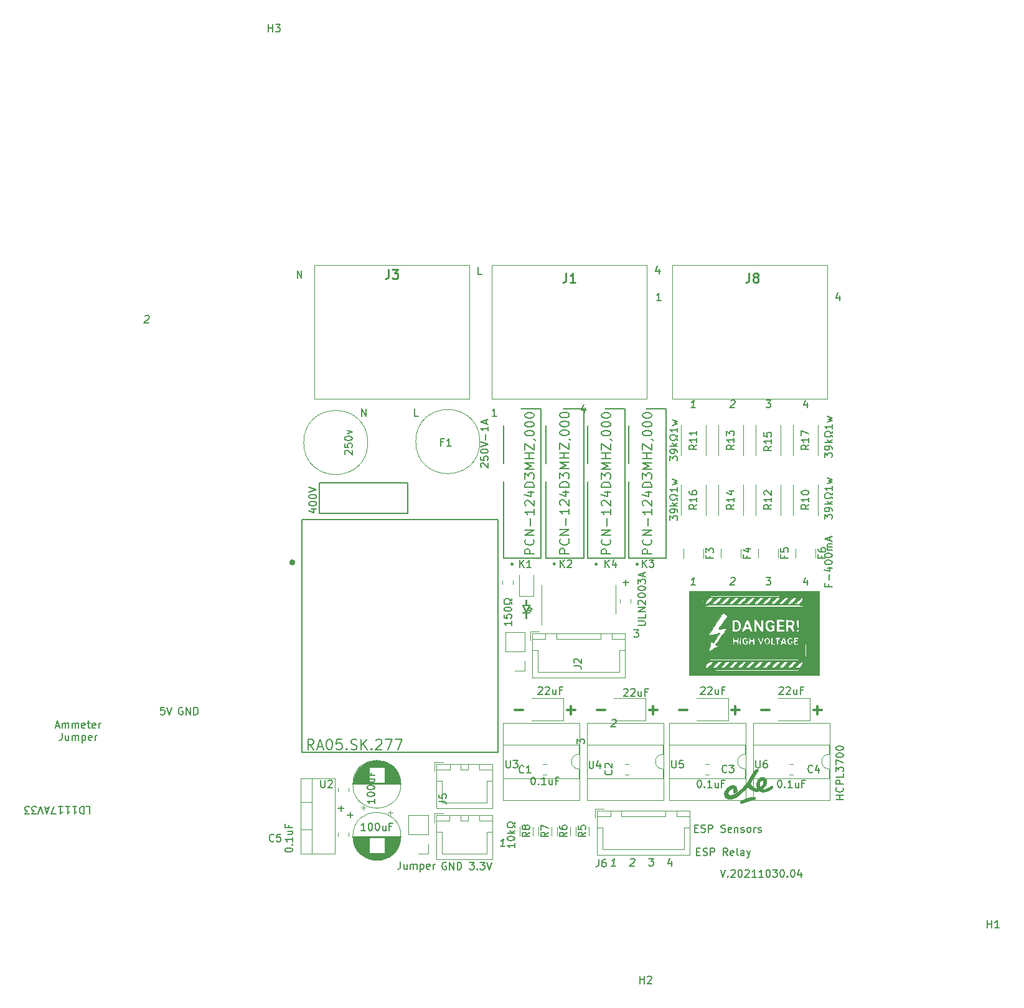
<source format=gbr>
G04 #@! TF.GenerationSoftware,KiCad,Pcbnew,(5.1.6)-1*
G04 #@! TF.CreationDate,2021-11-05T18:09:41+01:00*
G04 #@! TF.ProjectId,hamodule,68616d6f-6475-46c6-952e-6b696361645f,rev?*
G04 #@! TF.SameCoordinates,Original*
G04 #@! TF.FileFunction,Legend,Top*
G04 #@! TF.FilePolarity,Positive*
%FSLAX46Y46*%
G04 Gerber Fmt 4.6, Leading zero omitted, Abs format (unit mm)*
G04 Created by KiCad (PCBNEW (5.1.6)-1) date 2021-11-05 18:09:41*
%MOMM*%
%LPD*%
G01*
G04 APERTURE LIST*
%ADD10C,0.300000*%
%ADD11C,0.150000*%
%ADD12C,0.120000*%
%ADD13C,0.250000*%
%ADD14C,0.010000*%
%ADD15C,0.400000*%
%ADD16C,0.127000*%
%ADD17C,0.100000*%
%ADD18C,0.254000*%
G04 APERTURE END LIST*
D10*
X167385928Y-128694642D02*
X166243071Y-128694642D01*
X196849928Y-128694642D02*
X195707071Y-128694642D01*
X196278500Y-129266071D02*
X196278500Y-128123214D01*
X189737928Y-128694642D02*
X188595071Y-128694642D01*
X185673928Y-128694642D02*
X184531071Y-128694642D01*
X185102500Y-129266071D02*
X185102500Y-128123214D01*
X178561928Y-128694642D02*
X177419071Y-128694642D01*
X174497928Y-128694642D02*
X173355071Y-128694642D01*
X173926500Y-129266071D02*
X173926500Y-128123214D01*
X156209928Y-128694642D02*
X155067071Y-128694642D01*
X163321928Y-128694642D02*
X162179071Y-128694642D01*
X162750500Y-129266071D02*
X162750500Y-128123214D01*
D11*
X153721229Y-147200880D02*
X153149800Y-147200880D01*
X153435514Y-147200880D02*
X153560514Y-146200880D01*
X153447419Y-146343738D01*
X153340276Y-146438976D01*
X153239086Y-146486595D01*
X171307166Y-117752880D02*
X171926214Y-117752880D01*
X171592880Y-118133833D01*
X171735738Y-118133833D01*
X171830976Y-118181452D01*
X171878595Y-118229071D01*
X171926214Y-118324309D01*
X171926214Y-118562404D01*
X171878595Y-118657642D01*
X171830976Y-118705261D01*
X171735738Y-118752880D01*
X171450023Y-118752880D01*
X171354785Y-118705261D01*
X171307166Y-118657642D01*
X168319895Y-130040119D02*
X168373467Y-129992500D01*
X168474657Y-129944880D01*
X168712752Y-129944880D01*
X168802038Y-129992500D01*
X168843705Y-130040119D01*
X168879419Y-130135357D01*
X168867514Y-130230595D01*
X168802038Y-130373452D01*
X168159181Y-130944880D01*
X168778229Y-130944880D01*
X173339166Y-148867880D02*
X173958214Y-148867880D01*
X173624880Y-149248833D01*
X173767738Y-149248833D01*
X173862976Y-149296452D01*
X173910595Y-149344071D01*
X173958214Y-149439309D01*
X173958214Y-149677404D01*
X173910595Y-149772642D01*
X173862976Y-149820261D01*
X173767738Y-149867880D01*
X173482023Y-149867880D01*
X173386785Y-149820261D01*
X173339166Y-149772642D01*
X168778229Y-149867880D02*
X168206800Y-149867880D01*
X168492514Y-149867880D02*
X168617514Y-148867880D01*
X168504419Y-149010738D01*
X168397276Y-149105976D01*
X168296086Y-149153595D01*
X176402976Y-149201214D02*
X176402976Y-149867880D01*
X176164880Y-148820261D02*
X175926785Y-149534547D01*
X176545833Y-149534547D01*
X170859895Y-148963119D02*
X170913467Y-148915500D01*
X171014657Y-148867880D01*
X171252752Y-148867880D01*
X171342038Y-148915500D01*
X171383705Y-148963119D01*
X171419419Y-149058357D01*
X171407514Y-149153595D01*
X171342038Y-149296452D01*
X170699181Y-149867880D01*
X171318229Y-149867880D01*
X179629229Y-111640880D02*
X179057800Y-111640880D01*
X179343514Y-111640880D02*
X179468514Y-110640880D01*
X179355419Y-110783738D01*
X179248276Y-110878976D01*
X179147086Y-110926595D01*
X189270166Y-110640880D02*
X189889214Y-110640880D01*
X189555880Y-111021833D01*
X189698738Y-111021833D01*
X189793976Y-111069452D01*
X189841595Y-111117071D01*
X189889214Y-111212309D01*
X189889214Y-111450404D01*
X189841595Y-111545642D01*
X189793976Y-111593261D01*
X189698738Y-111640880D01*
X189413023Y-111640880D01*
X189317785Y-111593261D01*
X189270166Y-111545642D01*
X184504895Y-110736119D02*
X184558467Y-110688500D01*
X184659657Y-110640880D01*
X184897752Y-110640880D01*
X184987038Y-110688500D01*
X185028705Y-110736119D01*
X185064419Y-110831357D01*
X185052514Y-110926595D01*
X184987038Y-111069452D01*
X184344181Y-111640880D01*
X184963229Y-111640880D01*
X194873976Y-110974214D02*
X194873976Y-111640880D01*
X194635880Y-110593261D02*
X194397785Y-111307547D01*
X195016833Y-111307547D01*
X174751976Y-68619714D02*
X174751976Y-69286380D01*
X174513880Y-68238761D02*
X174275785Y-68953047D01*
X174894833Y-68953047D01*
X197731071Y-111521500D02*
X197731071Y-111854833D01*
X198254880Y-111854833D02*
X197254880Y-111854833D01*
X197254880Y-111378642D01*
X197873928Y-110997690D02*
X197873928Y-110235785D01*
X197588214Y-109331023D02*
X198254880Y-109331023D01*
X197207261Y-109569119D02*
X197921547Y-109807214D01*
X197921547Y-109188166D01*
X197254880Y-108616738D02*
X197254880Y-108521500D01*
X197302500Y-108426261D01*
X197350119Y-108378642D01*
X197445357Y-108331023D01*
X197635833Y-108283404D01*
X197873928Y-108283404D01*
X198064404Y-108331023D01*
X198159642Y-108378642D01*
X198207261Y-108426261D01*
X198254880Y-108521500D01*
X198254880Y-108616738D01*
X198207261Y-108711976D01*
X198159642Y-108759595D01*
X198064404Y-108807214D01*
X197873928Y-108854833D01*
X197635833Y-108854833D01*
X197445357Y-108807214D01*
X197350119Y-108759595D01*
X197302500Y-108711976D01*
X197254880Y-108616738D01*
X197254880Y-107664357D02*
X197254880Y-107569119D01*
X197302500Y-107473880D01*
X197350119Y-107426261D01*
X197445357Y-107378642D01*
X197635833Y-107331023D01*
X197873928Y-107331023D01*
X198064404Y-107378642D01*
X198159642Y-107426261D01*
X198207261Y-107473880D01*
X198254880Y-107569119D01*
X198254880Y-107664357D01*
X198207261Y-107759595D01*
X198159642Y-107807214D01*
X198064404Y-107854833D01*
X197873928Y-107902452D01*
X197635833Y-107902452D01*
X197445357Y-107854833D01*
X197350119Y-107807214D01*
X197302500Y-107759595D01*
X197254880Y-107664357D01*
X198254880Y-106902452D02*
X197588214Y-106902452D01*
X197683452Y-106902452D02*
X197635833Y-106854833D01*
X197588214Y-106759595D01*
X197588214Y-106616738D01*
X197635833Y-106521500D01*
X197731071Y-106473880D01*
X198254880Y-106473880D01*
X197731071Y-106473880D02*
X197635833Y-106426261D01*
X197588214Y-106331023D01*
X197588214Y-106188166D01*
X197635833Y-106092928D01*
X197731071Y-106045309D01*
X198254880Y-106045309D01*
X197969166Y-105616738D02*
X197969166Y-105140547D01*
X198254880Y-105711976D02*
X197254880Y-105378642D01*
X198254880Y-105045309D01*
X92670690Y-130850166D02*
X93146880Y-130850166D01*
X92575452Y-131135880D02*
X92908785Y-130135880D01*
X93242119Y-131135880D01*
X93575452Y-131135880D02*
X93575452Y-130469214D01*
X93575452Y-130564452D02*
X93623071Y-130516833D01*
X93718309Y-130469214D01*
X93861166Y-130469214D01*
X93956404Y-130516833D01*
X94004023Y-130612071D01*
X94004023Y-131135880D01*
X94004023Y-130612071D02*
X94051642Y-130516833D01*
X94146880Y-130469214D01*
X94289738Y-130469214D01*
X94384976Y-130516833D01*
X94432595Y-130612071D01*
X94432595Y-131135880D01*
X94908785Y-131135880D02*
X94908785Y-130469214D01*
X94908785Y-130564452D02*
X94956404Y-130516833D01*
X95051642Y-130469214D01*
X95194500Y-130469214D01*
X95289738Y-130516833D01*
X95337357Y-130612071D01*
X95337357Y-131135880D01*
X95337357Y-130612071D02*
X95384976Y-130516833D01*
X95480214Y-130469214D01*
X95623071Y-130469214D01*
X95718309Y-130516833D01*
X95765928Y-130612071D01*
X95765928Y-131135880D01*
X96623071Y-131088261D02*
X96527833Y-131135880D01*
X96337357Y-131135880D01*
X96242119Y-131088261D01*
X96194500Y-130993023D01*
X96194500Y-130612071D01*
X96242119Y-130516833D01*
X96337357Y-130469214D01*
X96527833Y-130469214D01*
X96623071Y-130516833D01*
X96670690Y-130612071D01*
X96670690Y-130707309D01*
X96194500Y-130802547D01*
X96956404Y-130469214D02*
X97337357Y-130469214D01*
X97099261Y-130135880D02*
X97099261Y-130993023D01*
X97146880Y-131088261D01*
X97242119Y-131135880D01*
X97337357Y-131135880D01*
X98051642Y-131088261D02*
X97956404Y-131135880D01*
X97765928Y-131135880D01*
X97670690Y-131088261D01*
X97623071Y-130993023D01*
X97623071Y-130612071D01*
X97670690Y-130516833D01*
X97765928Y-130469214D01*
X97956404Y-130469214D01*
X98051642Y-130516833D01*
X98099261Y-130612071D01*
X98099261Y-130707309D01*
X97623071Y-130802547D01*
X98527833Y-131135880D02*
X98527833Y-130469214D01*
X98527833Y-130659690D02*
X98575452Y-130564452D01*
X98623071Y-130516833D01*
X98718309Y-130469214D01*
X98813547Y-130469214D01*
X93527833Y-131785880D02*
X93527833Y-132500166D01*
X93480214Y-132643023D01*
X93384976Y-132738261D01*
X93242119Y-132785880D01*
X93146880Y-132785880D01*
X94432595Y-132119214D02*
X94432595Y-132785880D01*
X94004023Y-132119214D02*
X94004023Y-132643023D01*
X94051642Y-132738261D01*
X94146880Y-132785880D01*
X94289738Y-132785880D01*
X94384976Y-132738261D01*
X94432595Y-132690642D01*
X94908785Y-132785880D02*
X94908785Y-132119214D01*
X94908785Y-132214452D02*
X94956404Y-132166833D01*
X95051642Y-132119214D01*
X95194500Y-132119214D01*
X95289738Y-132166833D01*
X95337357Y-132262071D01*
X95337357Y-132785880D01*
X95337357Y-132262071D02*
X95384976Y-132166833D01*
X95480214Y-132119214D01*
X95623071Y-132119214D01*
X95718309Y-132166833D01*
X95765928Y-132262071D01*
X95765928Y-132785880D01*
X96242119Y-132119214D02*
X96242119Y-133119214D01*
X96242119Y-132166833D02*
X96337357Y-132119214D01*
X96527833Y-132119214D01*
X96623071Y-132166833D01*
X96670690Y-132214452D01*
X96718309Y-132309690D01*
X96718309Y-132595404D01*
X96670690Y-132690642D01*
X96623071Y-132738261D01*
X96527833Y-132785880D01*
X96337357Y-132785880D01*
X96242119Y-132738261D01*
X97527833Y-132738261D02*
X97432595Y-132785880D01*
X97242119Y-132785880D01*
X97146880Y-132738261D01*
X97099261Y-132643023D01*
X97099261Y-132262071D01*
X97146880Y-132166833D01*
X97242119Y-132119214D01*
X97432595Y-132119214D01*
X97527833Y-132166833D01*
X97575452Y-132262071D01*
X97575452Y-132357309D01*
X97099261Y-132452547D01*
X98004023Y-132785880D02*
X98004023Y-132119214D01*
X98004023Y-132309690D02*
X98051642Y-132214452D01*
X98099261Y-132166833D01*
X98194500Y-132119214D01*
X98289738Y-132119214D01*
X199262976Y-72239214D02*
X199262976Y-72905880D01*
X199024880Y-71858261D02*
X198786785Y-72572547D01*
X199405833Y-72572547D01*
X174974214Y-72905880D02*
X174402785Y-72905880D01*
X174688500Y-72905880D02*
X174688500Y-71905880D01*
X174593261Y-72048738D01*
X174498023Y-72143976D01*
X174402785Y-72191595D01*
X179856261Y-147947071D02*
X180189595Y-147947071D01*
X180332452Y-148470880D02*
X179856261Y-148470880D01*
X179856261Y-147470880D01*
X180332452Y-147470880D01*
X180713404Y-148423261D02*
X180856261Y-148470880D01*
X181094357Y-148470880D01*
X181189595Y-148423261D01*
X181237214Y-148375642D01*
X181284833Y-148280404D01*
X181284833Y-148185166D01*
X181237214Y-148089928D01*
X181189595Y-148042309D01*
X181094357Y-147994690D01*
X180903880Y-147947071D01*
X180808642Y-147899452D01*
X180761023Y-147851833D01*
X180713404Y-147756595D01*
X180713404Y-147661357D01*
X180761023Y-147566119D01*
X180808642Y-147518500D01*
X180903880Y-147470880D01*
X181141976Y-147470880D01*
X181284833Y-147518500D01*
X181713404Y-148470880D02*
X181713404Y-147470880D01*
X182094357Y-147470880D01*
X182189595Y-147518500D01*
X182237214Y-147566119D01*
X182284833Y-147661357D01*
X182284833Y-147804214D01*
X182237214Y-147899452D01*
X182189595Y-147947071D01*
X182094357Y-147994690D01*
X181713404Y-147994690D01*
X184046738Y-148470880D02*
X183713404Y-147994690D01*
X183475309Y-148470880D02*
X183475309Y-147470880D01*
X183856261Y-147470880D01*
X183951500Y-147518500D01*
X183999119Y-147566119D01*
X184046738Y-147661357D01*
X184046738Y-147804214D01*
X183999119Y-147899452D01*
X183951500Y-147947071D01*
X183856261Y-147994690D01*
X183475309Y-147994690D01*
X184856261Y-148423261D02*
X184761023Y-148470880D01*
X184570547Y-148470880D01*
X184475309Y-148423261D01*
X184427690Y-148328023D01*
X184427690Y-147947071D01*
X184475309Y-147851833D01*
X184570547Y-147804214D01*
X184761023Y-147804214D01*
X184856261Y-147851833D01*
X184903880Y-147947071D01*
X184903880Y-148042309D01*
X184427690Y-148137547D01*
X185475309Y-148470880D02*
X185380071Y-148423261D01*
X185332452Y-148328023D01*
X185332452Y-147470880D01*
X186284833Y-148470880D02*
X186284833Y-147947071D01*
X186237214Y-147851833D01*
X186141976Y-147804214D01*
X185951500Y-147804214D01*
X185856261Y-147851833D01*
X186284833Y-148423261D02*
X186189595Y-148470880D01*
X185951500Y-148470880D01*
X185856261Y-148423261D01*
X185808642Y-148328023D01*
X185808642Y-148232785D01*
X185856261Y-148137547D01*
X185951500Y-148089928D01*
X186189595Y-148089928D01*
X186284833Y-148042309D01*
X186665785Y-147804214D02*
X186903880Y-148470880D01*
X187141976Y-147804214D02*
X186903880Y-148470880D01*
X186808642Y-148708976D01*
X186761023Y-148756595D01*
X186665785Y-148804214D01*
X150554119Y-95633976D02*
X150506500Y-95586357D01*
X150458880Y-95491119D01*
X150458880Y-95253023D01*
X150506500Y-95157785D01*
X150554119Y-95110166D01*
X150649357Y-95062547D01*
X150744595Y-95062547D01*
X150887452Y-95110166D01*
X151458880Y-95681595D01*
X151458880Y-95062547D01*
X150458880Y-94157785D02*
X150458880Y-94633976D01*
X150935071Y-94681595D01*
X150887452Y-94633976D01*
X150839833Y-94538738D01*
X150839833Y-94300642D01*
X150887452Y-94205404D01*
X150935071Y-94157785D01*
X151030309Y-94110166D01*
X151268404Y-94110166D01*
X151363642Y-94157785D01*
X151411261Y-94205404D01*
X151458880Y-94300642D01*
X151458880Y-94538738D01*
X151411261Y-94633976D01*
X151363642Y-94681595D01*
X150458880Y-93491119D02*
X150458880Y-93395880D01*
X150506500Y-93300642D01*
X150554119Y-93253023D01*
X150649357Y-93205404D01*
X150839833Y-93157785D01*
X151077928Y-93157785D01*
X151268404Y-93205404D01*
X151363642Y-93253023D01*
X151411261Y-93300642D01*
X151458880Y-93395880D01*
X151458880Y-93491119D01*
X151411261Y-93586357D01*
X151363642Y-93633976D01*
X151268404Y-93681595D01*
X151077928Y-93729214D01*
X150839833Y-93729214D01*
X150649357Y-93681595D01*
X150554119Y-93633976D01*
X150506500Y-93586357D01*
X150458880Y-93491119D01*
X150458880Y-92872071D02*
X151458880Y-92538738D01*
X150458880Y-92205404D01*
X151077928Y-91872071D02*
X151077928Y-91110166D01*
X151458880Y-90110166D02*
X151458880Y-90681595D01*
X151458880Y-90395880D02*
X150458880Y-90395880D01*
X150601738Y-90491119D01*
X150696976Y-90586357D01*
X150744595Y-90681595D01*
X151173166Y-89729214D02*
X151173166Y-89253023D01*
X151458880Y-89824452D02*
X150458880Y-89491119D01*
X151458880Y-89157785D01*
X96805261Y-141787619D02*
X97281452Y-141787619D01*
X97281452Y-142787619D01*
X96471928Y-141787619D02*
X96471928Y-142787619D01*
X96233833Y-142787619D01*
X96090976Y-142740000D01*
X95995738Y-142644761D01*
X95948119Y-142549523D01*
X95900500Y-142359047D01*
X95900500Y-142216190D01*
X95948119Y-142025714D01*
X95995738Y-141930476D01*
X96090976Y-141835238D01*
X96233833Y-141787619D01*
X96471928Y-141787619D01*
X94948119Y-141787619D02*
X95519547Y-141787619D01*
X95233833Y-141787619D02*
X95233833Y-142787619D01*
X95329071Y-142644761D01*
X95424309Y-142549523D01*
X95519547Y-142501904D01*
X93995738Y-141787619D02*
X94567166Y-141787619D01*
X94281452Y-141787619D02*
X94281452Y-142787619D01*
X94376690Y-142644761D01*
X94471928Y-142549523D01*
X94567166Y-142501904D01*
X93043357Y-141787619D02*
X93614785Y-141787619D01*
X93329071Y-141787619D02*
X93329071Y-142787619D01*
X93424309Y-142644761D01*
X93519547Y-142549523D01*
X93614785Y-142501904D01*
X92710023Y-142787619D02*
X92043357Y-142787619D01*
X92471928Y-141787619D01*
X91710023Y-142073333D02*
X91233833Y-142073333D01*
X91805261Y-141787619D02*
X91471928Y-142787619D01*
X91138595Y-141787619D01*
X90948119Y-142787619D02*
X90614785Y-141787619D01*
X90281452Y-142787619D01*
X90043357Y-142787619D02*
X89424309Y-142787619D01*
X89757642Y-142406666D01*
X89614785Y-142406666D01*
X89519547Y-142359047D01*
X89471928Y-142311428D01*
X89424309Y-142216190D01*
X89424309Y-141978095D01*
X89471928Y-141882857D01*
X89519547Y-141835238D01*
X89614785Y-141787619D01*
X89900500Y-141787619D01*
X89995738Y-141835238D01*
X90043357Y-141882857D01*
X89090976Y-142787619D02*
X88471928Y-142787619D01*
X88805261Y-142406666D01*
X88662404Y-142406666D01*
X88567166Y-142359047D01*
X88519547Y-142311428D01*
X88471928Y-142216190D01*
X88471928Y-141978095D01*
X88519547Y-141882857D01*
X88567166Y-141835238D01*
X88662404Y-141787619D01*
X88948119Y-141787619D01*
X89043357Y-141835238D01*
X89090976Y-141882857D01*
X199778880Y-140818738D02*
X198778880Y-140818738D01*
X199255071Y-140818738D02*
X199255071Y-140247309D01*
X199778880Y-140247309D02*
X198778880Y-140247309D01*
X199683642Y-139199690D02*
X199731261Y-139247309D01*
X199778880Y-139390166D01*
X199778880Y-139485404D01*
X199731261Y-139628261D01*
X199636023Y-139723500D01*
X199540785Y-139771119D01*
X199350309Y-139818738D01*
X199207452Y-139818738D01*
X199016976Y-139771119D01*
X198921738Y-139723500D01*
X198826500Y-139628261D01*
X198778880Y-139485404D01*
X198778880Y-139390166D01*
X198826500Y-139247309D01*
X198874119Y-139199690D01*
X199778880Y-138771119D02*
X198778880Y-138771119D01*
X198778880Y-138390166D01*
X198826500Y-138294928D01*
X198874119Y-138247309D01*
X198969357Y-138199690D01*
X199112214Y-138199690D01*
X199207452Y-138247309D01*
X199255071Y-138294928D01*
X199302690Y-138390166D01*
X199302690Y-138771119D01*
X199778880Y-137294928D02*
X199778880Y-137771119D01*
X198778880Y-137771119D01*
X198778880Y-137056833D02*
X198778880Y-136437785D01*
X199159833Y-136771119D01*
X199159833Y-136628261D01*
X199207452Y-136533023D01*
X199255071Y-136485404D01*
X199350309Y-136437785D01*
X199588404Y-136437785D01*
X199683642Y-136485404D01*
X199731261Y-136533023D01*
X199778880Y-136628261D01*
X199778880Y-136913976D01*
X199731261Y-137009214D01*
X199683642Y-137056833D01*
X198778880Y-136104452D02*
X198778880Y-135437785D01*
X199778880Y-135866357D01*
X198778880Y-134866357D02*
X198778880Y-134771119D01*
X198826500Y-134675880D01*
X198874119Y-134628261D01*
X198969357Y-134580642D01*
X199159833Y-134533023D01*
X199397928Y-134533023D01*
X199588404Y-134580642D01*
X199683642Y-134628261D01*
X199731261Y-134675880D01*
X199778880Y-134771119D01*
X199778880Y-134866357D01*
X199731261Y-134961595D01*
X199683642Y-135009214D01*
X199588404Y-135056833D01*
X199397928Y-135104452D01*
X199159833Y-135104452D01*
X198969357Y-135056833D01*
X198874119Y-135009214D01*
X198826500Y-134961595D01*
X198778880Y-134866357D01*
X198778880Y-133913976D02*
X198778880Y-133818738D01*
X198826500Y-133723500D01*
X198874119Y-133675880D01*
X198969357Y-133628261D01*
X199159833Y-133580642D01*
X199397928Y-133580642D01*
X199588404Y-133628261D01*
X199683642Y-133675880D01*
X199731261Y-133723500D01*
X199778880Y-133818738D01*
X199778880Y-133913976D01*
X199731261Y-134009214D01*
X199683642Y-134056833D01*
X199588404Y-134104452D01*
X199397928Y-134152071D01*
X199159833Y-134152071D01*
X198969357Y-134104452D01*
X198874119Y-134056833D01*
X198826500Y-134009214D01*
X198778880Y-133913976D01*
X150608285Y-69349880D02*
X150132095Y-69349880D01*
X150132095Y-68349880D01*
X125521476Y-69857880D02*
X125521476Y-68857880D01*
X126092904Y-69857880D01*
X126092904Y-68857880D01*
X109918595Y-128341500D02*
X109823357Y-128293880D01*
X109680500Y-128293880D01*
X109537642Y-128341500D01*
X109442404Y-128436738D01*
X109394785Y-128531976D01*
X109347166Y-128722452D01*
X109347166Y-128865309D01*
X109394785Y-129055785D01*
X109442404Y-129151023D01*
X109537642Y-129246261D01*
X109680500Y-129293880D01*
X109775738Y-129293880D01*
X109918595Y-129246261D01*
X109966214Y-129198642D01*
X109966214Y-128865309D01*
X109775738Y-128865309D01*
X110394785Y-129293880D02*
X110394785Y-128293880D01*
X110966214Y-129293880D01*
X110966214Y-128293880D01*
X111442404Y-129293880D02*
X111442404Y-128293880D01*
X111680500Y-128293880D01*
X111823357Y-128341500D01*
X111918595Y-128436738D01*
X111966214Y-128531976D01*
X112013833Y-128722452D01*
X112013833Y-128865309D01*
X111966214Y-129055785D01*
X111918595Y-129151023D01*
X111823357Y-129246261D01*
X111680500Y-129293880D01*
X111442404Y-129293880D01*
X107442023Y-128293880D02*
X106965833Y-128293880D01*
X106918214Y-128770071D01*
X106965833Y-128722452D01*
X107061071Y-128674833D01*
X107299166Y-128674833D01*
X107394404Y-128722452D01*
X107442023Y-128770071D01*
X107489642Y-128865309D01*
X107489642Y-129103404D01*
X107442023Y-129198642D01*
X107394404Y-129246261D01*
X107299166Y-129293880D01*
X107061071Y-129293880D01*
X106965833Y-129246261D01*
X106918214Y-129198642D01*
X107775357Y-128293880D02*
X108108690Y-129293880D01*
X108442023Y-128293880D01*
X164702324Y-87479214D02*
X164618991Y-88145880D01*
X164511848Y-87098261D02*
X164184467Y-87812547D01*
X164803514Y-87812547D01*
X104819895Y-75049119D02*
X104873467Y-75001500D01*
X104974657Y-74953880D01*
X105212752Y-74953880D01*
X105302038Y-75001500D01*
X105343705Y-75049119D01*
X105379419Y-75144357D01*
X105367514Y-75239595D01*
X105302038Y-75382452D01*
X104659181Y-75953880D01*
X105278229Y-75953880D01*
X152622214Y-88653880D02*
X152050785Y-88653880D01*
X152336500Y-88653880D02*
X152336500Y-87653880D01*
X152241261Y-87796738D01*
X152146023Y-87891976D01*
X152050785Y-87939595D01*
X163584880Y-133224833D02*
X163584880Y-132605785D01*
X163965833Y-132939119D01*
X163965833Y-132796261D01*
X164013452Y-132701023D01*
X164061071Y-132653404D01*
X164156309Y-132605785D01*
X164394404Y-132605785D01*
X164489642Y-132653404D01*
X164537261Y-132701023D01*
X164584880Y-132796261D01*
X164584880Y-133081976D01*
X164537261Y-133177214D01*
X164489642Y-133224833D01*
X194873976Y-86844214D02*
X194873976Y-87510880D01*
X194635880Y-86463261D02*
X194397785Y-87177547D01*
X195016833Y-87177547D01*
X189270166Y-86510880D02*
X189889214Y-86510880D01*
X189555880Y-86891833D01*
X189698738Y-86891833D01*
X189793976Y-86939452D01*
X189841595Y-86987071D01*
X189889214Y-87082309D01*
X189889214Y-87320404D01*
X189841595Y-87415642D01*
X189793976Y-87463261D01*
X189698738Y-87510880D01*
X189413023Y-87510880D01*
X189317785Y-87463261D01*
X189270166Y-87415642D01*
X184504895Y-86606119D02*
X184558467Y-86558500D01*
X184659657Y-86510880D01*
X184897752Y-86510880D01*
X184987038Y-86558500D01*
X185028705Y-86606119D01*
X185064419Y-86701357D01*
X185052514Y-86796595D01*
X184987038Y-86939452D01*
X184344181Y-87510880D01*
X184963229Y-87510880D01*
X179629229Y-87510880D02*
X179057800Y-87510880D01*
X179343514Y-87510880D02*
X179468514Y-86510880D01*
X179355419Y-86653738D01*
X179248276Y-86748976D01*
X179147086Y-86796595D01*
X141978023Y-88653880D02*
X141501833Y-88653880D01*
X141501833Y-87653880D01*
X134270785Y-88653880D02*
X134270785Y-87653880D01*
X134842214Y-88653880D01*
X134842214Y-87653880D01*
X183087071Y-150391880D02*
X183420404Y-151391880D01*
X183753738Y-150391880D01*
X184087071Y-151296642D02*
X184134690Y-151344261D01*
X184087071Y-151391880D01*
X184039452Y-151344261D01*
X184087071Y-151296642D01*
X184087071Y-151391880D01*
X184515642Y-150487119D02*
X184563261Y-150439500D01*
X184658500Y-150391880D01*
X184896595Y-150391880D01*
X184991833Y-150439500D01*
X185039452Y-150487119D01*
X185087071Y-150582357D01*
X185087071Y-150677595D01*
X185039452Y-150820452D01*
X184468023Y-151391880D01*
X185087071Y-151391880D01*
X185706119Y-150391880D02*
X185801357Y-150391880D01*
X185896595Y-150439500D01*
X185944214Y-150487119D01*
X185991833Y-150582357D01*
X186039452Y-150772833D01*
X186039452Y-151010928D01*
X185991833Y-151201404D01*
X185944214Y-151296642D01*
X185896595Y-151344261D01*
X185801357Y-151391880D01*
X185706119Y-151391880D01*
X185610880Y-151344261D01*
X185563261Y-151296642D01*
X185515642Y-151201404D01*
X185468023Y-151010928D01*
X185468023Y-150772833D01*
X185515642Y-150582357D01*
X185563261Y-150487119D01*
X185610880Y-150439500D01*
X185706119Y-150391880D01*
X186420404Y-150487119D02*
X186468023Y-150439500D01*
X186563261Y-150391880D01*
X186801357Y-150391880D01*
X186896595Y-150439500D01*
X186944214Y-150487119D01*
X186991833Y-150582357D01*
X186991833Y-150677595D01*
X186944214Y-150820452D01*
X186372785Y-151391880D01*
X186991833Y-151391880D01*
X187944214Y-151391880D02*
X187372785Y-151391880D01*
X187658500Y-151391880D02*
X187658500Y-150391880D01*
X187563261Y-150534738D01*
X187468023Y-150629976D01*
X187372785Y-150677595D01*
X188896595Y-151391880D02*
X188325166Y-151391880D01*
X188610880Y-151391880D02*
X188610880Y-150391880D01*
X188515642Y-150534738D01*
X188420404Y-150629976D01*
X188325166Y-150677595D01*
X189515642Y-150391880D02*
X189610880Y-150391880D01*
X189706119Y-150439500D01*
X189753738Y-150487119D01*
X189801357Y-150582357D01*
X189848976Y-150772833D01*
X189848976Y-151010928D01*
X189801357Y-151201404D01*
X189753738Y-151296642D01*
X189706119Y-151344261D01*
X189610880Y-151391880D01*
X189515642Y-151391880D01*
X189420404Y-151344261D01*
X189372785Y-151296642D01*
X189325166Y-151201404D01*
X189277547Y-151010928D01*
X189277547Y-150772833D01*
X189325166Y-150582357D01*
X189372785Y-150487119D01*
X189420404Y-150439500D01*
X189515642Y-150391880D01*
X190182309Y-150391880D02*
X190801357Y-150391880D01*
X190468023Y-150772833D01*
X190610880Y-150772833D01*
X190706119Y-150820452D01*
X190753738Y-150868071D01*
X190801357Y-150963309D01*
X190801357Y-151201404D01*
X190753738Y-151296642D01*
X190706119Y-151344261D01*
X190610880Y-151391880D01*
X190325166Y-151391880D01*
X190229928Y-151344261D01*
X190182309Y-151296642D01*
X191420404Y-150391880D02*
X191515642Y-150391880D01*
X191610880Y-150439500D01*
X191658500Y-150487119D01*
X191706119Y-150582357D01*
X191753738Y-150772833D01*
X191753738Y-151010928D01*
X191706119Y-151201404D01*
X191658500Y-151296642D01*
X191610880Y-151344261D01*
X191515642Y-151391880D01*
X191420404Y-151391880D01*
X191325166Y-151344261D01*
X191277547Y-151296642D01*
X191229928Y-151201404D01*
X191182309Y-151010928D01*
X191182309Y-150772833D01*
X191229928Y-150582357D01*
X191277547Y-150487119D01*
X191325166Y-150439500D01*
X191420404Y-150391880D01*
X192182309Y-151296642D02*
X192229928Y-151344261D01*
X192182309Y-151391880D01*
X192134690Y-151344261D01*
X192182309Y-151296642D01*
X192182309Y-151391880D01*
X192848976Y-150391880D02*
X192944214Y-150391880D01*
X193039452Y-150439500D01*
X193087071Y-150487119D01*
X193134690Y-150582357D01*
X193182309Y-150772833D01*
X193182309Y-151010928D01*
X193134690Y-151201404D01*
X193087071Y-151296642D01*
X193039452Y-151344261D01*
X192944214Y-151391880D01*
X192848976Y-151391880D01*
X192753738Y-151344261D01*
X192706119Y-151296642D01*
X192658500Y-151201404D01*
X192610880Y-151010928D01*
X192610880Y-150772833D01*
X192658500Y-150582357D01*
X192706119Y-150487119D01*
X192753738Y-150439500D01*
X192848976Y-150391880D01*
X194039452Y-150725214D02*
X194039452Y-151391880D01*
X193801357Y-150344261D02*
X193563261Y-151058547D01*
X194182309Y-151058547D01*
D12*
X193267500Y-106703436D02*
X193267500Y-107907564D01*
X195987500Y-106703436D02*
X195987500Y-107907564D01*
X188187500Y-106703436D02*
X188187500Y-107907564D01*
X190907500Y-106703436D02*
X190907500Y-107907564D01*
X183107500Y-106703436D02*
X183107500Y-107907564D01*
X185827500Y-106703436D02*
X185827500Y-107907564D01*
X178027500Y-106766936D02*
X178027500Y-107971064D01*
X180747500Y-106766936D02*
X180747500Y-107971064D01*
X131052500Y-139779752D02*
X131052500Y-139257248D01*
X132472500Y-139779752D02*
X132472500Y-139257248D01*
X131052500Y-145353248D02*
X131052500Y-145875752D01*
X132472500Y-145353248D02*
X132472500Y-145875752D01*
X139604500Y-145839500D02*
G75*
G03*
X139604500Y-145839500I-3270000J0D01*
G01*
X139564500Y-145839500D02*
X133104500Y-145839500D01*
X139564500Y-145879500D02*
X133104500Y-145879500D01*
X139564500Y-145919500D02*
X133104500Y-145919500D01*
X139562500Y-145959500D02*
X133106500Y-145959500D01*
X139561500Y-145999500D02*
X133107500Y-145999500D01*
X139558500Y-146039500D02*
X133110500Y-146039500D01*
X139556500Y-146079500D02*
X137374500Y-146079500D01*
X135294500Y-146079500D02*
X133112500Y-146079500D01*
X139552500Y-146119500D02*
X137374500Y-146119500D01*
X135294500Y-146119500D02*
X133116500Y-146119500D01*
X139549500Y-146159500D02*
X137374500Y-146159500D01*
X135294500Y-146159500D02*
X133119500Y-146159500D01*
X139545500Y-146199500D02*
X137374500Y-146199500D01*
X135294500Y-146199500D02*
X133123500Y-146199500D01*
X139540500Y-146239500D02*
X137374500Y-146239500D01*
X135294500Y-146239500D02*
X133128500Y-146239500D01*
X139535500Y-146279500D02*
X137374500Y-146279500D01*
X135294500Y-146279500D02*
X133133500Y-146279500D01*
X139529500Y-146319500D02*
X137374500Y-146319500D01*
X135294500Y-146319500D02*
X133139500Y-146319500D01*
X139523500Y-146359500D02*
X137374500Y-146359500D01*
X135294500Y-146359500D02*
X133145500Y-146359500D01*
X139516500Y-146399500D02*
X137374500Y-146399500D01*
X135294500Y-146399500D02*
X133152500Y-146399500D01*
X139509500Y-146439500D02*
X137374500Y-146439500D01*
X135294500Y-146439500D02*
X133159500Y-146439500D01*
X139501500Y-146479500D02*
X137374500Y-146479500D01*
X135294500Y-146479500D02*
X133167500Y-146479500D01*
X139493500Y-146519500D02*
X137374500Y-146519500D01*
X135294500Y-146519500D02*
X133175500Y-146519500D01*
X139484500Y-146560500D02*
X137374500Y-146560500D01*
X135294500Y-146560500D02*
X133184500Y-146560500D01*
X139475500Y-146600500D02*
X137374500Y-146600500D01*
X135294500Y-146600500D02*
X133193500Y-146600500D01*
X139465500Y-146640500D02*
X137374500Y-146640500D01*
X135294500Y-146640500D02*
X133203500Y-146640500D01*
X139455500Y-146680500D02*
X137374500Y-146680500D01*
X135294500Y-146680500D02*
X133213500Y-146680500D01*
X139444500Y-146720500D02*
X137374500Y-146720500D01*
X135294500Y-146720500D02*
X133224500Y-146720500D01*
X139432500Y-146760500D02*
X137374500Y-146760500D01*
X135294500Y-146760500D02*
X133236500Y-146760500D01*
X139420500Y-146800500D02*
X137374500Y-146800500D01*
X135294500Y-146800500D02*
X133248500Y-146800500D01*
X139408500Y-146840500D02*
X137374500Y-146840500D01*
X135294500Y-146840500D02*
X133260500Y-146840500D01*
X139395500Y-146880500D02*
X137374500Y-146880500D01*
X135294500Y-146880500D02*
X133273500Y-146880500D01*
X139381500Y-146920500D02*
X137374500Y-146920500D01*
X135294500Y-146920500D02*
X133287500Y-146920500D01*
X139367500Y-146960500D02*
X137374500Y-146960500D01*
X135294500Y-146960500D02*
X133301500Y-146960500D01*
X139352500Y-147000500D02*
X137374500Y-147000500D01*
X135294500Y-147000500D02*
X133316500Y-147000500D01*
X139336500Y-147040500D02*
X137374500Y-147040500D01*
X135294500Y-147040500D02*
X133332500Y-147040500D01*
X139320500Y-147080500D02*
X137374500Y-147080500D01*
X135294500Y-147080500D02*
X133348500Y-147080500D01*
X139304500Y-147120500D02*
X137374500Y-147120500D01*
X135294500Y-147120500D02*
X133364500Y-147120500D01*
X139286500Y-147160500D02*
X137374500Y-147160500D01*
X135294500Y-147160500D02*
X133382500Y-147160500D01*
X139268500Y-147200500D02*
X137374500Y-147200500D01*
X135294500Y-147200500D02*
X133400500Y-147200500D01*
X139250500Y-147240500D02*
X137374500Y-147240500D01*
X135294500Y-147240500D02*
X133418500Y-147240500D01*
X139230500Y-147280500D02*
X137374500Y-147280500D01*
X135294500Y-147280500D02*
X133438500Y-147280500D01*
X139210500Y-147320500D02*
X137374500Y-147320500D01*
X135294500Y-147320500D02*
X133458500Y-147320500D01*
X139190500Y-147360500D02*
X137374500Y-147360500D01*
X135294500Y-147360500D02*
X133478500Y-147360500D01*
X139168500Y-147400500D02*
X137374500Y-147400500D01*
X135294500Y-147400500D02*
X133500500Y-147400500D01*
X139146500Y-147440500D02*
X137374500Y-147440500D01*
X135294500Y-147440500D02*
X133522500Y-147440500D01*
X139124500Y-147480500D02*
X137374500Y-147480500D01*
X135294500Y-147480500D02*
X133544500Y-147480500D01*
X139100500Y-147520500D02*
X137374500Y-147520500D01*
X135294500Y-147520500D02*
X133568500Y-147520500D01*
X139076500Y-147560500D02*
X137374500Y-147560500D01*
X135294500Y-147560500D02*
X133592500Y-147560500D01*
X139050500Y-147600500D02*
X137374500Y-147600500D01*
X135294500Y-147600500D02*
X133618500Y-147600500D01*
X139024500Y-147640500D02*
X137374500Y-147640500D01*
X135294500Y-147640500D02*
X133644500Y-147640500D01*
X138998500Y-147680500D02*
X137374500Y-147680500D01*
X135294500Y-147680500D02*
X133670500Y-147680500D01*
X138970500Y-147720500D02*
X137374500Y-147720500D01*
X135294500Y-147720500D02*
X133698500Y-147720500D01*
X138941500Y-147760500D02*
X137374500Y-147760500D01*
X135294500Y-147760500D02*
X133727500Y-147760500D01*
X138912500Y-147800500D02*
X137374500Y-147800500D01*
X135294500Y-147800500D02*
X133756500Y-147800500D01*
X138882500Y-147840500D02*
X137374500Y-147840500D01*
X135294500Y-147840500D02*
X133786500Y-147840500D01*
X138850500Y-147880500D02*
X137374500Y-147880500D01*
X135294500Y-147880500D02*
X133818500Y-147880500D01*
X138818500Y-147920500D02*
X137374500Y-147920500D01*
X135294500Y-147920500D02*
X133850500Y-147920500D01*
X138784500Y-147960500D02*
X137374500Y-147960500D01*
X135294500Y-147960500D02*
X133884500Y-147960500D01*
X138750500Y-148000500D02*
X137374500Y-148000500D01*
X135294500Y-148000500D02*
X133918500Y-148000500D01*
X138714500Y-148040500D02*
X137374500Y-148040500D01*
X135294500Y-148040500D02*
X133954500Y-148040500D01*
X138677500Y-148080500D02*
X137374500Y-148080500D01*
X135294500Y-148080500D02*
X133991500Y-148080500D01*
X138639500Y-148120500D02*
X137374500Y-148120500D01*
X135294500Y-148120500D02*
X134029500Y-148120500D01*
X138599500Y-148160500D02*
X134069500Y-148160500D01*
X138558500Y-148200500D02*
X134110500Y-148200500D01*
X138516500Y-148240500D02*
X134152500Y-148240500D01*
X138471500Y-148280500D02*
X134197500Y-148280500D01*
X138426500Y-148320500D02*
X134242500Y-148320500D01*
X138378500Y-148360500D02*
X134290500Y-148360500D01*
X138329500Y-148400500D02*
X134339500Y-148400500D01*
X138278500Y-148440500D02*
X134390500Y-148440500D01*
X138224500Y-148480500D02*
X134444500Y-148480500D01*
X138168500Y-148520500D02*
X134500500Y-148520500D01*
X138110500Y-148560500D02*
X134558500Y-148560500D01*
X138048500Y-148600500D02*
X134620500Y-148600500D01*
X137984500Y-148640500D02*
X134684500Y-148640500D01*
X137915500Y-148680500D02*
X134753500Y-148680500D01*
X137843500Y-148720500D02*
X134825500Y-148720500D01*
X137766500Y-148760500D02*
X134902500Y-148760500D01*
X137684500Y-148800500D02*
X134984500Y-148800500D01*
X137596500Y-148840500D02*
X135072500Y-148840500D01*
X137499500Y-148880500D02*
X135169500Y-148880500D01*
X137393500Y-148920500D02*
X135275500Y-148920500D01*
X137274500Y-148960500D02*
X135394500Y-148960500D01*
X137136500Y-149000500D02*
X135532500Y-149000500D01*
X136967500Y-149040500D02*
X135701500Y-149040500D01*
X136736500Y-149080500D02*
X135932500Y-149080500D01*
X138173500Y-142339259D02*
X138173500Y-142969259D01*
X138488500Y-142654259D02*
X137858500Y-142654259D01*
X139604500Y-138767500D02*
G75*
G03*
X139604500Y-138767500I-3270000J0D01*
G01*
X133104500Y-138767500D02*
X139564500Y-138767500D01*
X133104500Y-138727500D02*
X139564500Y-138727500D01*
X133104500Y-138687500D02*
X139564500Y-138687500D01*
X133106500Y-138647500D02*
X139562500Y-138647500D01*
X133107500Y-138607500D02*
X139561500Y-138607500D01*
X133110500Y-138567500D02*
X139558500Y-138567500D01*
X133112500Y-138527500D02*
X135294500Y-138527500D01*
X137374500Y-138527500D02*
X139556500Y-138527500D01*
X133116500Y-138487500D02*
X135294500Y-138487500D01*
X137374500Y-138487500D02*
X139552500Y-138487500D01*
X133119500Y-138447500D02*
X135294500Y-138447500D01*
X137374500Y-138447500D02*
X139549500Y-138447500D01*
X133123500Y-138407500D02*
X135294500Y-138407500D01*
X137374500Y-138407500D02*
X139545500Y-138407500D01*
X133128500Y-138367500D02*
X135294500Y-138367500D01*
X137374500Y-138367500D02*
X139540500Y-138367500D01*
X133133500Y-138327500D02*
X135294500Y-138327500D01*
X137374500Y-138327500D02*
X139535500Y-138327500D01*
X133139500Y-138287500D02*
X135294500Y-138287500D01*
X137374500Y-138287500D02*
X139529500Y-138287500D01*
X133145500Y-138247500D02*
X135294500Y-138247500D01*
X137374500Y-138247500D02*
X139523500Y-138247500D01*
X133152500Y-138207500D02*
X135294500Y-138207500D01*
X137374500Y-138207500D02*
X139516500Y-138207500D01*
X133159500Y-138167500D02*
X135294500Y-138167500D01*
X137374500Y-138167500D02*
X139509500Y-138167500D01*
X133167500Y-138127500D02*
X135294500Y-138127500D01*
X137374500Y-138127500D02*
X139501500Y-138127500D01*
X133175500Y-138087500D02*
X135294500Y-138087500D01*
X137374500Y-138087500D02*
X139493500Y-138087500D01*
X133184500Y-138046500D02*
X135294500Y-138046500D01*
X137374500Y-138046500D02*
X139484500Y-138046500D01*
X133193500Y-138006500D02*
X135294500Y-138006500D01*
X137374500Y-138006500D02*
X139475500Y-138006500D01*
X133203500Y-137966500D02*
X135294500Y-137966500D01*
X137374500Y-137966500D02*
X139465500Y-137966500D01*
X133213500Y-137926500D02*
X135294500Y-137926500D01*
X137374500Y-137926500D02*
X139455500Y-137926500D01*
X133224500Y-137886500D02*
X135294500Y-137886500D01*
X137374500Y-137886500D02*
X139444500Y-137886500D01*
X133236500Y-137846500D02*
X135294500Y-137846500D01*
X137374500Y-137846500D02*
X139432500Y-137846500D01*
X133248500Y-137806500D02*
X135294500Y-137806500D01*
X137374500Y-137806500D02*
X139420500Y-137806500D01*
X133260500Y-137766500D02*
X135294500Y-137766500D01*
X137374500Y-137766500D02*
X139408500Y-137766500D01*
X133273500Y-137726500D02*
X135294500Y-137726500D01*
X137374500Y-137726500D02*
X139395500Y-137726500D01*
X133287500Y-137686500D02*
X135294500Y-137686500D01*
X137374500Y-137686500D02*
X139381500Y-137686500D01*
X133301500Y-137646500D02*
X135294500Y-137646500D01*
X137374500Y-137646500D02*
X139367500Y-137646500D01*
X133316500Y-137606500D02*
X135294500Y-137606500D01*
X137374500Y-137606500D02*
X139352500Y-137606500D01*
X133332500Y-137566500D02*
X135294500Y-137566500D01*
X137374500Y-137566500D02*
X139336500Y-137566500D01*
X133348500Y-137526500D02*
X135294500Y-137526500D01*
X137374500Y-137526500D02*
X139320500Y-137526500D01*
X133364500Y-137486500D02*
X135294500Y-137486500D01*
X137374500Y-137486500D02*
X139304500Y-137486500D01*
X133382500Y-137446500D02*
X135294500Y-137446500D01*
X137374500Y-137446500D02*
X139286500Y-137446500D01*
X133400500Y-137406500D02*
X135294500Y-137406500D01*
X137374500Y-137406500D02*
X139268500Y-137406500D01*
X133418500Y-137366500D02*
X135294500Y-137366500D01*
X137374500Y-137366500D02*
X139250500Y-137366500D01*
X133438500Y-137326500D02*
X135294500Y-137326500D01*
X137374500Y-137326500D02*
X139230500Y-137326500D01*
X133458500Y-137286500D02*
X135294500Y-137286500D01*
X137374500Y-137286500D02*
X139210500Y-137286500D01*
X133478500Y-137246500D02*
X135294500Y-137246500D01*
X137374500Y-137246500D02*
X139190500Y-137246500D01*
X133500500Y-137206500D02*
X135294500Y-137206500D01*
X137374500Y-137206500D02*
X139168500Y-137206500D01*
X133522500Y-137166500D02*
X135294500Y-137166500D01*
X137374500Y-137166500D02*
X139146500Y-137166500D01*
X133544500Y-137126500D02*
X135294500Y-137126500D01*
X137374500Y-137126500D02*
X139124500Y-137126500D01*
X133568500Y-137086500D02*
X135294500Y-137086500D01*
X137374500Y-137086500D02*
X139100500Y-137086500D01*
X133592500Y-137046500D02*
X135294500Y-137046500D01*
X137374500Y-137046500D02*
X139076500Y-137046500D01*
X133618500Y-137006500D02*
X135294500Y-137006500D01*
X137374500Y-137006500D02*
X139050500Y-137006500D01*
X133644500Y-136966500D02*
X135294500Y-136966500D01*
X137374500Y-136966500D02*
X139024500Y-136966500D01*
X133670500Y-136926500D02*
X135294500Y-136926500D01*
X137374500Y-136926500D02*
X138998500Y-136926500D01*
X133698500Y-136886500D02*
X135294500Y-136886500D01*
X137374500Y-136886500D02*
X138970500Y-136886500D01*
X133727500Y-136846500D02*
X135294500Y-136846500D01*
X137374500Y-136846500D02*
X138941500Y-136846500D01*
X133756500Y-136806500D02*
X135294500Y-136806500D01*
X137374500Y-136806500D02*
X138912500Y-136806500D01*
X133786500Y-136766500D02*
X135294500Y-136766500D01*
X137374500Y-136766500D02*
X138882500Y-136766500D01*
X133818500Y-136726500D02*
X135294500Y-136726500D01*
X137374500Y-136726500D02*
X138850500Y-136726500D01*
X133850500Y-136686500D02*
X135294500Y-136686500D01*
X137374500Y-136686500D02*
X138818500Y-136686500D01*
X133884500Y-136646500D02*
X135294500Y-136646500D01*
X137374500Y-136646500D02*
X138784500Y-136646500D01*
X133918500Y-136606500D02*
X135294500Y-136606500D01*
X137374500Y-136606500D02*
X138750500Y-136606500D01*
X133954500Y-136566500D02*
X135294500Y-136566500D01*
X137374500Y-136566500D02*
X138714500Y-136566500D01*
X133991500Y-136526500D02*
X135294500Y-136526500D01*
X137374500Y-136526500D02*
X138677500Y-136526500D01*
X134029500Y-136486500D02*
X135294500Y-136486500D01*
X137374500Y-136486500D02*
X138639500Y-136486500D01*
X134069500Y-136446500D02*
X138599500Y-136446500D01*
X134110500Y-136406500D02*
X138558500Y-136406500D01*
X134152500Y-136366500D02*
X138516500Y-136366500D01*
X134197500Y-136326500D02*
X138471500Y-136326500D01*
X134242500Y-136286500D02*
X138426500Y-136286500D01*
X134290500Y-136246500D02*
X138378500Y-136246500D01*
X134339500Y-136206500D02*
X138329500Y-136206500D01*
X134390500Y-136166500D02*
X138278500Y-136166500D01*
X134444500Y-136126500D02*
X138224500Y-136126500D01*
X134500500Y-136086500D02*
X138168500Y-136086500D01*
X134558500Y-136046500D02*
X138110500Y-136046500D01*
X134620500Y-136006500D02*
X138048500Y-136006500D01*
X134684500Y-135966500D02*
X137984500Y-135966500D01*
X134753500Y-135926500D02*
X137915500Y-135926500D01*
X134825500Y-135886500D02*
X137843500Y-135886500D01*
X134902500Y-135846500D02*
X137766500Y-135846500D01*
X134984500Y-135806500D02*
X137684500Y-135806500D01*
X135072500Y-135766500D02*
X137596500Y-135766500D01*
X135169500Y-135726500D02*
X137499500Y-135726500D01*
X135275500Y-135686500D02*
X137393500Y-135686500D01*
X135394500Y-135646500D02*
X137274500Y-135646500D01*
X135532500Y-135606500D02*
X137136500Y-135606500D01*
X135701500Y-135566500D02*
X136967500Y-135566500D01*
X135932500Y-135526500D02*
X136736500Y-135526500D01*
X134495500Y-142267741D02*
X134495500Y-141637741D01*
X134180500Y-141952741D02*
X134810500Y-141952741D01*
X125952500Y-148185500D02*
X125952500Y-137945500D01*
X130593500Y-148185500D02*
X130593500Y-137945500D01*
X125952500Y-148185500D02*
X130593500Y-148185500D01*
X125952500Y-137945500D02*
X130593500Y-137945500D01*
X127462500Y-148185500D02*
X127462500Y-137945500D01*
X125952500Y-144915500D02*
X127462500Y-144915500D01*
X125952500Y-141214500D02*
X127462500Y-141214500D01*
X166286500Y-142383500D02*
X166286500Y-148353500D01*
X166286500Y-148353500D02*
X178906500Y-148353500D01*
X178906500Y-148353500D02*
X178906500Y-142383500D01*
X178906500Y-142383500D02*
X166286500Y-142383500D01*
X169596500Y-142393500D02*
X169596500Y-143143500D01*
X169596500Y-143143500D02*
X175596500Y-143143500D01*
X175596500Y-143143500D02*
X175596500Y-142393500D01*
X175596500Y-142393500D02*
X169596500Y-142393500D01*
X166296500Y-142393500D02*
X166296500Y-143143500D01*
X166296500Y-143143500D02*
X168096500Y-143143500D01*
X168096500Y-143143500D02*
X168096500Y-142393500D01*
X168096500Y-142393500D02*
X166296500Y-142393500D01*
X177096500Y-142393500D02*
X177096500Y-143143500D01*
X177096500Y-143143500D02*
X178896500Y-143143500D01*
X178896500Y-143143500D02*
X178896500Y-142393500D01*
X178896500Y-142393500D02*
X177096500Y-142393500D01*
X166296500Y-144643500D02*
X167046500Y-144643500D01*
X167046500Y-144643500D02*
X167046500Y-147593500D01*
X167046500Y-147593500D02*
X172596500Y-147593500D01*
X178896500Y-144643500D02*
X178146500Y-144643500D01*
X178146500Y-144643500D02*
X178146500Y-147593500D01*
X178146500Y-147593500D02*
X172596500Y-147593500D01*
X167246500Y-142093500D02*
X165996500Y-142093500D01*
X165996500Y-142093500D02*
X165996500Y-143343500D01*
X155694500Y-110306500D02*
X155694500Y-113166500D01*
X155694500Y-113166500D02*
X157614500Y-113166500D01*
X157614500Y-113166500D02*
X157614500Y-110306500D01*
X153404500Y-111576752D02*
X153404500Y-111054248D01*
X154824500Y-111576752D02*
X154824500Y-111054248D01*
D11*
X170126500Y-108003500D02*
X165026500Y-108003500D01*
X170126500Y-108003500D02*
X170126500Y-87703500D01*
X170126500Y-87703500D02*
X167351500Y-87703500D01*
X165026500Y-95148501D02*
X165026500Y-89978501D01*
X165026500Y-108003500D02*
X165026500Y-97598501D01*
D13*
X166261500Y-108813500D02*
G75*
G03*
X166261500Y-108813500I-125000J0D01*
G01*
D11*
X175714500Y-108003500D02*
X170614500Y-108003500D01*
X175714500Y-108003500D02*
X175714500Y-87703500D01*
X175714500Y-87703500D02*
X172939500Y-87703500D01*
X170614500Y-95148501D02*
X170614500Y-89978501D01*
X170614500Y-108003500D02*
X170614500Y-97598501D01*
D13*
X171849500Y-108813500D02*
G75*
G03*
X171849500Y-108813500I-125000J0D01*
G01*
D11*
X164464500Y-107959499D02*
X159364500Y-107959499D01*
X164464500Y-107959499D02*
X164464500Y-87659499D01*
X164464500Y-87659499D02*
X161689500Y-87659499D01*
X159364500Y-95104500D02*
X159364500Y-89934500D01*
X159364500Y-107959499D02*
X159364500Y-97554500D01*
D13*
X160599500Y-108769499D02*
G75*
G03*
X160599500Y-108769499I-125000J0D01*
G01*
D11*
X158696500Y-108003500D02*
X153596500Y-108003500D01*
X158696500Y-108003500D02*
X158696500Y-87703500D01*
X158696500Y-87703500D02*
X155921500Y-87703500D01*
X153596500Y-95148501D02*
X153596500Y-89978501D01*
X153596500Y-108003500D02*
X153596500Y-97598501D01*
D13*
X154831500Y-108813500D02*
G75*
G03*
X154831500Y-108813500I-125000J0D01*
G01*
D12*
X170826500Y-113603248D02*
X170826500Y-114125752D01*
X169406500Y-113603248D02*
X169406500Y-114125752D01*
X157564500Y-145736064D02*
X157564500Y-144531936D01*
X155744500Y-145736064D02*
X155744500Y-144531936D01*
X160104500Y-145736064D02*
X160104500Y-144531936D01*
X158284500Y-145736064D02*
X158284500Y-144531936D01*
X162644500Y-145736064D02*
X162644500Y-144531936D01*
X160824500Y-145736064D02*
X160824500Y-144531936D01*
X165184500Y-145736064D02*
X165184500Y-144531936D01*
X163364500Y-145736064D02*
X163364500Y-144531936D01*
D14*
G36*
X157412889Y-114919587D02*
G01*
X157398156Y-114920545D01*
X157376991Y-114921658D01*
X157351423Y-114922831D01*
X157323482Y-114923971D01*
X157297205Y-114924918D01*
X157213893Y-114927710D01*
X157233040Y-114890826D01*
X157241016Y-114875089D01*
X157247054Y-114862450D01*
X157250382Y-114854569D01*
X157250736Y-114852791D01*
X157246721Y-114850616D01*
X157236226Y-114845126D01*
X157220306Y-114836868D01*
X157200016Y-114826388D01*
X157176409Y-114814232D01*
X157159373Y-114805478D01*
X157134209Y-114792385D01*
X157111775Y-114780382D01*
X157093106Y-114770048D01*
X157079239Y-114761966D01*
X157071209Y-114756719D01*
X157069611Y-114755083D01*
X157071511Y-114749221D01*
X157076248Y-114738594D01*
X157080663Y-114729683D01*
X157086801Y-114717912D01*
X157091233Y-114709683D01*
X157092684Y-114707234D01*
X157096590Y-114708733D01*
X157106973Y-114713624D01*
X157122800Y-114721397D01*
X157143037Y-114731537D01*
X157166649Y-114743534D01*
X157185527Y-114753223D01*
X157210973Y-114766248D01*
X157233821Y-114777773D01*
X157253035Y-114787291D01*
X157267576Y-114794290D01*
X157276406Y-114798261D01*
X157278652Y-114798954D01*
X157281020Y-114794751D01*
X157286279Y-114784657D01*
X157293557Y-114770364D01*
X157299036Y-114759463D01*
X157318021Y-114721510D01*
X157336980Y-114750996D01*
X157345554Y-114764266D01*
X157357597Y-114782820D01*
X157371941Y-114804859D01*
X157387414Y-114828585D01*
X157400600Y-114848766D01*
X157445260Y-114917049D01*
X157412889Y-114919587D01*
G37*
X157412889Y-114919587D02*
X157398156Y-114920545D01*
X157376991Y-114921658D01*
X157351423Y-114922831D01*
X157323482Y-114923971D01*
X157297205Y-114924918D01*
X157213893Y-114927710D01*
X157233040Y-114890826D01*
X157241016Y-114875089D01*
X157247054Y-114862450D01*
X157250382Y-114854569D01*
X157250736Y-114852791D01*
X157246721Y-114850616D01*
X157236226Y-114845126D01*
X157220306Y-114836868D01*
X157200016Y-114826388D01*
X157176409Y-114814232D01*
X157159373Y-114805478D01*
X157134209Y-114792385D01*
X157111775Y-114780382D01*
X157093106Y-114770048D01*
X157079239Y-114761966D01*
X157071209Y-114756719D01*
X157069611Y-114755083D01*
X157071511Y-114749221D01*
X157076248Y-114738594D01*
X157080663Y-114729683D01*
X157086801Y-114717912D01*
X157091233Y-114709683D01*
X157092684Y-114707234D01*
X157096590Y-114708733D01*
X157106973Y-114713624D01*
X157122800Y-114721397D01*
X157143037Y-114731537D01*
X157166649Y-114743534D01*
X157185527Y-114753223D01*
X157210973Y-114766248D01*
X157233821Y-114777773D01*
X157253035Y-114787291D01*
X157267576Y-114794290D01*
X157276406Y-114798261D01*
X157278652Y-114798954D01*
X157281020Y-114794751D01*
X157286279Y-114784657D01*
X157293557Y-114770364D01*
X157299036Y-114759463D01*
X157318021Y-114721510D01*
X157336980Y-114750996D01*
X157345554Y-114764266D01*
X157357597Y-114782820D01*
X157371941Y-114804859D01*
X157387414Y-114828585D01*
X157400600Y-114848766D01*
X157445260Y-114917049D01*
X157412889Y-114919587D01*
G36*
X157298289Y-115196283D02*
G01*
X157293111Y-115196942D01*
X157280978Y-115197916D01*
X157263246Y-115199129D01*
X157241271Y-115200508D01*
X157216409Y-115201978D01*
X157190016Y-115203466D01*
X157163447Y-115204898D01*
X157138060Y-115206198D01*
X157115209Y-115207294D01*
X157096252Y-115208110D01*
X157082543Y-115208573D01*
X157075439Y-115208609D01*
X157074759Y-115208503D01*
X157075824Y-115204265D01*
X157080042Y-115194186D01*
X157086677Y-115179944D01*
X157092150Y-115168828D01*
X157111229Y-115130841D01*
X157018331Y-115085740D01*
X156992624Y-115073133D01*
X156969671Y-115061633D01*
X156950505Y-115051778D01*
X156936159Y-115044106D01*
X156927664Y-115039153D01*
X156925751Y-115037561D01*
X156927881Y-115032429D01*
X156933008Y-115022558D01*
X156937393Y-115014705D01*
X156944225Y-115003128D01*
X156949545Y-114994751D01*
X156951434Y-114992232D01*
X156955820Y-114993286D01*
X156966667Y-114997697D01*
X156982896Y-115004973D01*
X157003426Y-115014622D01*
X157027179Y-115026149D01*
X157043471Y-115034235D01*
X157068784Y-115046834D01*
X157091595Y-115058059D01*
X157110809Y-115067382D01*
X157125334Y-115074274D01*
X157134076Y-115078209D01*
X157136118Y-115078933D01*
X157139303Y-115075386D01*
X157145154Y-115065848D01*
X157152700Y-115051974D01*
X157157583Y-115042363D01*
X157167574Y-115023467D01*
X157174838Y-115012571D01*
X157179382Y-115009662D01*
X157179958Y-115010031D01*
X157183954Y-115015257D01*
X157191425Y-115026143D01*
X157201649Y-115041553D01*
X157213904Y-115060348D01*
X157227467Y-115081391D01*
X157241614Y-115103545D01*
X157255624Y-115125671D01*
X157268773Y-115146632D01*
X157280340Y-115165292D01*
X157289600Y-115180511D01*
X157295832Y-115191153D01*
X157298313Y-115196081D01*
X157298289Y-115196283D01*
G37*
X157298289Y-115196283D02*
X157293111Y-115196942D01*
X157280978Y-115197916D01*
X157263246Y-115199129D01*
X157241271Y-115200508D01*
X157216409Y-115201978D01*
X157190016Y-115203466D01*
X157163447Y-115204898D01*
X157138060Y-115206198D01*
X157115209Y-115207294D01*
X157096252Y-115208110D01*
X157082543Y-115208573D01*
X157075439Y-115208609D01*
X157074759Y-115208503D01*
X157075824Y-115204265D01*
X157080042Y-115194186D01*
X157086677Y-115179944D01*
X157092150Y-115168828D01*
X157111229Y-115130841D01*
X157018331Y-115085740D01*
X156992624Y-115073133D01*
X156969671Y-115061633D01*
X156950505Y-115051778D01*
X156936159Y-115044106D01*
X156927664Y-115039153D01*
X156925751Y-115037561D01*
X156927881Y-115032429D01*
X156933008Y-115022558D01*
X156937393Y-115014705D01*
X156944225Y-115003128D01*
X156949545Y-114994751D01*
X156951434Y-114992232D01*
X156955820Y-114993286D01*
X156966667Y-114997697D01*
X156982896Y-115004973D01*
X157003426Y-115014622D01*
X157027179Y-115026149D01*
X157043471Y-115034235D01*
X157068784Y-115046834D01*
X157091595Y-115058059D01*
X157110809Y-115067382D01*
X157125334Y-115074274D01*
X157134076Y-115078209D01*
X157136118Y-115078933D01*
X157139303Y-115075386D01*
X157145154Y-115065848D01*
X157152700Y-115051974D01*
X157157583Y-115042363D01*
X157167574Y-115023467D01*
X157174838Y-115012571D01*
X157179382Y-115009662D01*
X157179958Y-115010031D01*
X157183954Y-115015257D01*
X157191425Y-115026143D01*
X157201649Y-115041553D01*
X157213904Y-115060348D01*
X157227467Y-115081391D01*
X157241614Y-115103545D01*
X157255624Y-115125671D01*
X157268773Y-115146632D01*
X157280340Y-115165292D01*
X157289600Y-115180511D01*
X157295832Y-115191153D01*
X157298313Y-115196081D01*
X157298289Y-115196283D01*
G36*
X157177595Y-114358625D02*
G01*
X157172228Y-114369953D01*
X157163556Y-114387959D01*
X157151802Y-114412186D01*
X157137190Y-114442177D01*
X157119943Y-114477477D01*
X157100285Y-114517630D01*
X157078439Y-114562178D01*
X157054628Y-114610666D01*
X157029076Y-114662637D01*
X157002007Y-114717635D01*
X156973643Y-114775204D01*
X156944208Y-114834887D01*
X156942367Y-114838619D01*
X156912879Y-114898398D01*
X156884448Y-114956075D01*
X156857297Y-115011197D01*
X156831650Y-115063307D01*
X156807728Y-115111951D01*
X156785757Y-115156674D01*
X156765959Y-115197021D01*
X156748557Y-115232536D01*
X156733775Y-115262765D01*
X156721835Y-115287253D01*
X156712962Y-115305544D01*
X156707379Y-115317184D01*
X156705308Y-115321717D01*
X156705300Y-115321754D01*
X156709402Y-115322275D01*
X156721185Y-115322763D01*
X156739863Y-115323209D01*
X156764650Y-115323602D01*
X156794759Y-115323933D01*
X156829405Y-115324193D01*
X156867802Y-115324371D01*
X156909164Y-115324459D01*
X156925434Y-115324466D01*
X157145567Y-115324466D01*
X157145567Y-115442999D01*
X156688367Y-115442999D01*
X156688367Y-116205000D01*
X156569834Y-116205000D01*
X156569834Y-115442999D01*
X156112633Y-115442999D01*
X156112633Y-115324541D01*
X156555671Y-115322349D01*
X156112779Y-114424883D01*
X156112706Y-114387841D01*
X156112633Y-114350800D01*
X156569834Y-114350800D01*
X156569834Y-113665000D01*
X156629709Y-113665000D01*
X156629709Y-114469333D01*
X156265346Y-114469333D01*
X156283181Y-114507284D01*
X156287756Y-114516827D01*
X156295772Y-114533328D01*
X156306919Y-114556158D01*
X156320887Y-114584684D01*
X156337366Y-114618274D01*
X156356045Y-114656298D01*
X156376616Y-114698124D01*
X156398766Y-114743120D01*
X156422188Y-114790656D01*
X156446569Y-114840100D01*
X156464000Y-114875425D01*
X156488392Y-114924786D01*
X156511732Y-114971918D01*
X156533748Y-115016272D01*
X156554167Y-115057305D01*
X156572715Y-115094470D01*
X156589119Y-115127222D01*
X156603106Y-115155013D01*
X156614402Y-115177300D01*
X156622734Y-115193536D01*
X156627830Y-115203175D01*
X156629405Y-115205774D01*
X156631473Y-115202099D01*
X156636973Y-115191461D01*
X156645591Y-115174494D01*
X156657013Y-115151827D01*
X156670928Y-115124093D01*
X156687021Y-115091923D01*
X156704979Y-115055949D01*
X156724489Y-115016802D01*
X156745239Y-114975113D01*
X156766913Y-114931515D01*
X156789201Y-114886639D01*
X156811787Y-114841116D01*
X156834359Y-114795578D01*
X156856604Y-114750657D01*
X156878209Y-114706983D01*
X156898860Y-114665189D01*
X156918243Y-114625906D01*
X156936047Y-114589765D01*
X156951957Y-114557399D01*
X156965660Y-114529438D01*
X156976844Y-114506514D01*
X156985194Y-114489259D01*
X156990398Y-114478304D01*
X156992040Y-114474625D01*
X156990869Y-114473663D01*
X156986277Y-114472818D01*
X156977819Y-114472083D01*
X156965051Y-114471451D01*
X156947529Y-114470916D01*
X156924809Y-114470472D01*
X156896446Y-114470111D01*
X156861997Y-114469827D01*
X156821018Y-114469614D01*
X156773064Y-114469466D01*
X156717691Y-114469375D01*
X156654456Y-114469336D01*
X156629709Y-114469333D01*
X156629709Y-113665000D01*
X156688367Y-113665000D01*
X156688365Y-114352916D01*
X156933899Y-114351790D01*
X156981642Y-114351635D01*
X157025728Y-114351616D01*
X157065523Y-114351727D01*
X157100395Y-114351962D01*
X157129709Y-114352313D01*
X157152832Y-114352774D01*
X157169131Y-114353338D01*
X157177972Y-114353997D01*
X157179433Y-114354430D01*
X157177595Y-114358625D01*
G37*
X157177595Y-114358625D02*
X157172228Y-114369953D01*
X157163556Y-114387959D01*
X157151802Y-114412186D01*
X157137190Y-114442177D01*
X157119943Y-114477477D01*
X157100285Y-114517630D01*
X157078439Y-114562178D01*
X157054628Y-114610666D01*
X157029076Y-114662637D01*
X157002007Y-114717635D01*
X156973643Y-114775204D01*
X156944208Y-114834887D01*
X156942367Y-114838619D01*
X156912879Y-114898398D01*
X156884448Y-114956075D01*
X156857297Y-115011197D01*
X156831650Y-115063307D01*
X156807728Y-115111951D01*
X156785757Y-115156674D01*
X156765959Y-115197021D01*
X156748557Y-115232536D01*
X156733775Y-115262765D01*
X156721835Y-115287253D01*
X156712962Y-115305544D01*
X156707379Y-115317184D01*
X156705308Y-115321717D01*
X156705300Y-115321754D01*
X156709402Y-115322275D01*
X156721185Y-115322763D01*
X156739863Y-115323209D01*
X156764650Y-115323602D01*
X156794759Y-115323933D01*
X156829405Y-115324193D01*
X156867802Y-115324371D01*
X156909164Y-115324459D01*
X156925434Y-115324466D01*
X157145567Y-115324466D01*
X157145567Y-115442999D01*
X156688367Y-115442999D01*
X156688367Y-116205000D01*
X156569834Y-116205000D01*
X156569834Y-115442999D01*
X156112633Y-115442999D01*
X156112633Y-115324541D01*
X156555671Y-115322349D01*
X156112779Y-114424883D01*
X156112706Y-114387841D01*
X156112633Y-114350800D01*
X156569834Y-114350800D01*
X156569834Y-113665000D01*
X156629709Y-113665000D01*
X156629709Y-114469333D01*
X156265346Y-114469333D01*
X156283181Y-114507284D01*
X156287756Y-114516827D01*
X156295772Y-114533328D01*
X156306919Y-114556158D01*
X156320887Y-114584684D01*
X156337366Y-114618274D01*
X156356045Y-114656298D01*
X156376616Y-114698124D01*
X156398766Y-114743120D01*
X156422188Y-114790656D01*
X156446569Y-114840100D01*
X156464000Y-114875425D01*
X156488392Y-114924786D01*
X156511732Y-114971918D01*
X156533748Y-115016272D01*
X156554167Y-115057305D01*
X156572715Y-115094470D01*
X156589119Y-115127222D01*
X156603106Y-115155013D01*
X156614402Y-115177300D01*
X156622734Y-115193536D01*
X156627830Y-115203175D01*
X156629405Y-115205774D01*
X156631473Y-115202099D01*
X156636973Y-115191461D01*
X156645591Y-115174494D01*
X156657013Y-115151827D01*
X156670928Y-115124093D01*
X156687021Y-115091923D01*
X156704979Y-115055949D01*
X156724489Y-115016802D01*
X156745239Y-114975113D01*
X156766913Y-114931515D01*
X156789201Y-114886639D01*
X156811787Y-114841116D01*
X156834359Y-114795578D01*
X156856604Y-114750657D01*
X156878209Y-114706983D01*
X156898860Y-114665189D01*
X156918243Y-114625906D01*
X156936047Y-114589765D01*
X156951957Y-114557399D01*
X156965660Y-114529438D01*
X156976844Y-114506514D01*
X156985194Y-114489259D01*
X156990398Y-114478304D01*
X156992040Y-114474625D01*
X156990869Y-114473663D01*
X156986277Y-114472818D01*
X156977819Y-114472083D01*
X156965051Y-114471451D01*
X156947529Y-114470916D01*
X156924809Y-114470472D01*
X156896446Y-114470111D01*
X156861997Y-114469827D01*
X156821018Y-114469614D01*
X156773064Y-114469466D01*
X156717691Y-114469375D01*
X156654456Y-114469336D01*
X156629709Y-114469333D01*
X156629709Y-113665000D01*
X156688367Y-113665000D01*
X156688365Y-114352916D01*
X156933899Y-114351790D01*
X156981642Y-114351635D01*
X157025728Y-114351616D01*
X157065523Y-114351727D01*
X157100395Y-114351962D01*
X157129709Y-114352313D01*
X157152832Y-114352774D01*
X157169131Y-114353338D01*
X157177972Y-114353997D01*
X157179433Y-114354430D01*
X157177595Y-114358625D01*
G36*
X188125484Y-136682341D02*
G01*
X188133962Y-136690467D01*
X188141202Y-136701715D01*
X188143264Y-136706429D01*
X188146543Y-136717192D01*
X188150472Y-136733372D01*
X188154691Y-136753200D01*
X188158838Y-136774906D01*
X188162553Y-136796722D01*
X188164909Y-136812598D01*
X188167030Y-136843555D01*
X188163959Y-136870693D01*
X188155209Y-136895556D01*
X188140295Y-136919685D01*
X188125542Y-136937386D01*
X188103429Y-136963397D01*
X188078534Y-136996008D01*
X188050910Y-137035141D01*
X188020609Y-137080715D01*
X187987682Y-137132650D01*
X187952180Y-137190865D01*
X187914156Y-137255282D01*
X187873661Y-137325819D01*
X187864833Y-137341429D01*
X187848672Y-137369945D01*
X187833606Y-137396216D01*
X187819033Y-137421234D01*
X187804352Y-137445990D01*
X187788960Y-137471478D01*
X187772257Y-137498691D01*
X187753642Y-137528620D01*
X187732512Y-137562259D01*
X187708266Y-137600600D01*
X187697736Y-137617200D01*
X187680280Y-137644543D01*
X187660927Y-137674582D01*
X187640154Y-137706602D01*
X187618436Y-137739884D01*
X187596249Y-137773710D01*
X187574068Y-137807363D01*
X187552368Y-137840125D01*
X187531626Y-137871279D01*
X187512316Y-137900106D01*
X187494916Y-137925891D01*
X187479899Y-137947914D01*
X187467742Y-137965458D01*
X187458921Y-137977806D01*
X187457247Y-137980057D01*
X187446549Y-137994508D01*
X187436870Y-138008238D01*
X187427507Y-138022386D01*
X187417761Y-138038092D01*
X187406930Y-138056494D01*
X187394312Y-138078733D01*
X187379206Y-138105946D01*
X187374599Y-138114314D01*
X187362538Y-138136587D01*
X187348196Y-138163632D01*
X187332049Y-138194511D01*
X187314571Y-138228283D01*
X187296237Y-138264010D01*
X187277524Y-138300752D01*
X187258906Y-138337569D01*
X187240858Y-138373522D01*
X187223856Y-138407671D01*
X187208375Y-138439078D01*
X187194890Y-138466802D01*
X187183876Y-138489904D01*
X187176365Y-138506200D01*
X187161591Y-138539629D01*
X187149820Y-138567464D01*
X187140762Y-138590575D01*
X187134121Y-138609834D01*
X187129607Y-138626110D01*
X187126926Y-138640274D01*
X187125784Y-138653196D01*
X187125700Y-138656786D01*
X187125927Y-138671369D01*
X187127413Y-138682835D01*
X187130853Y-138694100D01*
X187136943Y-138708079D01*
X187138934Y-138712283D01*
X187157433Y-138746919D01*
X187181206Y-138784860D01*
X187209534Y-138825316D01*
X187241700Y-138867499D01*
X187276986Y-138910617D01*
X187314674Y-138953882D01*
X187354047Y-138996502D01*
X187394386Y-139037688D01*
X187434975Y-139076651D01*
X187475095Y-139112599D01*
X187514029Y-139144744D01*
X187551058Y-139172296D01*
X187566214Y-139182532D01*
X187591790Y-139197901D01*
X187619554Y-139211862D01*
X187650900Y-139225019D01*
X187687222Y-139237978D01*
X187712280Y-139246002D01*
X187766822Y-139261683D01*
X187819976Y-139274653D01*
X187870643Y-139284704D01*
X187917724Y-139291631D01*
X187960123Y-139295229D01*
X187977655Y-139295708D01*
X187999175Y-139295359D01*
X188014370Y-139293830D01*
X188024116Y-139290861D01*
X188029286Y-139286188D01*
X188030757Y-139279792D01*
X188029441Y-139269712D01*
X188025516Y-139252994D01*
X188019016Y-139229757D01*
X188009974Y-139200121D01*
X187998424Y-139164207D01*
X187996228Y-139157529D01*
X187981493Y-139110908D01*
X187969770Y-139068914D01*
X187960761Y-139029718D01*
X187954170Y-138991489D01*
X187949699Y-138952395D01*
X187947050Y-138910606D01*
X187945927Y-138864291D01*
X187945840Y-138847286D01*
X187946076Y-138807614D01*
X187947002Y-138773086D01*
X187948789Y-138741608D01*
X187951610Y-138711085D01*
X187954750Y-138686390D01*
X188335365Y-138686390D01*
X188338319Y-138753130D01*
X188346684Y-138823458D01*
X188350297Y-138845471D01*
X188359727Y-138893093D01*
X188371046Y-138939237D01*
X188383940Y-138983076D01*
X188398099Y-139023784D01*
X188413210Y-139060532D01*
X188428962Y-139092496D01*
X188445042Y-139118848D01*
X188460864Y-139138479D01*
X188473237Y-139150021D01*
X188483900Y-139156198D01*
X188494556Y-139157108D01*
X188506907Y-139152848D01*
X188522658Y-139143516D01*
X188524737Y-139142141D01*
X188541621Y-139129387D01*
X188562085Y-139111440D01*
X188585494Y-139089018D01*
X188611216Y-139062837D01*
X188638616Y-139033615D01*
X188667064Y-139002070D01*
X188695924Y-138968917D01*
X188724564Y-138934875D01*
X188752352Y-138900661D01*
X188778653Y-138866991D01*
X188802836Y-138834584D01*
X188824266Y-138804155D01*
X188828082Y-138798495D01*
X188855199Y-138755749D01*
X188876983Y-138716141D01*
X188893857Y-138678391D01*
X188906245Y-138641219D01*
X188914571Y-138603345D01*
X188919259Y-138563491D01*
X188920734Y-138520377D01*
X188920733Y-138518900D01*
X188918663Y-138462913D01*
X188912628Y-138412844D01*
X188902573Y-138368495D01*
X188888439Y-138329668D01*
X188870172Y-138296166D01*
X188849417Y-138269608D01*
X188824399Y-138247092D01*
X188796858Y-138231133D01*
X188766181Y-138221469D01*
X188731752Y-138217839D01*
X188727443Y-138217797D01*
X188691076Y-138220918D01*
X188652500Y-138229914D01*
X188612743Y-138244163D01*
X188572832Y-138263046D01*
X188533798Y-138285942D01*
X188496667Y-138312230D01*
X188462469Y-138341291D01*
X188432232Y-138372503D01*
X188406984Y-138405247D01*
X188400801Y-138414845D01*
X188377113Y-138460074D01*
X188358697Y-138510081D01*
X188345582Y-138564628D01*
X188337795Y-138623477D01*
X188335365Y-138686390D01*
X187954750Y-138686390D01*
X187955637Y-138679422D01*
X187961041Y-138644525D01*
X187963874Y-138627757D01*
X187977788Y-138558533D01*
X187995417Y-138490072D01*
X188016360Y-138423442D01*
X188040220Y-138359708D01*
X188066598Y-138299939D01*
X188095095Y-138245203D01*
X188124347Y-138197982D01*
X188160145Y-138149666D01*
X188201933Y-138100837D01*
X188248619Y-138052550D01*
X188299107Y-138005858D01*
X188352301Y-137961814D01*
X188407108Y-137921472D01*
X188422643Y-137910951D01*
X188474493Y-137879122D01*
X188525425Y-137853385D01*
X188577085Y-137833044D01*
X188631117Y-137817400D01*
X188657025Y-137811629D01*
X188720612Y-137801786D01*
X188781676Y-137798723D01*
X188840345Y-137802467D01*
X188896753Y-137813044D01*
X188951030Y-137830480D01*
X189003307Y-137854804D01*
X189053717Y-137886040D01*
X189064900Y-137894086D01*
X189116102Y-137934462D01*
X189160412Y-137975051D01*
X189198187Y-138016363D01*
X189229788Y-138058910D01*
X189255572Y-138103201D01*
X189275899Y-138149747D01*
X189291126Y-138199060D01*
X189296807Y-138224250D01*
X189303166Y-138263980D01*
X189307633Y-138309229D01*
X189310226Y-138358515D01*
X189310966Y-138410359D01*
X189309872Y-138463278D01*
X189306964Y-138515791D01*
X189302262Y-138566417D01*
X189295786Y-138613675D01*
X189291287Y-138638643D01*
X189278097Y-138693783D01*
X189260697Y-138746766D01*
X189238665Y-138798380D01*
X189211580Y-138849413D01*
X189179021Y-138900654D01*
X189140567Y-138952892D01*
X189095796Y-139006915D01*
X189092600Y-139010571D01*
X189083956Y-139020120D01*
X189070904Y-139034117D01*
X189054132Y-139051842D01*
X189034329Y-139072577D01*
X189012182Y-139095603D01*
X188988381Y-139120200D01*
X188963612Y-139145651D01*
X188948450Y-139161157D01*
X188913139Y-139197347D01*
X188882695Y-139228908D01*
X188856778Y-139256265D01*
X188835046Y-139279845D01*
X188817159Y-139300071D01*
X188802776Y-139317371D01*
X188791557Y-139332169D01*
X188783161Y-139344890D01*
X188777247Y-139355960D01*
X188773474Y-139365804D01*
X188771503Y-139374848D01*
X188770986Y-139382723D01*
X188772503Y-139394524D01*
X188777515Y-139404714D01*
X188786714Y-139413770D01*
X188800790Y-139422167D01*
X188820433Y-139430381D01*
X188846336Y-139438886D01*
X188857208Y-139442078D01*
X188911395Y-139455469D01*
X188962522Y-139463400D01*
X189011823Y-139465797D01*
X189060529Y-139462585D01*
X189109873Y-139453689D01*
X189161088Y-139439034D01*
X189210292Y-139420658D01*
X189234042Y-139410622D01*
X189257111Y-139400164D01*
X189280738Y-139388650D01*
X189306164Y-139375445D01*
X189334630Y-139359915D01*
X189367376Y-139341425D01*
X189385088Y-139331249D01*
X189452236Y-139292533D01*
X189513479Y-139257295D01*
X189569170Y-139225341D01*
X189619665Y-139196479D01*
X189665319Y-139170515D01*
X189706484Y-139147255D01*
X189743517Y-139126507D01*
X189776770Y-139108077D01*
X189806600Y-139091772D01*
X189833361Y-139077399D01*
X189857406Y-139064764D01*
X189879091Y-139053674D01*
X189898771Y-139043935D01*
X189916798Y-139035355D01*
X189933529Y-139027740D01*
X189949317Y-139020897D01*
X189964517Y-139014632D01*
X189969160Y-139012779D01*
X189996426Y-139003497D01*
X190025913Y-138996080D01*
X190055978Y-138990739D01*
X190084977Y-138987685D01*
X190111267Y-138987130D01*
X190133205Y-138989285D01*
X190139933Y-138990824D01*
X190157625Y-138999339D01*
X190171574Y-139013819D01*
X190181621Y-139033919D01*
X190187611Y-139059295D01*
X190189388Y-139089604D01*
X190189105Y-139099016D01*
X190188113Y-139114718D01*
X190186422Y-139126791D01*
X190183331Y-139137772D01*
X190178136Y-139150196D01*
X190170667Y-139165535D01*
X190149455Y-139202067D01*
X190121675Y-139240282D01*
X190087723Y-139279823D01*
X190047996Y-139320335D01*
X190002891Y-139361463D01*
X189952804Y-139402852D01*
X189898133Y-139444146D01*
X189839274Y-139484989D01*
X189776624Y-139525026D01*
X189754374Y-139538485D01*
X189708768Y-139564962D01*
X189664610Y-139589000D01*
X189620899Y-139611007D01*
X189576636Y-139631387D01*
X189530820Y-139650545D01*
X189482451Y-139668888D01*
X189430529Y-139686820D01*
X189374054Y-139704748D01*
X189312026Y-139723076D01*
X189269914Y-139734938D01*
X189173706Y-139759214D01*
X189081278Y-139777593D01*
X188992213Y-139790099D01*
X188906095Y-139796756D01*
X188822506Y-139797586D01*
X188741031Y-139792613D01*
X188661251Y-139781861D01*
X188611329Y-139772054D01*
X188584488Y-139765430D01*
X188553311Y-139756592D01*
X188519925Y-139746235D01*
X188486455Y-139735053D01*
X188455027Y-139723741D01*
X188427768Y-139712993D01*
X188419014Y-139709232D01*
X188386799Y-139695317D01*
X188359903Y-139684637D01*
X188337246Y-139677008D01*
X188317744Y-139672248D01*
X188300317Y-139670174D01*
X188283882Y-139670604D01*
X188267358Y-139673354D01*
X188249661Y-139678241D01*
X188244843Y-139679803D01*
X188193193Y-139694344D01*
X188136277Y-139705689D01*
X188075371Y-139713783D01*
X188011750Y-139718570D01*
X187946693Y-139719993D01*
X187881474Y-139717997D01*
X187817371Y-139712526D01*
X187755660Y-139703523D01*
X187745887Y-139701711D01*
X187661095Y-139682491D01*
X187576925Y-139657311D01*
X187492886Y-139625967D01*
X187408488Y-139588255D01*
X187323242Y-139543974D01*
X187236658Y-139492918D01*
X187224551Y-139485314D01*
X187172205Y-139450909D01*
X187118861Y-139413432D01*
X187065496Y-139373687D01*
X187013089Y-139332481D01*
X186962619Y-139290619D01*
X186915065Y-139248905D01*
X186871405Y-139208146D01*
X186832618Y-139169146D01*
X186808616Y-139143014D01*
X186797404Y-139130314D01*
X186620331Y-139306513D01*
X186512500Y-139413112D01*
X186408813Y-139514163D01*
X186309008Y-139609884D01*
X186212826Y-139700493D01*
X186120005Y-139786210D01*
X186030284Y-139867254D01*
X185943402Y-139943842D01*
X185859099Y-140016194D01*
X185777112Y-140084528D01*
X185697182Y-140149064D01*
X185619046Y-140210019D01*
X185542445Y-140267613D01*
X185467118Y-140322065D01*
X185392803Y-140373593D01*
X185319239Y-140422415D01*
X185246165Y-140468751D01*
X185200303Y-140496741D01*
X185159043Y-140521119D01*
X185116758Y-140545307D01*
X185074255Y-140568888D01*
X185032345Y-140591447D01*
X184991836Y-140612569D01*
X184953537Y-140631837D01*
X184918256Y-140648837D01*
X184886803Y-140663152D01*
X184859986Y-140674367D01*
X184841313Y-140681194D01*
X184782656Y-140698396D01*
X184718274Y-140713332D01*
X184649379Y-140725866D01*
X184577182Y-140735865D01*
X184502897Y-140743194D01*
X184427734Y-140747718D01*
X184352906Y-140749302D01*
X184279624Y-140747813D01*
X184253414Y-140746472D01*
X184195316Y-140741852D01*
X184142622Y-140735051D01*
X184093690Y-140725628D01*
X184046879Y-140713142D01*
X184000549Y-140697152D01*
X183953057Y-140677218D01*
X183902762Y-140652899D01*
X183900338Y-140651659D01*
X183844246Y-140620590D01*
X183794622Y-140587949D01*
X183751046Y-140553156D01*
X183713097Y-140515629D01*
X183680353Y-140474785D01*
X183652395Y-140430044D01*
X183628801Y-140380822D01*
X183609151Y-140326539D01*
X183593024Y-140266611D01*
X183581833Y-140211149D01*
X183577734Y-140181940D01*
X183574627Y-140147751D01*
X183572587Y-140110802D01*
X183571689Y-140073311D01*
X183572008Y-140037500D01*
X183573620Y-140005586D01*
X183574537Y-139995418D01*
X183584777Y-139924799D01*
X183600852Y-139855580D01*
X183623061Y-139786790D01*
X183651703Y-139717454D01*
X183674251Y-139670971D01*
X183695833Y-139630836D01*
X183719479Y-139590819D01*
X183745769Y-139550088D01*
X183775279Y-139507811D01*
X183808589Y-139463156D01*
X183846277Y-139415292D01*
X183883569Y-139369800D01*
X183903514Y-139346598D01*
X183926957Y-139320573D01*
X183952972Y-139292659D01*
X183980633Y-139263787D01*
X184009014Y-139234890D01*
X184037190Y-139206900D01*
X184064234Y-139180750D01*
X184089221Y-139157371D01*
X184111225Y-139137696D01*
X184127880Y-139123793D01*
X184194531Y-139074895D01*
X184265205Y-139030586D01*
X184338899Y-138991338D01*
X184414609Y-138957627D01*
X184491331Y-138929928D01*
X184568061Y-138908716D01*
X184595137Y-138902830D01*
X184610738Y-138899890D01*
X184625190Y-138897728D01*
X184640076Y-138896232D01*
X184656977Y-138895293D01*
X184677477Y-138894799D01*
X184703158Y-138894641D01*
X184712429Y-138894643D01*
X184739905Y-138894783D01*
X184761626Y-138895200D01*
X184779096Y-138896003D01*
X184793814Y-138897298D01*
X184807281Y-138899195D01*
X184821000Y-138901802D01*
X184825598Y-138902784D01*
X184879426Y-138917215D01*
X184932498Y-138936659D01*
X184984038Y-138960574D01*
X185033272Y-138988419D01*
X185079424Y-139019651D01*
X185121721Y-139053730D01*
X185159386Y-139090113D01*
X185191644Y-139128260D01*
X185217722Y-139167629D01*
X185225603Y-139182306D01*
X185237604Y-139209445D01*
X185249017Y-139241322D01*
X185259053Y-139275425D01*
X185266925Y-139309238D01*
X185269133Y-139321183D01*
X185272907Y-139345354D01*
X185276030Y-139370100D01*
X185278552Y-139396328D01*
X185280518Y-139424946D01*
X185281978Y-139456860D01*
X185282978Y-139492978D01*
X185283567Y-139534207D01*
X185283792Y-139581455D01*
X185283794Y-139600032D01*
X185283659Y-139739914D01*
X185057358Y-139848591D01*
X185019447Y-139866780D01*
X184983439Y-139884019D01*
X184949871Y-139900055D01*
X184919279Y-139914634D01*
X184892197Y-139927501D01*
X184869162Y-139938403D01*
X184850710Y-139947084D01*
X184837375Y-139953292D01*
X184829694Y-139956771D01*
X184827986Y-139957449D01*
X184825556Y-139955038D01*
X184823981Y-139947327D01*
X184823270Y-139934099D01*
X184823435Y-139915137D01*
X184824487Y-139890223D01*
X184826437Y-139859140D01*
X184829296Y-139821671D01*
X184833075Y-139777599D01*
X184837786Y-139726707D01*
X184841783Y-139685486D01*
X184845918Y-139641940D01*
X184849073Y-139604866D01*
X184851264Y-139573543D01*
X184852512Y-139547256D01*
X184852835Y-139525286D01*
X184852250Y-139506915D01*
X184850777Y-139491426D01*
X184848434Y-139478101D01*
X184847256Y-139473214D01*
X184835257Y-139438667D01*
X184818495Y-139407963D01*
X184797580Y-139381917D01*
X184773120Y-139361343D01*
X184756475Y-139351708D01*
X184729486Y-139342444D01*
X184698714Y-139338811D01*
X184664660Y-139340583D01*
X184627828Y-139347535D01*
X184588718Y-139359441D01*
X184547835Y-139376076D01*
X184505679Y-139397215D01*
X184462754Y-139422631D01*
X184419562Y-139452101D01*
X184376606Y-139485397D01*
X184334386Y-139522295D01*
X184298618Y-139557180D01*
X184248888Y-139611983D01*
X184205242Y-139667965D01*
X184167905Y-139724750D01*
X184137101Y-139781960D01*
X184113055Y-139839217D01*
X184095991Y-139896143D01*
X184095187Y-139899571D01*
X184091147Y-139923669D01*
X184088901Y-139951579D01*
X184088449Y-139980898D01*
X184089789Y-140009218D01*
X184092923Y-140034133D01*
X184095201Y-140044714D01*
X184108919Y-140084120D01*
X184128966Y-140121968D01*
X184154415Y-140156834D01*
X184184341Y-140187292D01*
X184192239Y-140193911D01*
X184205983Y-140204653D01*
X184217633Y-140212679D01*
X184229197Y-140219016D01*
X184242682Y-140224688D01*
X184260097Y-140230720D01*
X184271557Y-140234397D01*
X184297511Y-140242052D01*
X184321243Y-140247639D01*
X184344774Y-140251435D01*
X184370122Y-140253713D01*
X184399305Y-140254748D01*
X184422143Y-140254882D01*
X184452004Y-140254477D01*
X184477119Y-140253287D01*
X184499977Y-140251123D01*
X184523066Y-140247791D01*
X184530395Y-140246538D01*
X184600304Y-140231487D01*
X184672936Y-140210456D01*
X184748371Y-140183402D01*
X184826689Y-140150284D01*
X184907973Y-140111060D01*
X184992302Y-140065688D01*
X185079757Y-140014126D01*
X185170420Y-139956331D01*
X185264371Y-139892263D01*
X185361690Y-139821878D01*
X185392786Y-139798596D01*
X185472339Y-139737332D01*
X185553634Y-139672358D01*
X185636195Y-139604140D01*
X185719545Y-139533142D01*
X185803209Y-139459831D01*
X185886711Y-139384672D01*
X185969574Y-139308130D01*
X186051322Y-139230671D01*
X186131479Y-139152760D01*
X186209569Y-139074863D01*
X186285116Y-138997445D01*
X186357643Y-138920971D01*
X186426675Y-138845908D01*
X186491735Y-138772721D01*
X186552347Y-138701874D01*
X186608035Y-138633835D01*
X186658324Y-138569067D01*
X186679034Y-138541155D01*
X186701855Y-138509465D01*
X186723643Y-138478206D01*
X186744794Y-138446709D01*
X186765705Y-138414306D01*
X186786771Y-138380326D01*
X186808389Y-138344100D01*
X186830955Y-138304960D01*
X186854866Y-138262235D01*
X186880517Y-138215258D01*
X186908305Y-138163357D01*
X186938626Y-138105865D01*
X186953045Y-138078292D01*
X187002878Y-137983661D01*
X187050158Y-137895678D01*
X187094953Y-137814222D01*
X187137328Y-137739173D01*
X187177351Y-137670410D01*
X187196125Y-137638971D01*
X187201938Y-137629695D01*
X187211498Y-137614904D01*
X187224479Y-137595088D01*
X187240554Y-137570739D01*
X187259395Y-137542346D01*
X187280676Y-137510401D01*
X187304069Y-137475394D01*
X187329249Y-137437815D01*
X187355887Y-137398155D01*
X187383657Y-137356905D01*
X187412232Y-137314555D01*
X187421044Y-137301514D01*
X187466248Y-137234675D01*
X187507572Y-137173651D01*
X187545165Y-137118222D01*
X187579179Y-137068169D01*
X187609767Y-137023274D01*
X187637078Y-136983317D01*
X187661265Y-136948079D01*
X187682479Y-136917342D01*
X187700872Y-136890886D01*
X187716594Y-136868492D01*
X187729798Y-136849942D01*
X187740634Y-136835016D01*
X187749254Y-136823496D01*
X187755810Y-136815161D01*
X187760452Y-136809794D01*
X187762125Y-136808135D01*
X187766642Y-136805871D01*
X187777206Y-136801491D01*
X187793018Y-136795285D01*
X187813277Y-136787545D01*
X187837184Y-136778559D01*
X187863939Y-136768619D01*
X187892742Y-136758013D01*
X187922794Y-136747033D01*
X187953295Y-136735968D01*
X187983444Y-136725109D01*
X188012443Y-136714745D01*
X188039491Y-136705167D01*
X188063788Y-136696665D01*
X188084536Y-136689529D01*
X188100934Y-136684048D01*
X188112182Y-136680514D01*
X188117480Y-136679216D01*
X188117544Y-136679214D01*
X188125484Y-136682341D01*
G37*
X188125484Y-136682341D02*
X188133962Y-136690467D01*
X188141202Y-136701715D01*
X188143264Y-136706429D01*
X188146543Y-136717192D01*
X188150472Y-136733372D01*
X188154691Y-136753200D01*
X188158838Y-136774906D01*
X188162553Y-136796722D01*
X188164909Y-136812598D01*
X188167030Y-136843555D01*
X188163959Y-136870693D01*
X188155209Y-136895556D01*
X188140295Y-136919685D01*
X188125542Y-136937386D01*
X188103429Y-136963397D01*
X188078534Y-136996008D01*
X188050910Y-137035141D01*
X188020609Y-137080715D01*
X187987682Y-137132650D01*
X187952180Y-137190865D01*
X187914156Y-137255282D01*
X187873661Y-137325819D01*
X187864833Y-137341429D01*
X187848672Y-137369945D01*
X187833606Y-137396216D01*
X187819033Y-137421234D01*
X187804352Y-137445990D01*
X187788960Y-137471478D01*
X187772257Y-137498691D01*
X187753642Y-137528620D01*
X187732512Y-137562259D01*
X187708266Y-137600600D01*
X187697736Y-137617200D01*
X187680280Y-137644543D01*
X187660927Y-137674582D01*
X187640154Y-137706602D01*
X187618436Y-137739884D01*
X187596249Y-137773710D01*
X187574068Y-137807363D01*
X187552368Y-137840125D01*
X187531626Y-137871279D01*
X187512316Y-137900106D01*
X187494916Y-137925891D01*
X187479899Y-137947914D01*
X187467742Y-137965458D01*
X187458921Y-137977806D01*
X187457247Y-137980057D01*
X187446549Y-137994508D01*
X187436870Y-138008238D01*
X187427507Y-138022386D01*
X187417761Y-138038092D01*
X187406930Y-138056494D01*
X187394312Y-138078733D01*
X187379206Y-138105946D01*
X187374599Y-138114314D01*
X187362538Y-138136587D01*
X187348196Y-138163632D01*
X187332049Y-138194511D01*
X187314571Y-138228283D01*
X187296237Y-138264010D01*
X187277524Y-138300752D01*
X187258906Y-138337569D01*
X187240858Y-138373522D01*
X187223856Y-138407671D01*
X187208375Y-138439078D01*
X187194890Y-138466802D01*
X187183876Y-138489904D01*
X187176365Y-138506200D01*
X187161591Y-138539629D01*
X187149820Y-138567464D01*
X187140762Y-138590575D01*
X187134121Y-138609834D01*
X187129607Y-138626110D01*
X187126926Y-138640274D01*
X187125784Y-138653196D01*
X187125700Y-138656786D01*
X187125927Y-138671369D01*
X187127413Y-138682835D01*
X187130853Y-138694100D01*
X187136943Y-138708079D01*
X187138934Y-138712283D01*
X187157433Y-138746919D01*
X187181206Y-138784860D01*
X187209534Y-138825316D01*
X187241700Y-138867499D01*
X187276986Y-138910617D01*
X187314674Y-138953882D01*
X187354047Y-138996502D01*
X187394386Y-139037688D01*
X187434975Y-139076651D01*
X187475095Y-139112599D01*
X187514029Y-139144744D01*
X187551058Y-139172296D01*
X187566214Y-139182532D01*
X187591790Y-139197901D01*
X187619554Y-139211862D01*
X187650900Y-139225019D01*
X187687222Y-139237978D01*
X187712280Y-139246002D01*
X187766822Y-139261683D01*
X187819976Y-139274653D01*
X187870643Y-139284704D01*
X187917724Y-139291631D01*
X187960123Y-139295229D01*
X187977655Y-139295708D01*
X187999175Y-139295359D01*
X188014370Y-139293830D01*
X188024116Y-139290861D01*
X188029286Y-139286188D01*
X188030757Y-139279792D01*
X188029441Y-139269712D01*
X188025516Y-139252994D01*
X188019016Y-139229757D01*
X188009974Y-139200121D01*
X187998424Y-139164207D01*
X187996228Y-139157529D01*
X187981493Y-139110908D01*
X187969770Y-139068914D01*
X187960761Y-139029718D01*
X187954170Y-138991489D01*
X187949699Y-138952395D01*
X187947050Y-138910606D01*
X187945927Y-138864291D01*
X187945840Y-138847286D01*
X187946076Y-138807614D01*
X187947002Y-138773086D01*
X187948789Y-138741608D01*
X187951610Y-138711085D01*
X187954750Y-138686390D01*
X188335365Y-138686390D01*
X188338319Y-138753130D01*
X188346684Y-138823458D01*
X188350297Y-138845471D01*
X188359727Y-138893093D01*
X188371046Y-138939237D01*
X188383940Y-138983076D01*
X188398099Y-139023784D01*
X188413210Y-139060532D01*
X188428962Y-139092496D01*
X188445042Y-139118848D01*
X188460864Y-139138479D01*
X188473237Y-139150021D01*
X188483900Y-139156198D01*
X188494556Y-139157108D01*
X188506907Y-139152848D01*
X188522658Y-139143516D01*
X188524737Y-139142141D01*
X188541621Y-139129387D01*
X188562085Y-139111440D01*
X188585494Y-139089018D01*
X188611216Y-139062837D01*
X188638616Y-139033615D01*
X188667064Y-139002070D01*
X188695924Y-138968917D01*
X188724564Y-138934875D01*
X188752352Y-138900661D01*
X188778653Y-138866991D01*
X188802836Y-138834584D01*
X188824266Y-138804155D01*
X188828082Y-138798495D01*
X188855199Y-138755749D01*
X188876983Y-138716141D01*
X188893857Y-138678391D01*
X188906245Y-138641219D01*
X188914571Y-138603345D01*
X188919259Y-138563491D01*
X188920734Y-138520377D01*
X188920733Y-138518900D01*
X188918663Y-138462913D01*
X188912628Y-138412844D01*
X188902573Y-138368495D01*
X188888439Y-138329668D01*
X188870172Y-138296166D01*
X188849417Y-138269608D01*
X188824399Y-138247092D01*
X188796858Y-138231133D01*
X188766181Y-138221469D01*
X188731752Y-138217839D01*
X188727443Y-138217797D01*
X188691076Y-138220918D01*
X188652500Y-138229914D01*
X188612743Y-138244163D01*
X188572832Y-138263046D01*
X188533798Y-138285942D01*
X188496667Y-138312230D01*
X188462469Y-138341291D01*
X188432232Y-138372503D01*
X188406984Y-138405247D01*
X188400801Y-138414845D01*
X188377113Y-138460074D01*
X188358697Y-138510081D01*
X188345582Y-138564628D01*
X188337795Y-138623477D01*
X188335365Y-138686390D01*
X187954750Y-138686390D01*
X187955637Y-138679422D01*
X187961041Y-138644525D01*
X187963874Y-138627757D01*
X187977788Y-138558533D01*
X187995417Y-138490072D01*
X188016360Y-138423442D01*
X188040220Y-138359708D01*
X188066598Y-138299939D01*
X188095095Y-138245203D01*
X188124347Y-138197982D01*
X188160145Y-138149666D01*
X188201933Y-138100837D01*
X188248619Y-138052550D01*
X188299107Y-138005858D01*
X188352301Y-137961814D01*
X188407108Y-137921472D01*
X188422643Y-137910951D01*
X188474493Y-137879122D01*
X188525425Y-137853385D01*
X188577085Y-137833044D01*
X188631117Y-137817400D01*
X188657025Y-137811629D01*
X188720612Y-137801786D01*
X188781676Y-137798723D01*
X188840345Y-137802467D01*
X188896753Y-137813044D01*
X188951030Y-137830480D01*
X189003307Y-137854804D01*
X189053717Y-137886040D01*
X189064900Y-137894086D01*
X189116102Y-137934462D01*
X189160412Y-137975051D01*
X189198187Y-138016363D01*
X189229788Y-138058910D01*
X189255572Y-138103201D01*
X189275899Y-138149747D01*
X189291126Y-138199060D01*
X189296807Y-138224250D01*
X189303166Y-138263980D01*
X189307633Y-138309229D01*
X189310226Y-138358515D01*
X189310966Y-138410359D01*
X189309872Y-138463278D01*
X189306964Y-138515791D01*
X189302262Y-138566417D01*
X189295786Y-138613675D01*
X189291287Y-138638643D01*
X189278097Y-138693783D01*
X189260697Y-138746766D01*
X189238665Y-138798380D01*
X189211580Y-138849413D01*
X189179021Y-138900654D01*
X189140567Y-138952892D01*
X189095796Y-139006915D01*
X189092600Y-139010571D01*
X189083956Y-139020120D01*
X189070904Y-139034117D01*
X189054132Y-139051842D01*
X189034329Y-139072577D01*
X189012182Y-139095603D01*
X188988381Y-139120200D01*
X188963612Y-139145651D01*
X188948450Y-139161157D01*
X188913139Y-139197347D01*
X188882695Y-139228908D01*
X188856778Y-139256265D01*
X188835046Y-139279845D01*
X188817159Y-139300071D01*
X188802776Y-139317371D01*
X188791557Y-139332169D01*
X188783161Y-139344890D01*
X188777247Y-139355960D01*
X188773474Y-139365804D01*
X188771503Y-139374848D01*
X188770986Y-139382723D01*
X188772503Y-139394524D01*
X188777515Y-139404714D01*
X188786714Y-139413770D01*
X188800790Y-139422167D01*
X188820433Y-139430381D01*
X188846336Y-139438886D01*
X188857208Y-139442078D01*
X188911395Y-139455469D01*
X188962522Y-139463400D01*
X189011823Y-139465797D01*
X189060529Y-139462585D01*
X189109873Y-139453689D01*
X189161088Y-139439034D01*
X189210292Y-139420658D01*
X189234042Y-139410622D01*
X189257111Y-139400164D01*
X189280738Y-139388650D01*
X189306164Y-139375445D01*
X189334630Y-139359915D01*
X189367376Y-139341425D01*
X189385088Y-139331249D01*
X189452236Y-139292533D01*
X189513479Y-139257295D01*
X189569170Y-139225341D01*
X189619665Y-139196479D01*
X189665319Y-139170515D01*
X189706484Y-139147255D01*
X189743517Y-139126507D01*
X189776770Y-139108077D01*
X189806600Y-139091772D01*
X189833361Y-139077399D01*
X189857406Y-139064764D01*
X189879091Y-139053674D01*
X189898771Y-139043935D01*
X189916798Y-139035355D01*
X189933529Y-139027740D01*
X189949317Y-139020897D01*
X189964517Y-139014632D01*
X189969160Y-139012779D01*
X189996426Y-139003497D01*
X190025913Y-138996080D01*
X190055978Y-138990739D01*
X190084977Y-138987685D01*
X190111267Y-138987130D01*
X190133205Y-138989285D01*
X190139933Y-138990824D01*
X190157625Y-138999339D01*
X190171574Y-139013819D01*
X190181621Y-139033919D01*
X190187611Y-139059295D01*
X190189388Y-139089604D01*
X190189105Y-139099016D01*
X190188113Y-139114718D01*
X190186422Y-139126791D01*
X190183331Y-139137772D01*
X190178136Y-139150196D01*
X190170667Y-139165535D01*
X190149455Y-139202067D01*
X190121675Y-139240282D01*
X190087723Y-139279823D01*
X190047996Y-139320335D01*
X190002891Y-139361463D01*
X189952804Y-139402852D01*
X189898133Y-139444146D01*
X189839274Y-139484989D01*
X189776624Y-139525026D01*
X189754374Y-139538485D01*
X189708768Y-139564962D01*
X189664610Y-139589000D01*
X189620899Y-139611007D01*
X189576636Y-139631387D01*
X189530820Y-139650545D01*
X189482451Y-139668888D01*
X189430529Y-139686820D01*
X189374054Y-139704748D01*
X189312026Y-139723076D01*
X189269914Y-139734938D01*
X189173706Y-139759214D01*
X189081278Y-139777593D01*
X188992213Y-139790099D01*
X188906095Y-139796756D01*
X188822506Y-139797586D01*
X188741031Y-139792613D01*
X188661251Y-139781861D01*
X188611329Y-139772054D01*
X188584488Y-139765430D01*
X188553311Y-139756592D01*
X188519925Y-139746235D01*
X188486455Y-139735053D01*
X188455027Y-139723741D01*
X188427768Y-139712993D01*
X188419014Y-139709232D01*
X188386799Y-139695317D01*
X188359903Y-139684637D01*
X188337246Y-139677008D01*
X188317744Y-139672248D01*
X188300317Y-139670174D01*
X188283882Y-139670604D01*
X188267358Y-139673354D01*
X188249661Y-139678241D01*
X188244843Y-139679803D01*
X188193193Y-139694344D01*
X188136277Y-139705689D01*
X188075371Y-139713783D01*
X188011750Y-139718570D01*
X187946693Y-139719993D01*
X187881474Y-139717997D01*
X187817371Y-139712526D01*
X187755660Y-139703523D01*
X187745887Y-139701711D01*
X187661095Y-139682491D01*
X187576925Y-139657311D01*
X187492886Y-139625967D01*
X187408488Y-139588255D01*
X187323242Y-139543974D01*
X187236658Y-139492918D01*
X187224551Y-139485314D01*
X187172205Y-139450909D01*
X187118861Y-139413432D01*
X187065496Y-139373687D01*
X187013089Y-139332481D01*
X186962619Y-139290619D01*
X186915065Y-139248905D01*
X186871405Y-139208146D01*
X186832618Y-139169146D01*
X186808616Y-139143014D01*
X186797404Y-139130314D01*
X186620331Y-139306513D01*
X186512500Y-139413112D01*
X186408813Y-139514163D01*
X186309008Y-139609884D01*
X186212826Y-139700493D01*
X186120005Y-139786210D01*
X186030284Y-139867254D01*
X185943402Y-139943842D01*
X185859099Y-140016194D01*
X185777112Y-140084528D01*
X185697182Y-140149064D01*
X185619046Y-140210019D01*
X185542445Y-140267613D01*
X185467118Y-140322065D01*
X185392803Y-140373593D01*
X185319239Y-140422415D01*
X185246165Y-140468751D01*
X185200303Y-140496741D01*
X185159043Y-140521119D01*
X185116758Y-140545307D01*
X185074255Y-140568888D01*
X185032345Y-140591447D01*
X184991836Y-140612569D01*
X184953537Y-140631837D01*
X184918256Y-140648837D01*
X184886803Y-140663152D01*
X184859986Y-140674367D01*
X184841313Y-140681194D01*
X184782656Y-140698396D01*
X184718274Y-140713332D01*
X184649379Y-140725866D01*
X184577182Y-140735865D01*
X184502897Y-140743194D01*
X184427734Y-140747718D01*
X184352906Y-140749302D01*
X184279624Y-140747813D01*
X184253414Y-140746472D01*
X184195316Y-140741852D01*
X184142622Y-140735051D01*
X184093690Y-140725628D01*
X184046879Y-140713142D01*
X184000549Y-140697152D01*
X183953057Y-140677218D01*
X183902762Y-140652899D01*
X183900338Y-140651659D01*
X183844246Y-140620590D01*
X183794622Y-140587949D01*
X183751046Y-140553156D01*
X183713097Y-140515629D01*
X183680353Y-140474785D01*
X183652395Y-140430044D01*
X183628801Y-140380822D01*
X183609151Y-140326539D01*
X183593024Y-140266611D01*
X183581833Y-140211149D01*
X183577734Y-140181940D01*
X183574627Y-140147751D01*
X183572587Y-140110802D01*
X183571689Y-140073311D01*
X183572008Y-140037500D01*
X183573620Y-140005586D01*
X183574537Y-139995418D01*
X183584777Y-139924799D01*
X183600852Y-139855580D01*
X183623061Y-139786790D01*
X183651703Y-139717454D01*
X183674251Y-139670971D01*
X183695833Y-139630836D01*
X183719479Y-139590819D01*
X183745769Y-139550088D01*
X183775279Y-139507811D01*
X183808589Y-139463156D01*
X183846277Y-139415292D01*
X183883569Y-139369800D01*
X183903514Y-139346598D01*
X183926957Y-139320573D01*
X183952972Y-139292659D01*
X183980633Y-139263787D01*
X184009014Y-139234890D01*
X184037190Y-139206900D01*
X184064234Y-139180750D01*
X184089221Y-139157371D01*
X184111225Y-139137696D01*
X184127880Y-139123793D01*
X184194531Y-139074895D01*
X184265205Y-139030586D01*
X184338899Y-138991338D01*
X184414609Y-138957627D01*
X184491331Y-138929928D01*
X184568061Y-138908716D01*
X184595137Y-138902830D01*
X184610738Y-138899890D01*
X184625190Y-138897728D01*
X184640076Y-138896232D01*
X184656977Y-138895293D01*
X184677477Y-138894799D01*
X184703158Y-138894641D01*
X184712429Y-138894643D01*
X184739905Y-138894783D01*
X184761626Y-138895200D01*
X184779096Y-138896003D01*
X184793814Y-138897298D01*
X184807281Y-138899195D01*
X184821000Y-138901802D01*
X184825598Y-138902784D01*
X184879426Y-138917215D01*
X184932498Y-138936659D01*
X184984038Y-138960574D01*
X185033272Y-138988419D01*
X185079424Y-139019651D01*
X185121721Y-139053730D01*
X185159386Y-139090113D01*
X185191644Y-139128260D01*
X185217722Y-139167629D01*
X185225603Y-139182306D01*
X185237604Y-139209445D01*
X185249017Y-139241322D01*
X185259053Y-139275425D01*
X185266925Y-139309238D01*
X185269133Y-139321183D01*
X185272907Y-139345354D01*
X185276030Y-139370100D01*
X185278552Y-139396328D01*
X185280518Y-139424946D01*
X185281978Y-139456860D01*
X185282978Y-139492978D01*
X185283567Y-139534207D01*
X185283792Y-139581455D01*
X185283794Y-139600032D01*
X185283659Y-139739914D01*
X185057358Y-139848591D01*
X185019447Y-139866780D01*
X184983439Y-139884019D01*
X184949871Y-139900055D01*
X184919279Y-139914634D01*
X184892197Y-139927501D01*
X184869162Y-139938403D01*
X184850710Y-139947084D01*
X184837375Y-139953292D01*
X184829694Y-139956771D01*
X184827986Y-139957449D01*
X184825556Y-139955038D01*
X184823981Y-139947327D01*
X184823270Y-139934099D01*
X184823435Y-139915137D01*
X184824487Y-139890223D01*
X184826437Y-139859140D01*
X184829296Y-139821671D01*
X184833075Y-139777599D01*
X184837786Y-139726707D01*
X184841783Y-139685486D01*
X184845918Y-139641940D01*
X184849073Y-139604866D01*
X184851264Y-139573543D01*
X184852512Y-139547256D01*
X184852835Y-139525286D01*
X184852250Y-139506915D01*
X184850777Y-139491426D01*
X184848434Y-139478101D01*
X184847256Y-139473214D01*
X184835257Y-139438667D01*
X184818495Y-139407963D01*
X184797580Y-139381917D01*
X184773120Y-139361343D01*
X184756475Y-139351708D01*
X184729486Y-139342444D01*
X184698714Y-139338811D01*
X184664660Y-139340583D01*
X184627828Y-139347535D01*
X184588718Y-139359441D01*
X184547835Y-139376076D01*
X184505679Y-139397215D01*
X184462754Y-139422631D01*
X184419562Y-139452101D01*
X184376606Y-139485397D01*
X184334386Y-139522295D01*
X184298618Y-139557180D01*
X184248888Y-139611983D01*
X184205242Y-139667965D01*
X184167905Y-139724750D01*
X184137101Y-139781960D01*
X184113055Y-139839217D01*
X184095991Y-139896143D01*
X184095187Y-139899571D01*
X184091147Y-139923669D01*
X184088901Y-139951579D01*
X184088449Y-139980898D01*
X184089789Y-140009218D01*
X184092923Y-140034133D01*
X184095201Y-140044714D01*
X184108919Y-140084120D01*
X184128966Y-140121968D01*
X184154415Y-140156834D01*
X184184341Y-140187292D01*
X184192239Y-140193911D01*
X184205983Y-140204653D01*
X184217633Y-140212679D01*
X184229197Y-140219016D01*
X184242682Y-140224688D01*
X184260097Y-140230720D01*
X184271557Y-140234397D01*
X184297511Y-140242052D01*
X184321243Y-140247639D01*
X184344774Y-140251435D01*
X184370122Y-140253713D01*
X184399305Y-140254748D01*
X184422143Y-140254882D01*
X184452004Y-140254477D01*
X184477119Y-140253287D01*
X184499977Y-140251123D01*
X184523066Y-140247791D01*
X184530395Y-140246538D01*
X184600304Y-140231487D01*
X184672936Y-140210456D01*
X184748371Y-140183402D01*
X184826689Y-140150284D01*
X184907973Y-140111060D01*
X184992302Y-140065688D01*
X185079757Y-140014126D01*
X185170420Y-139956331D01*
X185264371Y-139892263D01*
X185361690Y-139821878D01*
X185392786Y-139798596D01*
X185472339Y-139737332D01*
X185553634Y-139672358D01*
X185636195Y-139604140D01*
X185719545Y-139533142D01*
X185803209Y-139459831D01*
X185886711Y-139384672D01*
X185969574Y-139308130D01*
X186051322Y-139230671D01*
X186131479Y-139152760D01*
X186209569Y-139074863D01*
X186285116Y-138997445D01*
X186357643Y-138920971D01*
X186426675Y-138845908D01*
X186491735Y-138772721D01*
X186552347Y-138701874D01*
X186608035Y-138633835D01*
X186658324Y-138569067D01*
X186679034Y-138541155D01*
X186701855Y-138509465D01*
X186723643Y-138478206D01*
X186744794Y-138446709D01*
X186765705Y-138414306D01*
X186786771Y-138380326D01*
X186808389Y-138344100D01*
X186830955Y-138304960D01*
X186854866Y-138262235D01*
X186880517Y-138215258D01*
X186908305Y-138163357D01*
X186938626Y-138105865D01*
X186953045Y-138078292D01*
X187002878Y-137983661D01*
X187050158Y-137895678D01*
X187094953Y-137814222D01*
X187137328Y-137739173D01*
X187177351Y-137670410D01*
X187196125Y-137638971D01*
X187201938Y-137629695D01*
X187211498Y-137614904D01*
X187224479Y-137595088D01*
X187240554Y-137570739D01*
X187259395Y-137542346D01*
X187280676Y-137510401D01*
X187304069Y-137475394D01*
X187329249Y-137437815D01*
X187355887Y-137398155D01*
X187383657Y-137356905D01*
X187412232Y-137314555D01*
X187421044Y-137301514D01*
X187466248Y-137234675D01*
X187507572Y-137173651D01*
X187545165Y-137118222D01*
X187579179Y-137068169D01*
X187609767Y-137023274D01*
X187637078Y-136983317D01*
X187661265Y-136948079D01*
X187682479Y-136917342D01*
X187700872Y-136890886D01*
X187716594Y-136868492D01*
X187729798Y-136849942D01*
X187740634Y-136835016D01*
X187749254Y-136823496D01*
X187755810Y-136815161D01*
X187760452Y-136809794D01*
X187762125Y-136808135D01*
X187766642Y-136805871D01*
X187777206Y-136801491D01*
X187793018Y-136795285D01*
X187813277Y-136787545D01*
X187837184Y-136778559D01*
X187863939Y-136768619D01*
X187892742Y-136758013D01*
X187922794Y-136747033D01*
X187953295Y-136735968D01*
X187983444Y-136725109D01*
X188012443Y-136714745D01*
X188039491Y-136705167D01*
X188063788Y-136696665D01*
X188084536Y-136689529D01*
X188100934Y-136684048D01*
X188112182Y-136680514D01*
X188117480Y-136679216D01*
X188117544Y-136679214D01*
X188125484Y-136682341D01*
G36*
X187578739Y-140483067D02*
G01*
X187593780Y-140484504D01*
X187610363Y-140486714D01*
X187615286Y-140487442D01*
X187656390Y-140494759D01*
X187691793Y-140503648D01*
X187722953Y-140514513D01*
X187739147Y-140521635D01*
X187768325Y-140538028D01*
X187790472Y-140556174D01*
X187805606Y-140576105D01*
X187813747Y-140597850D01*
X187814913Y-140621442D01*
X187811205Y-140640418D01*
X187803664Y-140662637D01*
X187794332Y-140682368D01*
X187782439Y-140700441D01*
X187767216Y-140717687D01*
X187747892Y-140734935D01*
X187723700Y-140753015D01*
X187693868Y-140772758D01*
X187681163Y-140780702D01*
X187661973Y-140791988D01*
X187643075Y-140801733D01*
X187622421Y-140810875D01*
X187597965Y-140820350D01*
X187581378Y-140826314D01*
X187536387Y-140841982D01*
X187491603Y-140857173D01*
X187446226Y-140872131D01*
X187399454Y-140887102D01*
X187350489Y-140902331D01*
X187298529Y-140918064D01*
X187242775Y-140934546D01*
X187182426Y-140952022D01*
X187116681Y-140970738D01*
X187044742Y-140990939D01*
X187040157Y-140992218D01*
X186954221Y-141016249D01*
X186874919Y-141038544D01*
X186801870Y-141059220D01*
X186734693Y-141078395D01*
X186673007Y-141096186D01*
X186616430Y-141112713D01*
X186564581Y-141128091D01*
X186517078Y-141142440D01*
X186473540Y-141155877D01*
X186433585Y-141168520D01*
X186396833Y-141180487D01*
X186362901Y-141191895D01*
X186331408Y-141202863D01*
X186301973Y-141213508D01*
X186274215Y-141223948D01*
X186247751Y-141234301D01*
X186222201Y-141244685D01*
X186220100Y-141245555D01*
X186166806Y-141267064D01*
X186119089Y-141284957D01*
X186076320Y-141299387D01*
X186037874Y-141310506D01*
X186003122Y-141318465D01*
X185971440Y-141323416D01*
X185942198Y-141325511D01*
X185914772Y-141324901D01*
X185898972Y-141323307D01*
X185867290Y-141315919D01*
X185838501Y-141302750D01*
X185813594Y-141284453D01*
X185793555Y-141261677D01*
X185785503Y-141248500D01*
X185771248Y-141215212D01*
X185763982Y-141182450D01*
X185763727Y-141150542D01*
X185770504Y-141119816D01*
X185776272Y-141105560D01*
X185791276Y-141080633D01*
X185812768Y-141055487D01*
X185840027Y-141030726D01*
X185872331Y-141006957D01*
X185908958Y-140984784D01*
X185937909Y-140970002D01*
X185951079Y-140964033D01*
X185970348Y-140955683D01*
X185995058Y-140945218D01*
X186024550Y-140932902D01*
X186058166Y-140919002D01*
X186095246Y-140903782D01*
X186135134Y-140887508D01*
X186177170Y-140870444D01*
X186220696Y-140852857D01*
X186265054Y-140835011D01*
X186309584Y-140817172D01*
X186353629Y-140799605D01*
X186396530Y-140782575D01*
X186437629Y-140766347D01*
X186476267Y-140751188D01*
X186511786Y-140737361D01*
X186543526Y-140725133D01*
X186570831Y-140714769D01*
X186579329Y-140711589D01*
X186692826Y-140670541D01*
X186801199Y-140633883D01*
X186904995Y-140601478D01*
X187004762Y-140573190D01*
X187101048Y-140548882D01*
X187194400Y-140528417D01*
X187285366Y-140511658D01*
X187374493Y-140498468D01*
X187462328Y-140488710D01*
X187475586Y-140487520D01*
X187504809Y-140485076D01*
X187528276Y-140483409D01*
X187547447Y-140482519D01*
X187563782Y-140482406D01*
X187578739Y-140483067D01*
G37*
X187578739Y-140483067D02*
X187593780Y-140484504D01*
X187610363Y-140486714D01*
X187615286Y-140487442D01*
X187656390Y-140494759D01*
X187691793Y-140503648D01*
X187722953Y-140514513D01*
X187739147Y-140521635D01*
X187768325Y-140538028D01*
X187790472Y-140556174D01*
X187805606Y-140576105D01*
X187813747Y-140597850D01*
X187814913Y-140621442D01*
X187811205Y-140640418D01*
X187803664Y-140662637D01*
X187794332Y-140682368D01*
X187782439Y-140700441D01*
X187767216Y-140717687D01*
X187747892Y-140734935D01*
X187723700Y-140753015D01*
X187693868Y-140772758D01*
X187681163Y-140780702D01*
X187661973Y-140791988D01*
X187643075Y-140801733D01*
X187622421Y-140810875D01*
X187597965Y-140820350D01*
X187581378Y-140826314D01*
X187536387Y-140841982D01*
X187491603Y-140857173D01*
X187446226Y-140872131D01*
X187399454Y-140887102D01*
X187350489Y-140902331D01*
X187298529Y-140918064D01*
X187242775Y-140934546D01*
X187182426Y-140952022D01*
X187116681Y-140970738D01*
X187044742Y-140990939D01*
X187040157Y-140992218D01*
X186954221Y-141016249D01*
X186874919Y-141038544D01*
X186801870Y-141059220D01*
X186734693Y-141078395D01*
X186673007Y-141096186D01*
X186616430Y-141112713D01*
X186564581Y-141128091D01*
X186517078Y-141142440D01*
X186473540Y-141155877D01*
X186433585Y-141168520D01*
X186396833Y-141180487D01*
X186362901Y-141191895D01*
X186331408Y-141202863D01*
X186301973Y-141213508D01*
X186274215Y-141223948D01*
X186247751Y-141234301D01*
X186222201Y-141244685D01*
X186220100Y-141245555D01*
X186166806Y-141267064D01*
X186119089Y-141284957D01*
X186076320Y-141299387D01*
X186037874Y-141310506D01*
X186003122Y-141318465D01*
X185971440Y-141323416D01*
X185942198Y-141325511D01*
X185914772Y-141324901D01*
X185898972Y-141323307D01*
X185867290Y-141315919D01*
X185838501Y-141302750D01*
X185813594Y-141284453D01*
X185793555Y-141261677D01*
X185785503Y-141248500D01*
X185771248Y-141215212D01*
X185763982Y-141182450D01*
X185763727Y-141150542D01*
X185770504Y-141119816D01*
X185776272Y-141105560D01*
X185791276Y-141080633D01*
X185812768Y-141055487D01*
X185840027Y-141030726D01*
X185872331Y-141006957D01*
X185908958Y-140984784D01*
X185937909Y-140970002D01*
X185951079Y-140964033D01*
X185970348Y-140955683D01*
X185995058Y-140945218D01*
X186024550Y-140932902D01*
X186058166Y-140919002D01*
X186095246Y-140903782D01*
X186135134Y-140887508D01*
X186177170Y-140870444D01*
X186220696Y-140852857D01*
X186265054Y-140835011D01*
X186309584Y-140817172D01*
X186353629Y-140799605D01*
X186396530Y-140782575D01*
X186437629Y-140766347D01*
X186476267Y-140751188D01*
X186511786Y-140737361D01*
X186543526Y-140725133D01*
X186570831Y-140714769D01*
X186579329Y-140711589D01*
X186692826Y-140670541D01*
X186801199Y-140633883D01*
X186904995Y-140601478D01*
X187004762Y-140573190D01*
X187101048Y-140548882D01*
X187194400Y-140528417D01*
X187285366Y-140511658D01*
X187374493Y-140498468D01*
X187462328Y-140488710D01*
X187475586Y-140487520D01*
X187504809Y-140485076D01*
X187528276Y-140483409D01*
X187547447Y-140482519D01*
X187563782Y-140482406D01*
X187578739Y-140483067D01*
D15*
X125026500Y-108587500D02*
G75*
G03*
X125026500Y-108587500I-200000J0D01*
G01*
D16*
X152826500Y-134437500D02*
X126126500Y-134437500D01*
X152826500Y-102737500D02*
X152826500Y-134437500D01*
X126126500Y-102737500D02*
X152826500Y-102737500D01*
X126126500Y-134437500D02*
X126126500Y-102737500D01*
D17*
X173056500Y-68133500D02*
X173056500Y-86333500D01*
X151936500Y-68133500D02*
X173056500Y-68133500D01*
X151936500Y-86333500D02*
X151936500Y-68133500D01*
X173056500Y-86333500D02*
X151936500Y-86333500D01*
D12*
X158706500Y-113601500D02*
X158706500Y-117051500D01*
X158706500Y-113601500D02*
X158706500Y-111651500D01*
X168826500Y-113601500D02*
X168826500Y-115551500D01*
X168826500Y-113601500D02*
X168826500Y-111651500D01*
X195256500Y-127077500D02*
X190871500Y-127077500D01*
X195256500Y-130097500D02*
X195256500Y-127077500D01*
X190871500Y-130097500D02*
X195256500Y-130097500D01*
X184181500Y-127077500D02*
X179796500Y-127077500D01*
X184181500Y-130097500D02*
X184181500Y-127077500D01*
X179796500Y-130097500D02*
X184181500Y-130097500D01*
X172904500Y-127077500D02*
X168519500Y-127077500D01*
X172904500Y-130097500D02*
X172904500Y-127077500D01*
X168519500Y-130097500D02*
X172904500Y-130097500D01*
X161728500Y-127077500D02*
X157343500Y-127077500D01*
X161728500Y-130097500D02*
X161728500Y-127077500D01*
X157343500Y-130097500D02*
X161728500Y-130097500D01*
X135106500Y-92265500D02*
G75*
G03*
X135106500Y-92265500I-4360000J0D01*
G01*
X196337500Y-89898936D02*
X196337500Y-94003064D01*
X192917500Y-89898936D02*
X192917500Y-94003064D01*
X191257500Y-89898936D02*
X191257500Y-94003064D01*
X187837500Y-89898936D02*
X187837500Y-94003064D01*
X186177500Y-89898936D02*
X186177500Y-94003064D01*
X182757500Y-89898936D02*
X182757500Y-94003064D01*
X181097500Y-89898936D02*
X181097500Y-94003064D01*
X177677500Y-89898936D02*
X177677500Y-94003064D01*
X143303300Y-148180100D02*
X141973300Y-148180100D01*
X143303300Y-146850100D02*
X143303300Y-148180100D01*
X143303300Y-145580100D02*
X140643300Y-145580100D01*
X140643300Y-145580100D02*
X140643300Y-142980100D01*
X143303300Y-145580100D02*
X143303300Y-142980100D01*
X143303300Y-142980100D02*
X140643300Y-142980100D01*
X144141700Y-142703100D02*
X144141700Y-143953100D01*
X145391700Y-142703100D02*
X144141700Y-142703100D01*
X151291700Y-148203100D02*
X148241700Y-148203100D01*
X151291700Y-145253100D02*
X151291700Y-148203100D01*
X152041700Y-145253100D02*
X151291700Y-145253100D01*
X145191700Y-148203100D02*
X148241700Y-148203100D01*
X145191700Y-145253100D02*
X145191700Y-148203100D01*
X144441700Y-145253100D02*
X145191700Y-145253100D01*
X152041700Y-143003100D02*
X150241700Y-143003100D01*
X152041700Y-143753100D02*
X152041700Y-143003100D01*
X150241700Y-143753100D02*
X152041700Y-143753100D01*
X150241700Y-143003100D02*
X150241700Y-143753100D01*
X146241700Y-143003100D02*
X144441700Y-143003100D01*
X146241700Y-143753100D02*
X146241700Y-143003100D01*
X144441700Y-143753100D02*
X146241700Y-143753100D01*
X144441700Y-143003100D02*
X144441700Y-143753100D01*
X148741700Y-143003100D02*
X147741700Y-143003100D01*
X148741700Y-143753100D02*
X148741700Y-143003100D01*
X147741700Y-143753100D02*
X148741700Y-143753100D01*
X147741700Y-143003100D02*
X147741700Y-143753100D01*
X152051700Y-142993100D02*
X144431700Y-142993100D01*
X152051700Y-148963100D02*
X152051700Y-142993100D01*
X144431700Y-148963100D02*
X152051700Y-148963100D01*
X144431700Y-142993100D02*
X144431700Y-148963100D01*
X192974752Y-137425500D02*
X192452248Y-137425500D01*
X192974752Y-136005500D02*
X192452248Y-136005500D01*
X181544752Y-137425500D02*
X181022248Y-137425500D01*
X181544752Y-136005500D02*
X181022248Y-136005500D01*
X159455752Y-137425500D02*
X158933248Y-137425500D01*
X159455752Y-136005500D02*
X158933248Y-136005500D01*
X170622752Y-137425500D02*
X170100248Y-137425500D01*
X170622752Y-136005500D02*
X170100248Y-136005500D01*
X177677500Y-98008936D02*
X177677500Y-102113064D01*
X181097500Y-98008936D02*
X181097500Y-102113064D01*
X182757500Y-98008936D02*
X182757500Y-102113064D01*
X186177500Y-98008936D02*
X186177500Y-102113064D01*
X187837500Y-98008936D02*
X187837500Y-102113064D01*
X191257500Y-98008936D02*
X191257500Y-102113064D01*
X192917500Y-98008936D02*
X192917500Y-102113064D01*
X196337500Y-98008936D02*
X196337500Y-102113064D01*
D17*
X197623500Y-68121500D02*
X197623500Y-86321500D01*
X176503500Y-68121500D02*
X197623500Y-68121500D01*
X176503500Y-86321500D02*
X176503500Y-68121500D01*
X197623500Y-86321500D02*
X176503500Y-86321500D01*
X148926500Y-68133500D02*
X148926500Y-86333500D01*
X127806500Y-68133500D02*
X148926500Y-68133500D01*
X127806500Y-86333500D02*
X127806500Y-68133500D01*
X148926500Y-86333500D02*
X127806500Y-86333500D01*
D12*
X156460500Y-123313500D02*
X155130500Y-123313500D01*
X156460500Y-121983500D02*
X156460500Y-123313500D01*
X156460500Y-120713500D02*
X153800500Y-120713500D01*
X153800500Y-120713500D02*
X153800500Y-118113500D01*
X156460500Y-120713500D02*
X156460500Y-118113500D01*
X156460500Y-118113500D02*
X153800500Y-118113500D01*
D14*
G36*
X196532500Y-123888500D02*
G01*
X178816000Y-123888500D01*
X178816000Y-117834203D01*
X180657581Y-117834203D01*
X180657598Y-118219085D01*
X180657795Y-119087672D01*
X180658486Y-119838360D01*
X180659888Y-120480253D01*
X180662213Y-121022452D01*
X180665677Y-121474058D01*
X180670493Y-121844174D01*
X180676877Y-122141901D01*
X180685043Y-122376342D01*
X180695205Y-122556598D01*
X180707578Y-122691771D01*
X180722375Y-122790962D01*
X180739812Y-122863275D01*
X180760103Y-122917810D01*
X180768723Y-122936000D01*
X180932116Y-123143545D01*
X181102000Y-123234040D01*
X181200995Y-123246290D01*
X181416412Y-123257617D01*
X181737674Y-123268009D01*
X182154204Y-123277455D01*
X182655427Y-123285942D01*
X183230767Y-123293457D01*
X183869647Y-123299989D01*
X184561493Y-123305525D01*
X185295727Y-123310053D01*
X186061774Y-123313560D01*
X186849058Y-123316035D01*
X187647003Y-123317464D01*
X188445032Y-123317836D01*
X189232571Y-123317139D01*
X189999042Y-123315360D01*
X190733870Y-123312486D01*
X191426479Y-123308507D01*
X192066293Y-123303408D01*
X192642736Y-123297179D01*
X193145232Y-123289806D01*
X193563204Y-123281278D01*
X193886078Y-123271582D01*
X194103276Y-123260706D01*
X194202178Y-123249249D01*
X194447124Y-123122550D01*
X194567754Y-122979728D01*
X194591239Y-122938068D01*
X194611513Y-122889178D01*
X194628777Y-122824111D01*
X194643228Y-122733919D01*
X194655066Y-122609656D01*
X194664490Y-122442374D01*
X194671698Y-122223125D01*
X194676888Y-121942963D01*
X194680261Y-121592941D01*
X194682014Y-121164111D01*
X194682347Y-120647527D01*
X194681459Y-120034240D01*
X194679547Y-119315304D01*
X194676811Y-118481772D01*
X194675576Y-118127297D01*
X194659250Y-113477344D01*
X194307136Y-113125250D01*
X187766612Y-113108496D01*
X186702825Y-113105919D01*
X185758732Y-113104017D01*
X184927033Y-113102881D01*
X184200424Y-113102600D01*
X183571601Y-113103267D01*
X183033263Y-113104971D01*
X182578106Y-113107804D01*
X182198827Y-113111855D01*
X181888123Y-113117216D01*
X181638692Y-113123976D01*
X181443231Y-113132228D01*
X181294436Y-113142061D01*
X181185005Y-113153566D01*
X181107634Y-113166834D01*
X181055022Y-113181956D01*
X181032042Y-113192089D01*
X180962506Y-113228241D01*
X180902154Y-113265624D01*
X180850336Y-113312966D01*
X180806402Y-113378992D01*
X180769703Y-113472428D01*
X180739587Y-113602002D01*
X180715406Y-113776439D01*
X180696508Y-114004466D01*
X180682245Y-114294810D01*
X180671966Y-114656197D01*
X180665021Y-115097354D01*
X180660760Y-115627006D01*
X180658533Y-116253881D01*
X180657690Y-116986704D01*
X180657581Y-117834203D01*
X178816000Y-117834203D01*
X178816000Y-112458500D01*
X196532500Y-112458500D01*
X196532500Y-123888500D01*
G37*
X196532500Y-123888500D02*
X178816000Y-123888500D01*
X178816000Y-117834203D01*
X180657581Y-117834203D01*
X180657598Y-118219085D01*
X180657795Y-119087672D01*
X180658486Y-119838360D01*
X180659888Y-120480253D01*
X180662213Y-121022452D01*
X180665677Y-121474058D01*
X180670493Y-121844174D01*
X180676877Y-122141901D01*
X180685043Y-122376342D01*
X180695205Y-122556598D01*
X180707578Y-122691771D01*
X180722375Y-122790962D01*
X180739812Y-122863275D01*
X180760103Y-122917810D01*
X180768723Y-122936000D01*
X180932116Y-123143545D01*
X181102000Y-123234040D01*
X181200995Y-123246290D01*
X181416412Y-123257617D01*
X181737674Y-123268009D01*
X182154204Y-123277455D01*
X182655427Y-123285942D01*
X183230767Y-123293457D01*
X183869647Y-123299989D01*
X184561493Y-123305525D01*
X185295727Y-123310053D01*
X186061774Y-123313560D01*
X186849058Y-123316035D01*
X187647003Y-123317464D01*
X188445032Y-123317836D01*
X189232571Y-123317139D01*
X189999042Y-123315360D01*
X190733870Y-123312486D01*
X191426479Y-123308507D01*
X192066293Y-123303408D01*
X192642736Y-123297179D01*
X193145232Y-123289806D01*
X193563204Y-123281278D01*
X193886078Y-123271582D01*
X194103276Y-123260706D01*
X194202178Y-123249249D01*
X194447124Y-123122550D01*
X194567754Y-122979728D01*
X194591239Y-122938068D01*
X194611513Y-122889178D01*
X194628777Y-122824111D01*
X194643228Y-122733919D01*
X194655066Y-122609656D01*
X194664490Y-122442374D01*
X194671698Y-122223125D01*
X194676888Y-121942963D01*
X194680261Y-121592941D01*
X194682014Y-121164111D01*
X194682347Y-120647527D01*
X194681459Y-120034240D01*
X194679547Y-119315304D01*
X194676811Y-118481772D01*
X194675576Y-118127297D01*
X194659250Y-113477344D01*
X194307136Y-113125250D01*
X187766612Y-113108496D01*
X186702825Y-113105919D01*
X185758732Y-113104017D01*
X184927033Y-113102881D01*
X184200424Y-113102600D01*
X183571601Y-113103267D01*
X183033263Y-113104971D01*
X182578106Y-113107804D01*
X182198827Y-113111855D01*
X181888123Y-113117216D01*
X181638692Y-113123976D01*
X181443231Y-113132228D01*
X181294436Y-113142061D01*
X181185005Y-113153566D01*
X181107634Y-113166834D01*
X181055022Y-113181956D01*
X181032042Y-113192089D01*
X180962506Y-113228241D01*
X180902154Y-113265624D01*
X180850336Y-113312966D01*
X180806402Y-113378992D01*
X180769703Y-113472428D01*
X180739587Y-113602002D01*
X180715406Y-113776439D01*
X180696508Y-114004466D01*
X180682245Y-114294810D01*
X180671966Y-114656197D01*
X180665021Y-115097354D01*
X180660760Y-115627006D01*
X180658533Y-116253881D01*
X180657690Y-116986704D01*
X180657581Y-117834203D01*
X178816000Y-117834203D01*
X178816000Y-112458500D01*
X196532500Y-112458500D01*
X196532500Y-123888500D01*
G36*
X194425931Y-113367467D02*
G01*
X194564000Y-113514435D01*
X194564000Y-118196354D01*
X194563999Y-122878272D01*
X194408136Y-123034136D01*
X194252272Y-123190000D01*
X181096227Y-123190000D01*
X180940363Y-123034136D01*
X180784500Y-122878272D01*
X180784500Y-122864207D01*
X180976485Y-122864207D01*
X181057982Y-122929981D01*
X181116166Y-122936000D01*
X181903739Y-122936000D01*
X182165123Y-122936000D01*
X182303149Y-122927377D01*
X182395755Y-122896340D01*
X183103461Y-122896340D01*
X183155081Y-122928401D01*
X183307202Y-122935993D01*
X183314985Y-122936000D01*
X184134789Y-122936000D01*
X184421605Y-122936000D01*
X184560762Y-122930839D01*
X184669468Y-122903180D01*
X184708748Y-122877880D01*
X185367083Y-122877880D01*
X185409324Y-122913991D01*
X185540585Y-122934344D01*
X185600154Y-122936000D01*
X186427944Y-122936000D01*
X186701847Y-122935384D01*
X186835991Y-122928962D01*
X186944041Y-122898283D01*
X187053596Y-122825171D01*
X187192257Y-122691453D01*
X187376845Y-122490884D01*
X187777940Y-122047000D01*
X187500913Y-122047000D01*
X187365671Y-122052802D01*
X187257839Y-122082354D01*
X187149756Y-122153870D01*
X187013761Y-122285566D01*
X186825915Y-122491500D01*
X186427944Y-122936000D01*
X187556862Y-122936000D01*
X187817434Y-122936000D01*
X188708920Y-122936000D01*
X188979253Y-122936000D01*
X189120137Y-122928544D01*
X189232866Y-122893204D01*
X189272050Y-122865213D01*
X189910588Y-122865213D01*
X189914730Y-122914658D01*
X189980783Y-122933214D01*
X190093641Y-122936000D01*
X190224448Y-122925401D01*
X190341847Y-122881574D01*
X190347026Y-122877880D01*
X191018583Y-122877880D01*
X191060805Y-122914019D01*
X191192020Y-122934362D01*
X191251171Y-122936000D01*
X191379944Y-122928136D01*
X191487379Y-122892085D01*
X191494994Y-122886540D01*
X192151000Y-122886540D01*
X192207284Y-122917805D01*
X192347521Y-122934908D01*
X192399374Y-122936000D01*
X193219697Y-122936000D01*
X193506597Y-122936000D01*
X193681432Y-122926195D01*
X193805143Y-122879787D01*
X193925078Y-122771284D01*
X194019998Y-122659585D01*
X194160237Y-122453743D01*
X194236306Y-122268784D01*
X194243789Y-122128052D01*
X194178271Y-122054888D01*
X194135375Y-122049597D01*
X194046055Y-122095482D01*
X193899021Y-122216355D01*
X193719119Y-122390701D01*
X193621973Y-122494097D01*
X193219697Y-122936000D01*
X192399374Y-122936000D01*
X192526192Y-122927461D01*
X192634599Y-122889575D01*
X192752151Y-122803940D01*
X192906403Y-122652153D01*
X193041167Y-122507375D01*
X193434585Y-122078750D01*
X193195828Y-122058462D01*
X193073011Y-122056276D01*
X192967256Y-122084876D01*
X192850071Y-122161096D01*
X192692962Y-122301770D01*
X192554035Y-122437628D01*
X192374859Y-122620400D01*
X192236620Y-122771290D01*
X192159934Y-122867337D01*
X192151000Y-122886540D01*
X191494994Y-122886540D01*
X191601274Y-122809159D01*
X191749426Y-122660669D01*
X191888698Y-122507375D01*
X192272471Y-122078750D01*
X192028859Y-122059596D01*
X191902177Y-122057517D01*
X191796740Y-122086260D01*
X191683009Y-122163582D01*
X191531440Y-122307240D01*
X191412498Y-122430101D01*
X191239812Y-122614624D01*
X191104074Y-122767185D01*
X191027362Y-122862687D01*
X191018583Y-122877880D01*
X190347026Y-122877880D01*
X190475201Y-122786475D01*
X190653872Y-122622056D01*
X190736416Y-122540959D01*
X190914517Y-122359196D01*
X191051559Y-122209351D01*
X191126806Y-122114550D01*
X191135000Y-122096459D01*
X191078838Y-122064770D01*
X190939444Y-122047865D01*
X190894705Y-122047000D01*
X190753456Y-122059852D01*
X190630295Y-122112216D01*
X190490485Y-122224797D01*
X190335409Y-122380375D01*
X190114350Y-122613187D01*
X189974935Y-122769761D01*
X189910588Y-122865213D01*
X189272050Y-122865213D01*
X189348612Y-122810522D01*
X189498550Y-122661040D01*
X189604917Y-122545463D01*
X189771197Y-122359226D01*
X189901490Y-122206761D01*
X189974034Y-122113758D01*
X189981416Y-122100963D01*
X189939224Y-122067352D01*
X189808087Y-122048486D01*
X189749831Y-122047000D01*
X189623582Y-122054569D01*
X189518000Y-122089561D01*
X189406274Y-122170400D01*
X189261591Y-122315512D01*
X189103000Y-122491500D01*
X188708920Y-122936000D01*
X187817434Y-122936000D01*
X187955166Y-122927303D01*
X188070112Y-122888552D01*
X188193250Y-122800753D01*
X188355560Y-122644912D01*
X188447628Y-122549619D01*
X188619562Y-122365853D01*
X188754479Y-122214072D01*
X188830188Y-122119515D01*
X188838416Y-122105119D01*
X188796498Y-122068530D01*
X188666037Y-122048367D01*
X188613512Y-122047000D01*
X188495970Y-122055853D01*
X188387349Y-122092073D01*
X188269307Y-122170153D01*
X188123504Y-122304585D01*
X187931598Y-122509859D01*
X187709349Y-122761375D01*
X187556862Y-122936000D01*
X186427944Y-122936000D01*
X185600154Y-122936000D01*
X185729072Y-122928115D01*
X185836930Y-122892077D01*
X185951539Y-122809312D01*
X186100708Y-122661244D01*
X186241864Y-122507375D01*
X186629337Y-122078750D01*
X186381542Y-122059596D01*
X186253234Y-122057214D01*
X186147510Y-122085016D01*
X186034643Y-122160748D01*
X185884906Y-122302160D01*
X185760998Y-122430101D01*
X185588312Y-122614624D01*
X185452574Y-122767185D01*
X185375862Y-122862687D01*
X185367083Y-122877880D01*
X184708748Y-122877880D01*
X184775708Y-122834753D01*
X184907466Y-122707289D01*
X185092725Y-122502521D01*
X185102500Y-122491500D01*
X185496579Y-122047000D01*
X185220164Y-122051947D01*
X185083912Y-122060889D01*
X184973212Y-122094242D01*
X184860045Y-122170298D01*
X184716389Y-122307349D01*
X184539269Y-122496447D01*
X184134789Y-122936000D01*
X183314985Y-122936000D01*
X183441983Y-122927367D01*
X183551362Y-122889367D01*
X183670675Y-122803844D01*
X183827477Y-122652646D01*
X183965527Y-122507375D01*
X184367116Y-122078750D01*
X184122130Y-122058479D01*
X183986716Y-122056616D01*
X183873550Y-122089269D01*
X183748852Y-122174634D01*
X183578839Y-122330904D01*
X183532639Y-122375979D01*
X183356857Y-122554876D01*
X183213653Y-122712551D01*
X183131284Y-122817729D01*
X183127083Y-122824875D01*
X183103461Y-122896340D01*
X182395755Y-122896340D01*
X182418110Y-122888848D01*
X182541021Y-122801421D01*
X182702897Y-122646105D01*
X182796128Y-122549619D01*
X182968062Y-122365853D01*
X183102979Y-122214072D01*
X183178688Y-122119515D01*
X183186916Y-122105119D01*
X183144984Y-122068550D01*
X183014491Y-122048379D01*
X182961678Y-122047000D01*
X182858171Y-122049944D01*
X182771130Y-122068365D01*
X182682177Y-122116645D01*
X182572931Y-122209167D01*
X182425013Y-122360314D01*
X182220044Y-122584467D01*
X182089334Y-122729625D01*
X181903739Y-122936000D01*
X181116166Y-122936000D01*
X181241043Y-122887707D01*
X181427886Y-122750523D01*
X181655916Y-122540959D01*
X181834017Y-122359196D01*
X181971059Y-122209351D01*
X182046306Y-122114550D01*
X182054500Y-122096459D01*
X181998407Y-122064534D01*
X181859484Y-122047750D01*
X181818556Y-122047000D01*
X181668792Y-122063179D01*
X181532950Y-122125794D01*
X181372949Y-122255954D01*
X181278806Y-122346237D01*
X181090476Y-122559353D01*
X180988509Y-122736336D01*
X180976485Y-122864207D01*
X180784500Y-122864207D01*
X180784500Y-121824750D01*
X180952036Y-121824750D01*
X180956807Y-121839991D01*
X180988053Y-121853541D01*
X181052618Y-121865497D01*
X181157344Y-121875957D01*
X181309075Y-121885016D01*
X181514655Y-121892772D01*
X181780926Y-121899322D01*
X182114732Y-121904762D01*
X182522916Y-121909191D01*
X183012321Y-121912704D01*
X183589791Y-121915398D01*
X184262170Y-121917371D01*
X185036299Y-121918720D01*
X185919023Y-121919541D01*
X186917185Y-121919931D01*
X187676242Y-121920000D01*
X188758925Y-121919846D01*
X189721484Y-121919321D01*
X190570799Y-121918329D01*
X191313745Y-121916771D01*
X191957202Y-121914551D01*
X192508045Y-121911572D01*
X192973152Y-121907737D01*
X193359400Y-121902950D01*
X193673667Y-121897113D01*
X193922830Y-121890129D01*
X194113767Y-121881903D01*
X194253353Y-121872336D01*
X194348468Y-121861331D01*
X194405988Y-121848793D01*
X194432790Y-121834624D01*
X194437000Y-121824750D01*
X194426107Y-121809457D01*
X194388833Y-121795865D01*
X194318280Y-121783878D01*
X194207554Y-121773396D01*
X194049759Y-121764322D01*
X193837998Y-121756559D01*
X193565376Y-121750009D01*
X193224998Y-121744574D01*
X192809967Y-121740157D01*
X192313387Y-121736659D01*
X191728363Y-121733984D01*
X191048000Y-121732033D01*
X190265400Y-121730709D01*
X189373669Y-121729915D01*
X188365910Y-121729551D01*
X187712793Y-121729500D01*
X186632219Y-121729658D01*
X185671714Y-121730197D01*
X184824348Y-121731216D01*
X184083192Y-121732811D01*
X183441316Y-121735080D01*
X182891789Y-121738122D01*
X182427681Y-121742033D01*
X182042063Y-121746911D01*
X181728003Y-121752854D01*
X181478573Y-121759959D01*
X181286842Y-121768325D01*
X181145880Y-121778048D01*
X181048757Y-121789226D01*
X180988543Y-121801958D01*
X180958308Y-121816340D01*
X180952036Y-121824750D01*
X180784500Y-121824750D01*
X180784500Y-118532121D01*
X181376918Y-118532121D01*
X181377296Y-118533463D01*
X181445474Y-118529027D01*
X181612112Y-118497495D01*
X181852826Y-118443992D01*
X182143230Y-118373641D01*
X182170084Y-118366882D01*
X182464315Y-118293179D01*
X182711263Y-118232416D01*
X182886332Y-118190566D01*
X182964926Y-118173603D01*
X182966326Y-118173500D01*
X182943946Y-118222641D01*
X182861602Y-118357434D01*
X182731358Y-118558935D01*
X182565281Y-118808199D01*
X182511351Y-118887875D01*
X182317114Y-119172336D01*
X182181261Y-119363787D01*
X182091277Y-119474583D01*
X182034644Y-119517081D01*
X181998845Y-119503635D01*
X181971363Y-119446601D01*
X181964552Y-119427625D01*
X181906605Y-119302721D01*
X181857062Y-119253000D01*
X181830163Y-119309929D01*
X181782201Y-119461031D01*
X181720872Y-119676778D01*
X181653872Y-119927643D01*
X181588897Y-120184098D01*
X181533644Y-120416615D01*
X181495809Y-120595667D01*
X181483000Y-120688119D01*
X181533931Y-120680367D01*
X181685103Y-120599311D01*
X181934082Y-120446392D01*
X182278434Y-120223051D01*
X182365135Y-120165680D01*
X182771020Y-119896300D01*
X182569899Y-119844184D01*
X182368777Y-119792069D01*
X182753978Y-119253000D01*
X184721500Y-119253000D01*
X184725986Y-119513650D01*
X184742264Y-119670076D01*
X184774561Y-119744828D01*
X184816750Y-119761000D01*
X184892369Y-119704203D01*
X184912000Y-119570500D01*
X184927734Y-119435568D01*
X185001954Y-119385836D01*
X185102500Y-119380000D01*
X185237431Y-119395734D01*
X185287163Y-119469954D01*
X185293000Y-119570500D01*
X185321398Y-119721739D01*
X185388250Y-119761000D01*
X185437121Y-119737072D01*
X185466451Y-119650258D01*
X185480467Y-119478006D01*
X185480647Y-119464621D01*
X185616984Y-119464621D01*
X185634224Y-119640790D01*
X185679989Y-119732645D01*
X185759441Y-119760871D01*
X185767257Y-119761000D01*
X185816766Y-119738627D01*
X185846572Y-119656221D01*
X185861024Y-119490850D01*
X185864433Y-119253000D01*
X185991500Y-119253000D01*
X186041305Y-119507309D01*
X186177097Y-119681679D01*
X186378441Y-119761610D01*
X186624903Y-119732599D01*
X186653056Y-119722456D01*
X186729042Y-119631108D01*
X186743149Y-119516539D01*
X186886803Y-119516539D01*
X186893141Y-119663466D01*
X186918598Y-119735704D01*
X186969058Y-119759301D01*
X187004828Y-119761000D01*
X187099444Y-119732197D01*
X187132971Y-119623626D01*
X187134500Y-119570500D01*
X187151585Y-119434354D01*
X187224215Y-119384549D01*
X187293250Y-119380000D01*
X187406704Y-119400503D01*
X187448208Y-119487659D01*
X187452000Y-119570500D01*
X187471605Y-119709499D01*
X187545508Y-119758754D01*
X187581671Y-119761000D01*
X187646580Y-119751766D01*
X187683596Y-119706700D01*
X187698600Y-119599752D01*
X187697473Y-119404874D01*
X187692796Y-119268875D01*
X187677769Y-119010612D01*
X187653307Y-118857489D01*
X187614371Y-118787720D01*
X187579000Y-118776750D01*
X187499269Y-118833584D01*
X187463657Y-118951375D01*
X187422146Y-119083137D01*
X187318672Y-119125291D01*
X187293250Y-119126000D01*
X187176308Y-119095388D01*
X187126840Y-118980814D01*
X187122842Y-118951375D01*
X187076402Y-118817191D01*
X187007500Y-118776750D01*
X186956482Y-118804100D01*
X186923206Y-118900675D01*
X186902633Y-119088259D01*
X186893703Y-119268875D01*
X186886803Y-119516539D01*
X186743149Y-119516539D01*
X186753500Y-119432488D01*
X186746277Y-119271770D01*
X186708330Y-119204615D01*
X186615242Y-119197745D01*
X186583772Y-119201157D01*
X186460986Y-119240082D01*
X186389172Y-119303075D01*
X186388992Y-119359670D01*
X186462458Y-119380000D01*
X186549943Y-119430700D01*
X186563000Y-119479666D01*
X186515565Y-119555061D01*
X186420125Y-119559041D01*
X186324845Y-119522798D01*
X186276777Y-119425630D01*
X186258116Y-119276919D01*
X186271586Y-119078565D01*
X186338024Y-118973125D01*
X186443719Y-118973111D01*
X186524876Y-119033448D01*
X186651811Y-119120742D01*
X186730978Y-119109575D01*
X186744470Y-119024925D01*
X186674383Y-118891768D01*
X186648408Y-118861125D01*
X186503475Y-118765871D01*
X188108462Y-118765871D01*
X188111668Y-118838343D01*
X188152597Y-118998450D01*
X188223007Y-119215438D01*
X188246706Y-119281715D01*
X188362588Y-119566618D01*
X188462280Y-119726953D01*
X188553771Y-119762830D01*
X188645051Y-119674360D01*
X188744106Y-119461652D01*
X188805583Y-119289405D01*
X188826361Y-119222538D01*
X188976000Y-119222538D01*
X189012383Y-119429463D01*
X189103300Y-119618702D01*
X189191881Y-119712402D01*
X189364042Y-119759256D01*
X189556516Y-119715596D01*
X189674500Y-119634000D01*
X189774486Y-119461391D01*
X189796247Y-119252426D01*
X189795357Y-119248343D01*
X189928500Y-119248343D01*
X189928500Y-119761000D01*
X190246000Y-119761000D01*
X190445663Y-119750803D01*
X190543183Y-119715498D01*
X190563500Y-119665750D01*
X190511406Y-119592887D01*
X190357125Y-119570615D01*
X190150750Y-119570731D01*
X190150750Y-119174922D01*
X190144605Y-118950753D01*
X190132887Y-118887875D01*
X190448588Y-118887875D01*
X190471425Y-118978734D01*
X190558843Y-118999000D01*
X190635666Y-119013401D01*
X190675147Y-119077100D01*
X190689239Y-119220838D01*
X190690500Y-119337666D01*
X190698495Y-119567846D01*
X190729396Y-119697577D01*
X190793574Y-119752787D01*
X190859833Y-119761000D01*
X190911299Y-119718549D01*
X190918172Y-119683197D01*
X191198500Y-119683197D01*
X191241790Y-119750571D01*
X191333512Y-119751801D01*
X191416436Y-119691207D01*
X191429536Y-119665750D01*
X191514427Y-119592089D01*
X191620036Y-119570500D01*
X191752535Y-119605533D01*
X191810536Y-119665750D01*
X191897224Y-119746445D01*
X191965551Y-119761000D01*
X192020424Y-119752315D01*
X192040300Y-119710594D01*
X192022200Y-119612332D01*
X191963142Y-119434027D01*
X191903145Y-119268875D01*
X191892548Y-119243019D01*
X192091276Y-119243019D01*
X192113671Y-119465464D01*
X192211018Y-119630518D01*
X192397362Y-119736637D01*
X192618575Y-119752810D01*
X192811060Y-119678493D01*
X192898758Y-119538663D01*
X192902572Y-119408618D01*
X192902459Y-119408182D01*
X192984004Y-119408182D01*
X192989879Y-119588538D01*
X193002988Y-119674936D01*
X193079994Y-119731367D01*
X193228138Y-119761134D01*
X193403653Y-119764834D01*
X193562771Y-119743065D01*
X193661723Y-119696427D01*
X193675000Y-119665750D01*
X193626805Y-119595301D01*
X193472991Y-119570672D01*
X193452750Y-119570500D01*
X193299570Y-119556293D01*
X193237764Y-119500833D01*
X193230500Y-119443500D01*
X193260436Y-119350539D01*
X193371824Y-119317810D01*
X193421000Y-119316500D01*
X193572239Y-119288101D01*
X193611500Y-119221250D01*
X193554703Y-119145630D01*
X193421000Y-119126000D01*
X193287243Y-119107606D01*
X193230514Y-119063290D01*
X193230500Y-119062500D01*
X193286403Y-119020875D01*
X193424219Y-118999682D01*
X193457406Y-118999000D01*
X193609468Y-118986641D01*
X193664538Y-118939296D01*
X193662911Y-118887875D01*
X193622071Y-118818843D01*
X193513998Y-118785137D01*
X193324880Y-118776750D01*
X193008250Y-118776750D01*
X192989106Y-119182811D01*
X192984004Y-119408182D01*
X192902459Y-119408182D01*
X192867608Y-119273790D01*
X192776915Y-119225463D01*
X192696041Y-119221250D01*
X192554969Y-119245516D01*
X192484375Y-119300625D01*
X192510726Y-119368725D01*
X192558458Y-119380000D01*
X192645943Y-119430700D01*
X192659000Y-119479666D01*
X192611565Y-119555061D01*
X192516125Y-119559041D01*
X192420845Y-119522798D01*
X192372777Y-119425630D01*
X192354116Y-119276919D01*
X192367586Y-119078565D01*
X192434024Y-118973125D01*
X192539719Y-118973111D01*
X192620876Y-119033448D01*
X192743577Y-119117424D01*
X192823002Y-119098333D01*
X192838041Y-118984402D01*
X192763851Y-118840383D01*
X192617175Y-118768853D01*
X192435683Y-118779103D01*
X192293747Y-118850170D01*
X192152931Y-119022545D01*
X192091276Y-119243019D01*
X191892548Y-119243019D01*
X191809071Y-119039361D01*
X191718044Y-118862037D01*
X191645947Y-118766606D01*
X191630163Y-118758342D01*
X191550968Y-118806891D01*
X191450354Y-118980114D01*
X191368275Y-119172664D01*
X191284940Y-119395156D01*
X191224379Y-119576074D01*
X191198688Y-119679042D01*
X191198500Y-119683197D01*
X190918172Y-119683197D01*
X190938192Y-119580241D01*
X190944500Y-119384416D01*
X190949091Y-119172725D01*
X190970405Y-119056502D01*
X191019753Y-119004328D01*
X191087375Y-118987541D01*
X191199081Y-118935641D01*
X191230250Y-118872000D01*
X191200938Y-118816637D01*
X191097055Y-118786945D01*
X190894679Y-118776927D01*
X190850119Y-118776750D01*
X190630971Y-118783392D01*
X190509421Y-118808661D01*
X190456514Y-118860570D01*
X190448588Y-118887875D01*
X190132887Y-118887875D01*
X190121101Y-118824642D01*
X190072635Y-118768023D01*
X190039625Y-118757400D01*
X189984323Y-118760045D01*
X189950993Y-118810404D01*
X189934264Y-118932208D01*
X189928765Y-119149187D01*
X189928500Y-119248343D01*
X189795357Y-119248343D01*
X189750436Y-119042449D01*
X189647707Y-118866804D01*
X189498712Y-118760835D01*
X189406544Y-118745000D01*
X189256352Y-118798739D01*
X189109219Y-118931218D01*
X189004012Y-119099331D01*
X188976000Y-119222538D01*
X188826361Y-119222538D01*
X188875934Y-119063007D01*
X188920242Y-118885726D01*
X188930939Y-118789044D01*
X188927738Y-118781405D01*
X188826328Y-118742428D01*
X188730693Y-118821603D01*
X188650783Y-119010150D01*
X188645086Y-119030750D01*
X188592193Y-119199318D01*
X188544940Y-119301941D01*
X188528381Y-119316500D01*
X188487240Y-119261805D01*
X188431895Y-119124478D01*
X188410996Y-119059142D01*
X188330162Y-118873962D01*
X188231066Y-118762927D01*
X188135327Y-118746994D01*
X188108462Y-118765871D01*
X186503475Y-118765871D01*
X186484918Y-118753675D01*
X186311835Y-118752924D01*
X186154823Y-118843562D01*
X186039547Y-119010280D01*
X185991669Y-119237767D01*
X185991500Y-119253000D01*
X185864433Y-119253000D01*
X185864500Y-119248343D01*
X185861574Y-118993742D01*
X185849219Y-118842321D01*
X185822062Y-118770325D01*
X185774732Y-118754000D01*
X185753375Y-118756856D01*
X185689571Y-118793672D01*
X185650869Y-118892148D01*
X185628946Y-119079545D01*
X185623106Y-119183449D01*
X185616984Y-119464621D01*
X185480647Y-119464621D01*
X185483500Y-119253000D01*
X185479013Y-118992349D01*
X185462735Y-118835923D01*
X185430438Y-118761171D01*
X185388250Y-118745000D01*
X185312630Y-118801796D01*
X185293000Y-118935500D01*
X185277265Y-119070431D01*
X185203045Y-119120163D01*
X185102500Y-119126000D01*
X184967568Y-119110265D01*
X184917836Y-119036045D01*
X184912000Y-118935500D01*
X184883601Y-118784260D01*
X184816750Y-118745000D01*
X184767878Y-118768927D01*
X184738548Y-118855741D01*
X184724532Y-119027993D01*
X184721500Y-119253000D01*
X182753978Y-119253000D01*
X183162597Y-118681159D01*
X183392686Y-118354462D01*
X183590956Y-118063847D01*
X183747612Y-117824442D01*
X183852862Y-117651375D01*
X183896913Y-117559774D01*
X183895279Y-117549356D01*
X183805759Y-117548115D01*
X183628694Y-117564705D01*
X183401725Y-117595562D01*
X183392532Y-117596981D01*
X183124070Y-117638522D01*
X182937077Y-117659045D01*
X182830949Y-117646414D01*
X182805084Y-117588492D01*
X182858881Y-117473145D01*
X182991735Y-117288234D01*
X183045023Y-117221000D01*
X184658000Y-117221000D01*
X184658000Y-117983000D01*
X185045350Y-117983000D01*
X185270378Y-117976420D01*
X185318506Y-117966143D01*
X185928000Y-117966143D01*
X185983343Y-117977953D01*
X186116794Y-117982997D01*
X186120071Y-117983000D01*
X186277665Y-117952773D01*
X186365096Y-117842701D01*
X186372500Y-117824250D01*
X186429793Y-117723126D01*
X186527236Y-117676803D01*
X186707287Y-117665504D01*
X186713294Y-117665500D01*
X186892279Y-117674688D01*
X186984349Y-117715315D01*
X187029037Y-117806977D01*
X187033575Y-117824250D01*
X187093579Y-117942367D01*
X187219031Y-117981816D01*
X187262709Y-117983000D01*
X187396065Y-117976243D01*
X187451997Y-117959983D01*
X187452000Y-117959861D01*
X187430422Y-117888515D01*
X187372877Y-117727281D01*
X187290145Y-117504351D01*
X187193007Y-117247919D01*
X187092245Y-116986179D01*
X186998640Y-116747324D01*
X186922972Y-116559548D01*
X186876023Y-116451046D01*
X186872026Y-116443167D01*
X186758340Y-116350058D01*
X186670784Y-116344021D01*
X186605550Y-116372353D01*
X186538606Y-116449839D01*
X186460308Y-116594282D01*
X186361008Y-116823488D01*
X186231061Y-117155260D01*
X186230580Y-117156518D01*
X186119235Y-117449434D01*
X186026339Y-117696081D01*
X185960238Y-117874129D01*
X185929275Y-117961253D01*
X185928000Y-117966143D01*
X185318506Y-117966143D01*
X185418084Y-117944880D01*
X185537937Y-117870673D01*
X185648600Y-117767100D01*
X185781419Y-117616854D01*
X185845184Y-117476475D01*
X185863996Y-117285360D01*
X185864500Y-117224196D01*
X185823028Y-116870910D01*
X185697975Y-116611980D01*
X185513405Y-116458013D01*
X185380190Y-116413793D01*
X185192673Y-116382393D01*
X184989155Y-116365904D01*
X184807933Y-116366418D01*
X184687307Y-116386027D01*
X184659434Y-116411375D01*
X184658877Y-116490097D01*
X184658420Y-116669192D01*
X184658112Y-116922030D01*
X184658000Y-117221000D01*
X183045023Y-117221000D01*
X183203046Y-117021625D01*
X183354620Y-116833117D01*
X183576022Y-116554342D01*
X183748424Y-116332000D01*
X187579000Y-116332000D01*
X187579000Y-117983000D01*
X187954436Y-117983000D01*
X187973093Y-117523575D01*
X187991750Y-117064151D01*
X188268910Y-117523575D01*
X188411871Y-117751873D01*
X188516688Y-117889925D01*
X188605193Y-117959432D01*
X188699222Y-117982092D01*
X188731182Y-117983000D01*
X188916294Y-117983000D01*
X188898277Y-117162199D01*
X189100092Y-117162199D01*
X189139800Y-117465497D01*
X189269589Y-117714848D01*
X189478444Y-117891754D01*
X189755348Y-117977711D01*
X189851872Y-117983000D01*
X190074388Y-117961431D01*
X190256414Y-117906382D01*
X190295370Y-117884149D01*
X190380837Y-117800615D01*
X190423501Y-117678525D01*
X190436343Y-117476999D01*
X190436500Y-117439649D01*
X190436500Y-117094000D01*
X190119000Y-117094000D01*
X189930566Y-117099146D01*
X189836562Y-117125413D01*
X189804507Y-117189039D01*
X189801500Y-117252750D01*
X189831265Y-117377235D01*
X189928500Y-117411500D01*
X190027441Y-117456882D01*
X190055779Y-117556874D01*
X190008350Y-117657246D01*
X189955056Y-117690456D01*
X189812443Y-117724870D01*
X189699241Y-117681147D01*
X189611000Y-117602000D01*
X189519008Y-117433862D01*
X189483952Y-117204813D01*
X189507690Y-116968377D01*
X189582850Y-116790629D01*
X189719611Y-116678404D01*
X189879852Y-116655875D01*
X190017601Y-116724416D01*
X190055500Y-116776500D01*
X190149180Y-116866489D01*
X190275364Y-116903672D01*
X190386855Y-116884720D01*
X190436460Y-116806306D01*
X190436500Y-116803365D01*
X190394207Y-116698775D01*
X190288368Y-116557900D01*
X190242968Y-116509698D01*
X190104187Y-116388329D01*
X189976225Y-116340471D01*
X189796019Y-116344872D01*
X189764141Y-116348323D01*
X189482786Y-116419642D01*
X189289990Y-116570320D01*
X189163267Y-116818084D01*
X189161480Y-116823458D01*
X189100092Y-117162199D01*
X188898277Y-117162199D01*
X188880750Y-116363750D01*
X188722000Y-116363750D01*
X188640927Y-116370444D01*
X188592060Y-116408345D01*
X188565414Y-116504177D01*
X188551001Y-116684667D01*
X188544284Y-116839409D01*
X188525319Y-117315068D01*
X188211749Y-116823534D01*
X188050712Y-116581247D01*
X187931541Y-116431414D01*
X187835695Y-116354775D01*
X187744635Y-116332068D01*
X187738589Y-116332000D01*
X190690500Y-116332000D01*
X190690500Y-117983000D01*
X191230250Y-117983000D01*
X191960500Y-117983000D01*
X192119250Y-117983000D01*
X192217211Y-117971156D01*
X192263624Y-117912939D01*
X192277393Y-117774322D01*
X192278000Y-117697250D01*
X192286248Y-117518782D01*
X192320656Y-117434376D01*
X192395718Y-117411630D01*
X192405825Y-117411500D01*
X192519633Y-117463416D01*
X192636251Y-117626683D01*
X192672478Y-117697250D01*
X192766771Y-117870436D01*
X192853309Y-117955166D01*
X192969214Y-117981791D01*
X193021973Y-117983000D01*
X193232639Y-117983000D01*
X193142869Y-117805846D01*
X193366453Y-117805846D01*
X193383339Y-117895244D01*
X193464574Y-117971013D01*
X193582794Y-117967370D01*
X193687593Y-117897055D01*
X193727041Y-117808375D01*
X193718011Y-117700867D01*
X193625672Y-117666498D01*
X193587914Y-117665500D01*
X193426558Y-117702492D01*
X193366453Y-117805846D01*
X193142869Y-117805846D01*
X193070363Y-117662763D01*
X192908087Y-117342527D01*
X193037543Y-117177950D01*
X193150668Y-116957308D01*
X193137134Y-116740704D01*
X193092507Y-116667575D01*
X193375100Y-116667575D01*
X193388011Y-116904872D01*
X193393161Y-116967873D01*
X193417592Y-117219805D01*
X193443211Y-117370741D01*
X193479891Y-117446391D01*
X193537507Y-117472460D01*
X193587949Y-117475000D01*
X193659235Y-117469473D01*
X193703500Y-117436612D01*
X193727176Y-117351995D01*
X193736697Y-117191200D01*
X193738496Y-116929807D01*
X193738500Y-116903500D01*
X193737150Y-116632940D01*
X193728682Y-116464946D01*
X193706470Y-116375083D01*
X193663886Y-116338920D01*
X193594305Y-116332021D01*
X193583497Y-116332000D01*
X193448805Y-116355750D01*
X193388709Y-116396373D01*
X193375241Y-116486381D01*
X193375100Y-116667575D01*
X193092507Y-116667575D01*
X193020888Y-116550216D01*
X192925287Y-116457854D01*
X192810225Y-116401201D01*
X192638007Y-116367599D01*
X192417638Y-116347643D01*
X191960500Y-116314935D01*
X191960500Y-117983000D01*
X191230250Y-117983000D01*
X191491622Y-117981542D01*
X191651139Y-117972239D01*
X191733944Y-117947695D01*
X191765183Y-117900516D01*
X191770000Y-117824250D01*
X191760934Y-117733330D01*
X191713017Y-117685989D01*
X191595172Y-117668100D01*
X191420750Y-117665500D01*
X191221089Y-117662301D01*
X191117167Y-117641337D01*
X191077724Y-117585558D01*
X191071500Y-117477913D01*
X191071500Y-117475000D01*
X191078436Y-117362228D01*
X191121086Y-117305993D01*
X191232210Y-117286639D01*
X191389000Y-117284500D01*
X191579437Y-117277813D01*
X191674416Y-117249432D01*
X191705141Y-117186874D01*
X191706500Y-117157500D01*
X191689783Y-117081324D01*
X191618831Y-117043333D01*
X191462437Y-117031043D01*
X191389000Y-117030500D01*
X191201047Y-117026338D01*
X191107322Y-117000747D01*
X191075065Y-116934073D01*
X191071500Y-116840000D01*
X191077364Y-116731094D01*
X191115797Y-116674409D01*
X191218059Y-116652895D01*
X191415409Y-116649500D01*
X191420750Y-116649500D01*
X191620772Y-116645379D01*
X191724922Y-116623598D01*
X191764278Y-116570032D01*
X191770000Y-116490750D01*
X191765044Y-116413875D01*
X191733414Y-116366959D01*
X191649966Y-116342604D01*
X191489555Y-116333416D01*
X191230250Y-116332000D01*
X190690500Y-116332000D01*
X187738589Y-116332000D01*
X187579000Y-116332000D01*
X183748424Y-116332000D01*
X183766446Y-116308758D01*
X183912739Y-116113802D01*
X184001747Y-115986911D01*
X184023000Y-115947026D01*
X183976618Y-115885190D01*
X183860484Y-115778359D01*
X183709116Y-115654043D01*
X183557030Y-115539752D01*
X183438743Y-115462995D01*
X183394743Y-115446310D01*
X183349870Y-115497919D01*
X183247868Y-115639767D01*
X183099301Y-115855688D01*
X182914734Y-116129515D01*
X182704733Y-116445079D01*
X182479863Y-116786215D01*
X182250690Y-117136756D01*
X182027778Y-117480532D01*
X181821692Y-117801379D01*
X181642998Y-118083129D01*
X181502261Y-118309614D01*
X181410046Y-118464667D01*
X181376918Y-118532121D01*
X180784500Y-118532121D01*
X180784500Y-114490500D01*
X180911500Y-114490500D01*
X180913091Y-114510690D01*
X180922613Y-114528618D01*
X180947186Y-114544419D01*
X180993932Y-114558226D01*
X181069973Y-114570175D01*
X181182429Y-114580400D01*
X181338423Y-114589034D01*
X181545075Y-114596213D01*
X181809508Y-114602070D01*
X182138841Y-114606741D01*
X182540197Y-114610359D01*
X183020697Y-114613059D01*
X183587463Y-114614975D01*
X184247615Y-114616241D01*
X185008276Y-114616992D01*
X185876566Y-114617363D01*
X186859607Y-114617487D01*
X187642500Y-114617500D01*
X188712576Y-114617469D01*
X189662774Y-114617290D01*
X190500215Y-114616826D01*
X191232020Y-114615944D01*
X191865311Y-114614509D01*
X192407208Y-114612388D01*
X192864834Y-114609444D01*
X193245309Y-114605545D01*
X193555756Y-114600556D01*
X193803294Y-114594342D01*
X193995047Y-114586769D01*
X194138134Y-114577703D01*
X194239678Y-114567010D01*
X194306800Y-114554554D01*
X194346621Y-114540202D01*
X194366263Y-114523819D01*
X194372847Y-114505271D01*
X194373500Y-114490500D01*
X194371908Y-114470309D01*
X194362386Y-114452381D01*
X194337813Y-114436580D01*
X194291067Y-114422773D01*
X194215026Y-114410824D01*
X194102570Y-114400599D01*
X193946576Y-114391965D01*
X193739924Y-114384786D01*
X193475491Y-114378929D01*
X193146158Y-114374258D01*
X192744802Y-114370640D01*
X192264302Y-114367940D01*
X191697536Y-114366024D01*
X191037384Y-114364758D01*
X190276723Y-114364007D01*
X189408433Y-114363636D01*
X188425392Y-114363512D01*
X187642500Y-114363500D01*
X186572423Y-114363530D01*
X185622225Y-114363709D01*
X184784784Y-114364173D01*
X184052979Y-114365055D01*
X183419688Y-114366490D01*
X182877791Y-114368611D01*
X182420165Y-114371555D01*
X182039690Y-114375454D01*
X181729243Y-114380443D01*
X181481705Y-114386657D01*
X181289952Y-114394230D01*
X181146865Y-114403296D01*
X181045321Y-114413989D01*
X180978199Y-114426445D01*
X180938378Y-114440797D01*
X180918736Y-114457180D01*
X180912152Y-114475728D01*
X180911500Y-114490500D01*
X180784500Y-114490500D01*
X180784500Y-114236500D01*
X181916697Y-114236500D01*
X182196572Y-114236500D01*
X183057420Y-114236500D01*
X183321311Y-114236500D01*
X183459891Y-114228353D01*
X183548436Y-114199253D01*
X184213500Y-114199253D01*
X184269624Y-114223280D01*
X184408652Y-114235928D01*
X184449916Y-114236500D01*
X184498652Y-114232100D01*
X185356500Y-114232100D01*
X185412343Y-114257000D01*
X185549929Y-114265998D01*
X185582140Y-114265346D01*
X185698411Y-114248176D01*
X187579000Y-114248176D01*
X187635503Y-114256294D01*
X187778194Y-114252431D01*
X187781392Y-114252212D01*
X189865000Y-114252212D01*
X189921293Y-114262955D01*
X190062607Y-114260486D01*
X190129432Y-114256004D01*
X190257410Y-114236500D01*
X190988316Y-114236500D01*
X191234574Y-114236500D01*
X192127239Y-114236500D01*
X192388623Y-114236500D01*
X193216697Y-114236500D01*
X193490796Y-114236500D01*
X193677661Y-114220417D01*
X193825845Y-114155317D01*
X193990704Y-114015920D01*
X194005697Y-114001362D01*
X194164996Y-113820012D01*
X194236431Y-113659790D01*
X194246500Y-113556862D01*
X194223296Y-113400630D01*
X194162618Y-113347500D01*
X194084775Y-113390690D01*
X193943920Y-113506814D01*
X193763416Y-113675704D01*
X193647716Y-113792000D01*
X193216697Y-114236500D01*
X192388623Y-114236500D01*
X192526649Y-114227877D01*
X192641610Y-114189348D01*
X192764521Y-114101921D01*
X192926397Y-113946605D01*
X193019628Y-113850119D01*
X193191562Y-113666353D01*
X193326479Y-113514572D01*
X193402188Y-113420015D01*
X193410416Y-113405619D01*
X193368484Y-113369050D01*
X193237991Y-113348879D01*
X193185178Y-113347500D01*
X193081671Y-113350444D01*
X192994630Y-113368865D01*
X192905677Y-113417145D01*
X192796431Y-113509667D01*
X192648513Y-113660814D01*
X192443544Y-113884967D01*
X192312834Y-114030125D01*
X192127239Y-114236500D01*
X191234574Y-114236500D01*
X191366020Y-114226147D01*
X191483244Y-114183052D01*
X191615715Y-114089161D01*
X191792904Y-113926421D01*
X191879416Y-113841459D01*
X192057517Y-113659696D01*
X192194559Y-113509851D01*
X192269806Y-113415050D01*
X192278000Y-113396959D01*
X192221835Y-113365282D01*
X192082417Y-113348371D01*
X192037487Y-113347500D01*
X191888316Y-113361914D01*
X191760135Y-113419947D01*
X191614246Y-113543784D01*
X191511356Y-113649125D01*
X191341206Y-113831507D01*
X191190148Y-113998033D01*
X191107026Y-114093625D01*
X190988316Y-114236500D01*
X190257410Y-114236500D01*
X190273624Y-114234029D01*
X190396412Y-114180331D01*
X190529317Y-114073996D01*
X190703862Y-113894113D01*
X190748557Y-113845256D01*
X190914682Y-113659185D01*
X191044805Y-113506892D01*
X191117142Y-113414098D01*
X191124416Y-113401463D01*
X191082478Y-113367503D01*
X190951969Y-113348777D01*
X190899234Y-113347500D01*
X190774667Y-113355817D01*
X190668468Y-113393056D01*
X190553821Y-113477643D01*
X190403912Y-113628004D01*
X190258942Y-113787501D01*
X190087474Y-113981495D01*
X189953752Y-114137503D01*
X189876563Y-114233360D01*
X189865000Y-114252212D01*
X187781392Y-114252212D01*
X187858696Y-114246919D01*
X187934475Y-114236500D01*
X188694225Y-114236500D01*
X188988493Y-114236500D01*
X189137062Y-114231071D01*
X189249912Y-114201886D01*
X189358128Y-114129592D01*
X189492798Y-113994838D01*
X189637380Y-113832582D01*
X189798866Y-113644167D01*
X189921848Y-113492145D01*
X189986679Y-113401145D01*
X189992000Y-113388082D01*
X189937974Y-113358940D01*
X189810433Y-113349302D01*
X189661181Y-113358074D01*
X189542020Y-113384165D01*
X189515750Y-113398126D01*
X189444886Y-113463987D01*
X189311129Y-113597271D01*
X189139065Y-113773334D01*
X189073237Y-113841654D01*
X188694225Y-114236500D01*
X187934475Y-114236500D01*
X188005840Y-114226688D01*
X188125442Y-114179308D01*
X188248781Y-114083874D01*
X188407137Y-113919477D01*
X188493696Y-113822479D01*
X188655511Y-113635289D01*
X188778737Y-113485088D01*
X188843680Y-113396186D01*
X188849000Y-113383891D01*
X188792851Y-113360630D01*
X188653645Y-113348597D01*
X188610875Y-113348115D01*
X188488840Y-113357773D01*
X188381792Y-113398272D01*
X188263217Y-113487977D01*
X188106606Y-113645251D01*
X187975875Y-113787959D01*
X187803399Y-113980939D01*
X187668787Y-114135548D01*
X187590871Y-114229949D01*
X187579000Y-114248176D01*
X185698411Y-114248176D01*
X185709639Y-114246518D01*
X185730942Y-114236500D01*
X186407656Y-114236500D01*
X186702250Y-114236500D01*
X186852696Y-114230699D01*
X186967617Y-114200405D01*
X187079055Y-114126277D01*
X187219052Y-113988977D01*
X187351422Y-113844678D01*
X187514409Y-113658639D01*
X187637877Y-113506409D01*
X187701558Y-113413399D01*
X187706000Y-113400178D01*
X187650409Y-113364428D01*
X187514871Y-113347674D01*
X187497921Y-113347500D01*
X187383695Y-113362279D01*
X187266122Y-113417690D01*
X187120944Y-113530341D01*
X186923906Y-113716842D01*
X186848750Y-113792000D01*
X186407656Y-114236500D01*
X185730942Y-114236500D01*
X185835659Y-114187258D01*
X185987613Y-114069726D01*
X186192917Y-113876082D01*
X186217140Y-113852139D01*
X186397832Y-113667943D01*
X186537757Y-113515575D01*
X186616467Y-113417775D01*
X186626500Y-113396959D01*
X186570215Y-113365694D01*
X186429978Y-113348591D01*
X186378125Y-113347500D01*
X186250340Y-113356175D01*
X186141363Y-113394592D01*
X186023219Y-113481341D01*
X185867935Y-113635008D01*
X185743125Y-113769433D01*
X185572055Y-113960357D01*
X185439745Y-114116075D01*
X185365665Y-114213289D01*
X185356500Y-114232100D01*
X184498652Y-114232100D01*
X184578426Y-114224898D01*
X184696725Y-114178096D01*
X184833743Y-114078097D01*
X185018408Y-113906905D01*
X185084916Y-113841459D01*
X185263017Y-113659696D01*
X185400059Y-113509851D01*
X185475306Y-113415050D01*
X185483500Y-113396959D01*
X185427282Y-113365463D01*
X185287503Y-113348465D01*
X185239565Y-113347500D01*
X185111012Y-113357365D01*
X184997992Y-113399211D01*
X184871854Y-113491414D01*
X184703944Y-113652349D01*
X184604565Y-113754753D01*
X184430557Y-113939880D01*
X184296367Y-114090096D01*
X184222057Y-114182598D01*
X184213500Y-114199253D01*
X183548436Y-114199253D01*
X183573326Y-114191073D01*
X183692594Y-114105398D01*
X183848676Y-113952065D01*
X183946976Y-113847478D01*
X184115771Y-113662280D01*
X184248135Y-113510125D01*
X184322130Y-113416479D01*
X184329916Y-113402978D01*
X184287727Y-113368424D01*
X184156597Y-113349028D01*
X184098331Y-113347500D01*
X183972082Y-113355069D01*
X183866500Y-113390061D01*
X183754774Y-113470900D01*
X183610091Y-113616012D01*
X183451500Y-113792000D01*
X183057420Y-114236500D01*
X182196572Y-114236500D01*
X182338523Y-114230269D01*
X182449371Y-114198737D01*
X182559338Y-114122644D01*
X182698647Y-113982729D01*
X182836973Y-113828391D01*
X183000078Y-113639797D01*
X183124745Y-113488105D01*
X183191428Y-113397413D01*
X183197500Y-113383891D01*
X183141369Y-113361101D01*
X183002202Y-113350224D01*
X182959375Y-113350097D01*
X182837197Y-113361041D01*
X182729010Y-113403065D01*
X182608438Y-113494477D01*
X182449103Y-113653585D01*
X182318973Y-113794597D01*
X181916697Y-114236500D01*
X180784500Y-114236500D01*
X180784500Y-114091889D01*
X180991655Y-114091889D01*
X180996366Y-114191232D01*
X181094211Y-114233628D01*
X181149625Y-114236464D01*
X181263590Y-114211704D01*
X181394592Y-114126384D01*
X181564606Y-113963879D01*
X181689375Y-113828128D01*
X181854110Y-113639998D01*
X181980210Y-113488537D01*
X182048061Y-113397622D01*
X182054500Y-113383663D01*
X181998222Y-113360720D01*
X181858146Y-113348252D01*
X181808213Y-113347500D01*
X181667723Y-113358181D01*
X181553506Y-113404815D01*
X181431179Y-113509283D01*
X181268463Y-113691002D01*
X181081784Y-113927758D01*
X180991655Y-114091889D01*
X180784500Y-114091889D01*
X180784500Y-113496637D01*
X180931467Y-113358568D01*
X181078435Y-113220500D01*
X194287862Y-113220500D01*
X194425931Y-113367467D01*
G37*
X194425931Y-113367467D02*
X194564000Y-113514435D01*
X194564000Y-118196354D01*
X194563999Y-122878272D01*
X194408136Y-123034136D01*
X194252272Y-123190000D01*
X181096227Y-123190000D01*
X180940363Y-123034136D01*
X180784500Y-122878272D01*
X180784500Y-122864207D01*
X180976485Y-122864207D01*
X181057982Y-122929981D01*
X181116166Y-122936000D01*
X181903739Y-122936000D01*
X182165123Y-122936000D01*
X182303149Y-122927377D01*
X182395755Y-122896340D01*
X183103461Y-122896340D01*
X183155081Y-122928401D01*
X183307202Y-122935993D01*
X183314985Y-122936000D01*
X184134789Y-122936000D01*
X184421605Y-122936000D01*
X184560762Y-122930839D01*
X184669468Y-122903180D01*
X184708748Y-122877880D01*
X185367083Y-122877880D01*
X185409324Y-122913991D01*
X185540585Y-122934344D01*
X185600154Y-122936000D01*
X186427944Y-122936000D01*
X186701847Y-122935384D01*
X186835991Y-122928962D01*
X186944041Y-122898283D01*
X187053596Y-122825171D01*
X187192257Y-122691453D01*
X187376845Y-122490884D01*
X187777940Y-122047000D01*
X187500913Y-122047000D01*
X187365671Y-122052802D01*
X187257839Y-122082354D01*
X187149756Y-122153870D01*
X187013761Y-122285566D01*
X186825915Y-122491500D01*
X186427944Y-122936000D01*
X187556862Y-122936000D01*
X187817434Y-122936000D01*
X188708920Y-122936000D01*
X188979253Y-122936000D01*
X189120137Y-122928544D01*
X189232866Y-122893204D01*
X189272050Y-122865213D01*
X189910588Y-122865213D01*
X189914730Y-122914658D01*
X189980783Y-122933214D01*
X190093641Y-122936000D01*
X190224448Y-122925401D01*
X190341847Y-122881574D01*
X190347026Y-122877880D01*
X191018583Y-122877880D01*
X191060805Y-122914019D01*
X191192020Y-122934362D01*
X191251171Y-122936000D01*
X191379944Y-122928136D01*
X191487379Y-122892085D01*
X191494994Y-122886540D01*
X192151000Y-122886540D01*
X192207284Y-122917805D01*
X192347521Y-122934908D01*
X192399374Y-122936000D01*
X193219697Y-122936000D01*
X193506597Y-122936000D01*
X193681432Y-122926195D01*
X193805143Y-122879787D01*
X193925078Y-122771284D01*
X194019998Y-122659585D01*
X194160237Y-122453743D01*
X194236306Y-122268784D01*
X194243789Y-122128052D01*
X194178271Y-122054888D01*
X194135375Y-122049597D01*
X194046055Y-122095482D01*
X193899021Y-122216355D01*
X193719119Y-122390701D01*
X193621973Y-122494097D01*
X193219697Y-122936000D01*
X192399374Y-122936000D01*
X192526192Y-122927461D01*
X192634599Y-122889575D01*
X192752151Y-122803940D01*
X192906403Y-122652153D01*
X193041167Y-122507375D01*
X193434585Y-122078750D01*
X193195828Y-122058462D01*
X193073011Y-122056276D01*
X192967256Y-122084876D01*
X192850071Y-122161096D01*
X192692962Y-122301770D01*
X192554035Y-122437628D01*
X192374859Y-122620400D01*
X192236620Y-122771290D01*
X192159934Y-122867337D01*
X192151000Y-122886540D01*
X191494994Y-122886540D01*
X191601274Y-122809159D01*
X191749426Y-122660669D01*
X191888698Y-122507375D01*
X192272471Y-122078750D01*
X192028859Y-122059596D01*
X191902177Y-122057517D01*
X191796740Y-122086260D01*
X191683009Y-122163582D01*
X191531440Y-122307240D01*
X191412498Y-122430101D01*
X191239812Y-122614624D01*
X191104074Y-122767185D01*
X191027362Y-122862687D01*
X191018583Y-122877880D01*
X190347026Y-122877880D01*
X190475201Y-122786475D01*
X190653872Y-122622056D01*
X190736416Y-122540959D01*
X190914517Y-122359196D01*
X191051559Y-122209351D01*
X191126806Y-122114550D01*
X191135000Y-122096459D01*
X191078838Y-122064770D01*
X190939444Y-122047865D01*
X190894705Y-122047000D01*
X190753456Y-122059852D01*
X190630295Y-122112216D01*
X190490485Y-122224797D01*
X190335409Y-122380375D01*
X190114350Y-122613187D01*
X189974935Y-122769761D01*
X189910588Y-122865213D01*
X189272050Y-122865213D01*
X189348612Y-122810522D01*
X189498550Y-122661040D01*
X189604917Y-122545463D01*
X189771197Y-122359226D01*
X189901490Y-122206761D01*
X189974034Y-122113758D01*
X189981416Y-122100963D01*
X189939224Y-122067352D01*
X189808087Y-122048486D01*
X189749831Y-122047000D01*
X189623582Y-122054569D01*
X189518000Y-122089561D01*
X189406274Y-122170400D01*
X189261591Y-122315512D01*
X189103000Y-122491500D01*
X188708920Y-122936000D01*
X187817434Y-122936000D01*
X187955166Y-122927303D01*
X188070112Y-122888552D01*
X188193250Y-122800753D01*
X188355560Y-122644912D01*
X188447628Y-122549619D01*
X188619562Y-122365853D01*
X188754479Y-122214072D01*
X188830188Y-122119515D01*
X188838416Y-122105119D01*
X188796498Y-122068530D01*
X188666037Y-122048367D01*
X188613512Y-122047000D01*
X188495970Y-122055853D01*
X188387349Y-122092073D01*
X188269307Y-122170153D01*
X188123504Y-122304585D01*
X187931598Y-122509859D01*
X187709349Y-122761375D01*
X187556862Y-122936000D01*
X186427944Y-122936000D01*
X185600154Y-122936000D01*
X185729072Y-122928115D01*
X185836930Y-122892077D01*
X185951539Y-122809312D01*
X186100708Y-122661244D01*
X186241864Y-122507375D01*
X186629337Y-122078750D01*
X186381542Y-122059596D01*
X186253234Y-122057214D01*
X186147510Y-122085016D01*
X186034643Y-122160748D01*
X185884906Y-122302160D01*
X185760998Y-122430101D01*
X185588312Y-122614624D01*
X185452574Y-122767185D01*
X185375862Y-122862687D01*
X185367083Y-122877880D01*
X184708748Y-122877880D01*
X184775708Y-122834753D01*
X184907466Y-122707289D01*
X185092725Y-122502521D01*
X185102500Y-122491500D01*
X185496579Y-122047000D01*
X185220164Y-122051947D01*
X185083912Y-122060889D01*
X184973212Y-122094242D01*
X184860045Y-122170298D01*
X184716389Y-122307349D01*
X184539269Y-122496447D01*
X184134789Y-122936000D01*
X183314985Y-122936000D01*
X183441983Y-122927367D01*
X183551362Y-122889367D01*
X183670675Y-122803844D01*
X183827477Y-122652646D01*
X183965527Y-122507375D01*
X184367116Y-122078750D01*
X184122130Y-122058479D01*
X183986716Y-122056616D01*
X183873550Y-122089269D01*
X183748852Y-122174634D01*
X183578839Y-122330904D01*
X183532639Y-122375979D01*
X183356857Y-122554876D01*
X183213653Y-122712551D01*
X183131284Y-122817729D01*
X183127083Y-122824875D01*
X183103461Y-122896340D01*
X182395755Y-122896340D01*
X182418110Y-122888848D01*
X182541021Y-122801421D01*
X182702897Y-122646105D01*
X182796128Y-122549619D01*
X182968062Y-122365853D01*
X183102979Y-122214072D01*
X183178688Y-122119515D01*
X183186916Y-122105119D01*
X183144984Y-122068550D01*
X183014491Y-122048379D01*
X182961678Y-122047000D01*
X182858171Y-122049944D01*
X182771130Y-122068365D01*
X182682177Y-122116645D01*
X182572931Y-122209167D01*
X182425013Y-122360314D01*
X182220044Y-122584467D01*
X182089334Y-122729625D01*
X181903739Y-122936000D01*
X181116166Y-122936000D01*
X181241043Y-122887707D01*
X181427886Y-122750523D01*
X181655916Y-122540959D01*
X181834017Y-122359196D01*
X181971059Y-122209351D01*
X182046306Y-122114550D01*
X182054500Y-122096459D01*
X181998407Y-122064534D01*
X181859484Y-122047750D01*
X181818556Y-122047000D01*
X181668792Y-122063179D01*
X181532950Y-122125794D01*
X181372949Y-122255954D01*
X181278806Y-122346237D01*
X181090476Y-122559353D01*
X180988509Y-122736336D01*
X180976485Y-122864207D01*
X180784500Y-122864207D01*
X180784500Y-121824750D01*
X180952036Y-121824750D01*
X180956807Y-121839991D01*
X180988053Y-121853541D01*
X181052618Y-121865497D01*
X181157344Y-121875957D01*
X181309075Y-121885016D01*
X181514655Y-121892772D01*
X181780926Y-121899322D01*
X182114732Y-121904762D01*
X182522916Y-121909191D01*
X183012321Y-121912704D01*
X183589791Y-121915398D01*
X184262170Y-121917371D01*
X185036299Y-121918720D01*
X185919023Y-121919541D01*
X186917185Y-121919931D01*
X187676242Y-121920000D01*
X188758925Y-121919846D01*
X189721484Y-121919321D01*
X190570799Y-121918329D01*
X191313745Y-121916771D01*
X191957202Y-121914551D01*
X192508045Y-121911572D01*
X192973152Y-121907737D01*
X193359400Y-121902950D01*
X193673667Y-121897113D01*
X193922830Y-121890129D01*
X194113767Y-121881903D01*
X194253353Y-121872336D01*
X194348468Y-121861331D01*
X194405988Y-121848793D01*
X194432790Y-121834624D01*
X194437000Y-121824750D01*
X194426107Y-121809457D01*
X194388833Y-121795865D01*
X194318280Y-121783878D01*
X194207554Y-121773396D01*
X194049759Y-121764322D01*
X193837998Y-121756559D01*
X193565376Y-121750009D01*
X193224998Y-121744574D01*
X192809967Y-121740157D01*
X192313387Y-121736659D01*
X191728363Y-121733984D01*
X191048000Y-121732033D01*
X190265400Y-121730709D01*
X189373669Y-121729915D01*
X188365910Y-121729551D01*
X187712793Y-121729500D01*
X186632219Y-121729658D01*
X185671714Y-121730197D01*
X184824348Y-121731216D01*
X184083192Y-121732811D01*
X183441316Y-121735080D01*
X182891789Y-121738122D01*
X182427681Y-121742033D01*
X182042063Y-121746911D01*
X181728003Y-121752854D01*
X181478573Y-121759959D01*
X181286842Y-121768325D01*
X181145880Y-121778048D01*
X181048757Y-121789226D01*
X180988543Y-121801958D01*
X180958308Y-121816340D01*
X180952036Y-121824750D01*
X180784500Y-121824750D01*
X180784500Y-118532121D01*
X181376918Y-118532121D01*
X181377296Y-118533463D01*
X181445474Y-118529027D01*
X181612112Y-118497495D01*
X181852826Y-118443992D01*
X182143230Y-118373641D01*
X182170084Y-118366882D01*
X182464315Y-118293179D01*
X182711263Y-118232416D01*
X182886332Y-118190566D01*
X182964926Y-118173603D01*
X182966326Y-118173500D01*
X182943946Y-118222641D01*
X182861602Y-118357434D01*
X182731358Y-118558935D01*
X182565281Y-118808199D01*
X182511351Y-118887875D01*
X182317114Y-119172336D01*
X182181261Y-119363787D01*
X182091277Y-119474583D01*
X182034644Y-119517081D01*
X181998845Y-119503635D01*
X181971363Y-119446601D01*
X181964552Y-119427625D01*
X181906605Y-119302721D01*
X181857062Y-119253000D01*
X181830163Y-119309929D01*
X181782201Y-119461031D01*
X181720872Y-119676778D01*
X181653872Y-119927643D01*
X181588897Y-120184098D01*
X181533644Y-120416615D01*
X181495809Y-120595667D01*
X181483000Y-120688119D01*
X181533931Y-120680367D01*
X181685103Y-120599311D01*
X181934082Y-120446392D01*
X182278434Y-120223051D01*
X182365135Y-120165680D01*
X182771020Y-119896300D01*
X182569899Y-119844184D01*
X182368777Y-119792069D01*
X182753978Y-119253000D01*
X184721500Y-119253000D01*
X184725986Y-119513650D01*
X184742264Y-119670076D01*
X184774561Y-119744828D01*
X184816750Y-119761000D01*
X184892369Y-119704203D01*
X184912000Y-119570500D01*
X184927734Y-119435568D01*
X185001954Y-119385836D01*
X185102500Y-119380000D01*
X185237431Y-119395734D01*
X185287163Y-119469954D01*
X185293000Y-119570500D01*
X185321398Y-119721739D01*
X185388250Y-119761000D01*
X185437121Y-119737072D01*
X185466451Y-119650258D01*
X185480467Y-119478006D01*
X185480647Y-119464621D01*
X185616984Y-119464621D01*
X185634224Y-119640790D01*
X185679989Y-119732645D01*
X185759441Y-119760871D01*
X185767257Y-119761000D01*
X185816766Y-119738627D01*
X185846572Y-119656221D01*
X185861024Y-119490850D01*
X185864433Y-119253000D01*
X185991500Y-119253000D01*
X186041305Y-119507309D01*
X186177097Y-119681679D01*
X186378441Y-119761610D01*
X186624903Y-119732599D01*
X186653056Y-119722456D01*
X186729042Y-119631108D01*
X186743149Y-119516539D01*
X186886803Y-119516539D01*
X186893141Y-119663466D01*
X186918598Y-119735704D01*
X186969058Y-119759301D01*
X187004828Y-119761000D01*
X187099444Y-119732197D01*
X187132971Y-119623626D01*
X187134500Y-119570500D01*
X187151585Y-119434354D01*
X187224215Y-119384549D01*
X187293250Y-119380000D01*
X187406704Y-119400503D01*
X187448208Y-119487659D01*
X187452000Y-119570500D01*
X187471605Y-119709499D01*
X187545508Y-119758754D01*
X187581671Y-119761000D01*
X187646580Y-119751766D01*
X187683596Y-119706700D01*
X187698600Y-119599752D01*
X187697473Y-119404874D01*
X187692796Y-119268875D01*
X187677769Y-119010612D01*
X187653307Y-118857489D01*
X187614371Y-118787720D01*
X187579000Y-118776750D01*
X187499269Y-118833584D01*
X187463657Y-118951375D01*
X187422146Y-119083137D01*
X187318672Y-119125291D01*
X187293250Y-119126000D01*
X187176308Y-119095388D01*
X187126840Y-118980814D01*
X187122842Y-118951375D01*
X187076402Y-118817191D01*
X187007500Y-118776750D01*
X186956482Y-118804100D01*
X186923206Y-118900675D01*
X186902633Y-119088259D01*
X186893703Y-119268875D01*
X186886803Y-119516539D01*
X186743149Y-119516539D01*
X186753500Y-119432488D01*
X186746277Y-119271770D01*
X186708330Y-119204615D01*
X186615242Y-119197745D01*
X186583772Y-119201157D01*
X186460986Y-119240082D01*
X186389172Y-119303075D01*
X186388992Y-119359670D01*
X186462458Y-119380000D01*
X186549943Y-119430700D01*
X186563000Y-119479666D01*
X186515565Y-119555061D01*
X186420125Y-119559041D01*
X186324845Y-119522798D01*
X186276777Y-119425630D01*
X186258116Y-119276919D01*
X186271586Y-119078565D01*
X186338024Y-118973125D01*
X186443719Y-118973111D01*
X186524876Y-119033448D01*
X186651811Y-119120742D01*
X186730978Y-119109575D01*
X186744470Y-119024925D01*
X186674383Y-118891768D01*
X186648408Y-118861125D01*
X186503475Y-118765871D01*
X188108462Y-118765871D01*
X188111668Y-118838343D01*
X188152597Y-118998450D01*
X188223007Y-119215438D01*
X188246706Y-119281715D01*
X188362588Y-119566618D01*
X188462280Y-119726953D01*
X188553771Y-119762830D01*
X188645051Y-119674360D01*
X188744106Y-119461652D01*
X188805583Y-119289405D01*
X188826361Y-119222538D01*
X188976000Y-119222538D01*
X189012383Y-119429463D01*
X189103300Y-119618702D01*
X189191881Y-119712402D01*
X189364042Y-119759256D01*
X189556516Y-119715596D01*
X189674500Y-119634000D01*
X189774486Y-119461391D01*
X189796247Y-119252426D01*
X189795357Y-119248343D01*
X189928500Y-119248343D01*
X189928500Y-119761000D01*
X190246000Y-119761000D01*
X190445663Y-119750803D01*
X190543183Y-119715498D01*
X190563500Y-119665750D01*
X190511406Y-119592887D01*
X190357125Y-119570615D01*
X190150750Y-119570731D01*
X190150750Y-119174922D01*
X190144605Y-118950753D01*
X190132887Y-118887875D01*
X190448588Y-118887875D01*
X190471425Y-118978734D01*
X190558843Y-118999000D01*
X190635666Y-119013401D01*
X190675147Y-119077100D01*
X190689239Y-119220838D01*
X190690500Y-119337666D01*
X190698495Y-119567846D01*
X190729396Y-119697577D01*
X190793574Y-119752787D01*
X190859833Y-119761000D01*
X190911299Y-119718549D01*
X190918172Y-119683197D01*
X191198500Y-119683197D01*
X191241790Y-119750571D01*
X191333512Y-119751801D01*
X191416436Y-119691207D01*
X191429536Y-119665750D01*
X191514427Y-119592089D01*
X191620036Y-119570500D01*
X191752535Y-119605533D01*
X191810536Y-119665750D01*
X191897224Y-119746445D01*
X191965551Y-119761000D01*
X192020424Y-119752315D01*
X192040300Y-119710594D01*
X192022200Y-119612332D01*
X191963142Y-119434027D01*
X191903145Y-119268875D01*
X191892548Y-119243019D01*
X192091276Y-119243019D01*
X192113671Y-119465464D01*
X192211018Y-119630518D01*
X192397362Y-119736637D01*
X192618575Y-119752810D01*
X192811060Y-119678493D01*
X192898758Y-119538663D01*
X192902572Y-119408618D01*
X192902459Y-119408182D01*
X192984004Y-119408182D01*
X192989879Y-119588538D01*
X193002988Y-119674936D01*
X193079994Y-119731367D01*
X193228138Y-119761134D01*
X193403653Y-119764834D01*
X193562771Y-119743065D01*
X193661723Y-119696427D01*
X193675000Y-119665750D01*
X193626805Y-119595301D01*
X193472991Y-119570672D01*
X193452750Y-119570500D01*
X193299570Y-119556293D01*
X193237764Y-119500833D01*
X193230500Y-119443500D01*
X193260436Y-119350539D01*
X193371824Y-119317810D01*
X193421000Y-119316500D01*
X193572239Y-119288101D01*
X193611500Y-119221250D01*
X193554703Y-119145630D01*
X193421000Y-119126000D01*
X193287243Y-119107606D01*
X193230514Y-119063290D01*
X193230500Y-119062500D01*
X193286403Y-119020875D01*
X193424219Y-118999682D01*
X193457406Y-118999000D01*
X193609468Y-118986641D01*
X193664538Y-118939296D01*
X193662911Y-118887875D01*
X193622071Y-118818843D01*
X193513998Y-118785137D01*
X193324880Y-118776750D01*
X193008250Y-118776750D01*
X192989106Y-119182811D01*
X192984004Y-119408182D01*
X192902459Y-119408182D01*
X192867608Y-119273790D01*
X192776915Y-119225463D01*
X192696041Y-119221250D01*
X192554969Y-119245516D01*
X192484375Y-119300625D01*
X192510726Y-119368725D01*
X192558458Y-119380000D01*
X192645943Y-119430700D01*
X192659000Y-119479666D01*
X192611565Y-119555061D01*
X192516125Y-119559041D01*
X192420845Y-119522798D01*
X192372777Y-119425630D01*
X192354116Y-119276919D01*
X192367586Y-119078565D01*
X192434024Y-118973125D01*
X192539719Y-118973111D01*
X192620876Y-119033448D01*
X192743577Y-119117424D01*
X192823002Y-119098333D01*
X192838041Y-118984402D01*
X192763851Y-118840383D01*
X192617175Y-118768853D01*
X192435683Y-118779103D01*
X192293747Y-118850170D01*
X192152931Y-119022545D01*
X192091276Y-119243019D01*
X191892548Y-119243019D01*
X191809071Y-119039361D01*
X191718044Y-118862037D01*
X191645947Y-118766606D01*
X191630163Y-118758342D01*
X191550968Y-118806891D01*
X191450354Y-118980114D01*
X191368275Y-119172664D01*
X191284940Y-119395156D01*
X191224379Y-119576074D01*
X191198688Y-119679042D01*
X191198500Y-119683197D01*
X190918172Y-119683197D01*
X190938192Y-119580241D01*
X190944500Y-119384416D01*
X190949091Y-119172725D01*
X190970405Y-119056502D01*
X191019753Y-119004328D01*
X191087375Y-118987541D01*
X191199081Y-118935641D01*
X191230250Y-118872000D01*
X191200938Y-118816637D01*
X191097055Y-118786945D01*
X190894679Y-118776927D01*
X190850119Y-118776750D01*
X190630971Y-118783392D01*
X190509421Y-118808661D01*
X190456514Y-118860570D01*
X190448588Y-118887875D01*
X190132887Y-118887875D01*
X190121101Y-118824642D01*
X190072635Y-118768023D01*
X190039625Y-118757400D01*
X189984323Y-118760045D01*
X189950993Y-118810404D01*
X189934264Y-118932208D01*
X189928765Y-119149187D01*
X189928500Y-119248343D01*
X189795357Y-119248343D01*
X189750436Y-119042449D01*
X189647707Y-118866804D01*
X189498712Y-118760835D01*
X189406544Y-118745000D01*
X189256352Y-118798739D01*
X189109219Y-118931218D01*
X189004012Y-119099331D01*
X188976000Y-119222538D01*
X188826361Y-119222538D01*
X188875934Y-119063007D01*
X188920242Y-118885726D01*
X188930939Y-118789044D01*
X188927738Y-118781405D01*
X188826328Y-118742428D01*
X188730693Y-118821603D01*
X188650783Y-119010150D01*
X188645086Y-119030750D01*
X188592193Y-119199318D01*
X188544940Y-119301941D01*
X188528381Y-119316500D01*
X188487240Y-119261805D01*
X188431895Y-119124478D01*
X188410996Y-119059142D01*
X188330162Y-118873962D01*
X188231066Y-118762927D01*
X188135327Y-118746994D01*
X188108462Y-118765871D01*
X186503475Y-118765871D01*
X186484918Y-118753675D01*
X186311835Y-118752924D01*
X186154823Y-118843562D01*
X186039547Y-119010280D01*
X185991669Y-119237767D01*
X185991500Y-119253000D01*
X185864433Y-119253000D01*
X185864500Y-119248343D01*
X185861574Y-118993742D01*
X185849219Y-118842321D01*
X185822062Y-118770325D01*
X185774732Y-118754000D01*
X185753375Y-118756856D01*
X185689571Y-118793672D01*
X185650869Y-118892148D01*
X185628946Y-119079545D01*
X185623106Y-119183449D01*
X185616984Y-119464621D01*
X185480647Y-119464621D01*
X185483500Y-119253000D01*
X185479013Y-118992349D01*
X185462735Y-118835923D01*
X185430438Y-118761171D01*
X185388250Y-118745000D01*
X185312630Y-118801796D01*
X185293000Y-118935500D01*
X185277265Y-119070431D01*
X185203045Y-119120163D01*
X185102500Y-119126000D01*
X184967568Y-119110265D01*
X184917836Y-119036045D01*
X184912000Y-118935500D01*
X184883601Y-118784260D01*
X184816750Y-118745000D01*
X184767878Y-118768927D01*
X184738548Y-118855741D01*
X184724532Y-119027993D01*
X184721500Y-119253000D01*
X182753978Y-119253000D01*
X183162597Y-118681159D01*
X183392686Y-118354462D01*
X183590956Y-118063847D01*
X183747612Y-117824442D01*
X183852862Y-117651375D01*
X183896913Y-117559774D01*
X183895279Y-117549356D01*
X183805759Y-117548115D01*
X183628694Y-117564705D01*
X183401725Y-117595562D01*
X183392532Y-117596981D01*
X183124070Y-117638522D01*
X182937077Y-117659045D01*
X182830949Y-117646414D01*
X182805084Y-117588492D01*
X182858881Y-117473145D01*
X182991735Y-117288234D01*
X183045023Y-117221000D01*
X184658000Y-117221000D01*
X184658000Y-117983000D01*
X185045350Y-117983000D01*
X185270378Y-117976420D01*
X185318506Y-117966143D01*
X185928000Y-117966143D01*
X185983343Y-117977953D01*
X186116794Y-117982997D01*
X186120071Y-117983000D01*
X186277665Y-117952773D01*
X186365096Y-117842701D01*
X186372500Y-117824250D01*
X186429793Y-117723126D01*
X186527236Y-117676803D01*
X186707287Y-117665504D01*
X186713294Y-117665500D01*
X186892279Y-117674688D01*
X186984349Y-117715315D01*
X187029037Y-117806977D01*
X187033575Y-117824250D01*
X187093579Y-117942367D01*
X187219031Y-117981816D01*
X187262709Y-117983000D01*
X187396065Y-117976243D01*
X187451997Y-117959983D01*
X187452000Y-117959861D01*
X187430422Y-117888515D01*
X187372877Y-117727281D01*
X187290145Y-117504351D01*
X187193007Y-117247919D01*
X187092245Y-116986179D01*
X186998640Y-116747324D01*
X186922972Y-116559548D01*
X186876023Y-116451046D01*
X186872026Y-116443167D01*
X186758340Y-116350058D01*
X186670784Y-116344021D01*
X186605550Y-116372353D01*
X186538606Y-116449839D01*
X186460308Y-116594282D01*
X186361008Y-116823488D01*
X186231061Y-117155260D01*
X186230580Y-117156518D01*
X186119235Y-117449434D01*
X186026339Y-117696081D01*
X185960238Y-117874129D01*
X185929275Y-117961253D01*
X185928000Y-117966143D01*
X185318506Y-117966143D01*
X185418084Y-117944880D01*
X185537937Y-117870673D01*
X185648600Y-117767100D01*
X185781419Y-117616854D01*
X185845184Y-117476475D01*
X185863996Y-117285360D01*
X185864500Y-117224196D01*
X185823028Y-116870910D01*
X185697975Y-116611980D01*
X185513405Y-116458013D01*
X185380190Y-116413793D01*
X185192673Y-116382393D01*
X184989155Y-116365904D01*
X184807933Y-116366418D01*
X184687307Y-116386027D01*
X184659434Y-116411375D01*
X184658877Y-116490097D01*
X184658420Y-116669192D01*
X184658112Y-116922030D01*
X184658000Y-117221000D01*
X183045023Y-117221000D01*
X183203046Y-117021625D01*
X183354620Y-116833117D01*
X183576022Y-116554342D01*
X183748424Y-116332000D01*
X187579000Y-116332000D01*
X187579000Y-117983000D01*
X187954436Y-117983000D01*
X187973093Y-117523575D01*
X187991750Y-117064151D01*
X188268910Y-117523575D01*
X188411871Y-117751873D01*
X188516688Y-117889925D01*
X188605193Y-117959432D01*
X188699222Y-117982092D01*
X188731182Y-117983000D01*
X188916294Y-117983000D01*
X188898277Y-117162199D01*
X189100092Y-117162199D01*
X189139800Y-117465497D01*
X189269589Y-117714848D01*
X189478444Y-117891754D01*
X189755348Y-117977711D01*
X189851872Y-117983000D01*
X190074388Y-117961431D01*
X190256414Y-117906382D01*
X190295370Y-117884149D01*
X190380837Y-117800615D01*
X190423501Y-117678525D01*
X190436343Y-117476999D01*
X190436500Y-117439649D01*
X190436500Y-117094000D01*
X190119000Y-117094000D01*
X189930566Y-117099146D01*
X189836562Y-117125413D01*
X189804507Y-117189039D01*
X189801500Y-117252750D01*
X189831265Y-117377235D01*
X189928500Y-117411500D01*
X190027441Y-117456882D01*
X190055779Y-117556874D01*
X190008350Y-117657246D01*
X189955056Y-117690456D01*
X189812443Y-117724870D01*
X189699241Y-117681147D01*
X189611000Y-117602000D01*
X189519008Y-117433862D01*
X189483952Y-117204813D01*
X189507690Y-116968377D01*
X189582850Y-116790629D01*
X189719611Y-116678404D01*
X189879852Y-116655875D01*
X190017601Y-116724416D01*
X190055500Y-116776500D01*
X190149180Y-116866489D01*
X190275364Y-116903672D01*
X190386855Y-116884720D01*
X190436460Y-116806306D01*
X190436500Y-116803365D01*
X190394207Y-116698775D01*
X190288368Y-116557900D01*
X190242968Y-116509698D01*
X190104187Y-116388329D01*
X189976225Y-116340471D01*
X189796019Y-116344872D01*
X189764141Y-116348323D01*
X189482786Y-116419642D01*
X189289990Y-116570320D01*
X189163267Y-116818084D01*
X189161480Y-116823458D01*
X189100092Y-117162199D01*
X188898277Y-117162199D01*
X188880750Y-116363750D01*
X188722000Y-116363750D01*
X188640927Y-116370444D01*
X188592060Y-116408345D01*
X188565414Y-116504177D01*
X188551001Y-116684667D01*
X188544284Y-116839409D01*
X188525319Y-117315068D01*
X188211749Y-116823534D01*
X188050712Y-116581247D01*
X187931541Y-116431414D01*
X187835695Y-116354775D01*
X187744635Y-116332068D01*
X187738589Y-116332000D01*
X190690500Y-116332000D01*
X190690500Y-117983000D01*
X191230250Y-117983000D01*
X191960500Y-117983000D01*
X192119250Y-117983000D01*
X192217211Y-117971156D01*
X192263624Y-117912939D01*
X192277393Y-117774322D01*
X192278000Y-117697250D01*
X192286248Y-117518782D01*
X192320656Y-117434376D01*
X192395718Y-117411630D01*
X192405825Y-117411500D01*
X192519633Y-117463416D01*
X192636251Y-117626683D01*
X192672478Y-117697250D01*
X192766771Y-117870436D01*
X192853309Y-117955166D01*
X192969214Y-117981791D01*
X193021973Y-117983000D01*
X193232639Y-117983000D01*
X193142869Y-117805846D01*
X193366453Y-117805846D01*
X193383339Y-117895244D01*
X193464574Y-117971013D01*
X193582794Y-117967370D01*
X193687593Y-117897055D01*
X193727041Y-117808375D01*
X193718011Y-117700867D01*
X193625672Y-117666498D01*
X193587914Y-117665500D01*
X193426558Y-117702492D01*
X193366453Y-117805846D01*
X193142869Y-117805846D01*
X193070363Y-117662763D01*
X192908087Y-117342527D01*
X193037543Y-117177950D01*
X193150668Y-116957308D01*
X193137134Y-116740704D01*
X193092507Y-116667575D01*
X193375100Y-116667575D01*
X193388011Y-116904872D01*
X193393161Y-116967873D01*
X193417592Y-117219805D01*
X193443211Y-117370741D01*
X193479891Y-117446391D01*
X193537507Y-117472460D01*
X193587949Y-117475000D01*
X193659235Y-117469473D01*
X193703500Y-117436612D01*
X193727176Y-117351995D01*
X193736697Y-117191200D01*
X193738496Y-116929807D01*
X193738500Y-116903500D01*
X193737150Y-116632940D01*
X193728682Y-116464946D01*
X193706470Y-116375083D01*
X193663886Y-116338920D01*
X193594305Y-116332021D01*
X193583497Y-116332000D01*
X193448805Y-116355750D01*
X193388709Y-116396373D01*
X193375241Y-116486381D01*
X193375100Y-116667575D01*
X193092507Y-116667575D01*
X193020888Y-116550216D01*
X192925287Y-116457854D01*
X192810225Y-116401201D01*
X192638007Y-116367599D01*
X192417638Y-116347643D01*
X191960500Y-116314935D01*
X191960500Y-117983000D01*
X191230250Y-117983000D01*
X191491622Y-117981542D01*
X191651139Y-117972239D01*
X191733944Y-117947695D01*
X191765183Y-117900516D01*
X191770000Y-117824250D01*
X191760934Y-117733330D01*
X191713017Y-117685989D01*
X191595172Y-117668100D01*
X191420750Y-117665500D01*
X191221089Y-117662301D01*
X191117167Y-117641337D01*
X191077724Y-117585558D01*
X191071500Y-117477913D01*
X191071500Y-117475000D01*
X191078436Y-117362228D01*
X191121086Y-117305993D01*
X191232210Y-117286639D01*
X191389000Y-117284500D01*
X191579437Y-117277813D01*
X191674416Y-117249432D01*
X191705141Y-117186874D01*
X191706500Y-117157500D01*
X191689783Y-117081324D01*
X191618831Y-117043333D01*
X191462437Y-117031043D01*
X191389000Y-117030500D01*
X191201047Y-117026338D01*
X191107322Y-117000747D01*
X191075065Y-116934073D01*
X191071500Y-116840000D01*
X191077364Y-116731094D01*
X191115797Y-116674409D01*
X191218059Y-116652895D01*
X191415409Y-116649500D01*
X191420750Y-116649500D01*
X191620772Y-116645379D01*
X191724922Y-116623598D01*
X191764278Y-116570032D01*
X191770000Y-116490750D01*
X191765044Y-116413875D01*
X191733414Y-116366959D01*
X191649966Y-116342604D01*
X191489555Y-116333416D01*
X191230250Y-116332000D01*
X190690500Y-116332000D01*
X187738589Y-116332000D01*
X187579000Y-116332000D01*
X183748424Y-116332000D01*
X183766446Y-116308758D01*
X183912739Y-116113802D01*
X184001747Y-115986911D01*
X184023000Y-115947026D01*
X183976618Y-115885190D01*
X183860484Y-115778359D01*
X183709116Y-115654043D01*
X183557030Y-115539752D01*
X183438743Y-115462995D01*
X183394743Y-115446310D01*
X183349870Y-115497919D01*
X183247868Y-115639767D01*
X183099301Y-115855688D01*
X182914734Y-116129515D01*
X182704733Y-116445079D01*
X182479863Y-116786215D01*
X182250690Y-117136756D01*
X182027778Y-117480532D01*
X181821692Y-117801379D01*
X181642998Y-118083129D01*
X181502261Y-118309614D01*
X181410046Y-118464667D01*
X181376918Y-118532121D01*
X180784500Y-118532121D01*
X180784500Y-114490500D01*
X180911500Y-114490500D01*
X180913091Y-114510690D01*
X180922613Y-114528618D01*
X180947186Y-114544419D01*
X180993932Y-114558226D01*
X181069973Y-114570175D01*
X181182429Y-114580400D01*
X181338423Y-114589034D01*
X181545075Y-114596213D01*
X181809508Y-114602070D01*
X182138841Y-114606741D01*
X182540197Y-114610359D01*
X183020697Y-114613059D01*
X183587463Y-114614975D01*
X184247615Y-114616241D01*
X185008276Y-114616992D01*
X185876566Y-114617363D01*
X186859607Y-114617487D01*
X187642500Y-114617500D01*
X188712576Y-114617469D01*
X189662774Y-114617290D01*
X190500215Y-114616826D01*
X191232020Y-114615944D01*
X191865311Y-114614509D01*
X192407208Y-114612388D01*
X192864834Y-114609444D01*
X193245309Y-114605545D01*
X193555756Y-114600556D01*
X193803294Y-114594342D01*
X193995047Y-114586769D01*
X194138134Y-114577703D01*
X194239678Y-114567010D01*
X194306800Y-114554554D01*
X194346621Y-114540202D01*
X194366263Y-114523819D01*
X194372847Y-114505271D01*
X194373500Y-114490500D01*
X194371908Y-114470309D01*
X194362386Y-114452381D01*
X194337813Y-114436580D01*
X194291067Y-114422773D01*
X194215026Y-114410824D01*
X194102570Y-114400599D01*
X193946576Y-114391965D01*
X193739924Y-114384786D01*
X193475491Y-114378929D01*
X193146158Y-114374258D01*
X192744802Y-114370640D01*
X192264302Y-114367940D01*
X191697536Y-114366024D01*
X191037384Y-114364758D01*
X190276723Y-114364007D01*
X189408433Y-114363636D01*
X188425392Y-114363512D01*
X187642500Y-114363500D01*
X186572423Y-114363530D01*
X185622225Y-114363709D01*
X184784784Y-114364173D01*
X184052979Y-114365055D01*
X183419688Y-114366490D01*
X182877791Y-114368611D01*
X182420165Y-114371555D01*
X182039690Y-114375454D01*
X181729243Y-114380443D01*
X181481705Y-114386657D01*
X181289952Y-114394230D01*
X181146865Y-114403296D01*
X181045321Y-114413989D01*
X180978199Y-114426445D01*
X180938378Y-114440797D01*
X180918736Y-114457180D01*
X180912152Y-114475728D01*
X180911500Y-114490500D01*
X180784500Y-114490500D01*
X180784500Y-114236500D01*
X181916697Y-114236500D01*
X182196572Y-114236500D01*
X183057420Y-114236500D01*
X183321311Y-114236500D01*
X183459891Y-114228353D01*
X183548436Y-114199253D01*
X184213500Y-114199253D01*
X184269624Y-114223280D01*
X184408652Y-114235928D01*
X184449916Y-114236500D01*
X184498652Y-114232100D01*
X185356500Y-114232100D01*
X185412343Y-114257000D01*
X185549929Y-114265998D01*
X185582140Y-114265346D01*
X185698411Y-114248176D01*
X187579000Y-114248176D01*
X187635503Y-114256294D01*
X187778194Y-114252431D01*
X187781392Y-114252212D01*
X189865000Y-114252212D01*
X189921293Y-114262955D01*
X190062607Y-114260486D01*
X190129432Y-114256004D01*
X190257410Y-114236500D01*
X190988316Y-114236500D01*
X191234574Y-114236500D01*
X192127239Y-114236500D01*
X192388623Y-114236500D01*
X193216697Y-114236500D01*
X193490796Y-114236500D01*
X193677661Y-114220417D01*
X193825845Y-114155317D01*
X193990704Y-114015920D01*
X194005697Y-114001362D01*
X194164996Y-113820012D01*
X194236431Y-113659790D01*
X194246500Y-113556862D01*
X194223296Y-113400630D01*
X194162618Y-113347500D01*
X194084775Y-113390690D01*
X193943920Y-113506814D01*
X193763416Y-113675704D01*
X193647716Y-113792000D01*
X193216697Y-114236500D01*
X192388623Y-114236500D01*
X192526649Y-114227877D01*
X192641610Y-114189348D01*
X192764521Y-114101921D01*
X192926397Y-113946605D01*
X193019628Y-113850119D01*
X193191562Y-113666353D01*
X193326479Y-113514572D01*
X193402188Y-113420015D01*
X193410416Y-113405619D01*
X193368484Y-113369050D01*
X193237991Y-113348879D01*
X193185178Y-113347500D01*
X193081671Y-113350444D01*
X192994630Y-113368865D01*
X192905677Y-113417145D01*
X192796431Y-113509667D01*
X192648513Y-113660814D01*
X192443544Y-113884967D01*
X192312834Y-114030125D01*
X192127239Y-114236500D01*
X191234574Y-114236500D01*
X191366020Y-114226147D01*
X191483244Y-114183052D01*
X191615715Y-114089161D01*
X191792904Y-113926421D01*
X191879416Y-113841459D01*
X192057517Y-113659696D01*
X192194559Y-113509851D01*
X192269806Y-113415050D01*
X192278000Y-113396959D01*
X192221835Y-113365282D01*
X192082417Y-113348371D01*
X192037487Y-113347500D01*
X191888316Y-113361914D01*
X191760135Y-113419947D01*
X191614246Y-113543784D01*
X191511356Y-113649125D01*
X191341206Y-113831507D01*
X191190148Y-113998033D01*
X191107026Y-114093625D01*
X190988316Y-114236500D01*
X190257410Y-114236500D01*
X190273624Y-114234029D01*
X190396412Y-114180331D01*
X190529317Y-114073996D01*
X190703862Y-113894113D01*
X190748557Y-113845256D01*
X190914682Y-113659185D01*
X191044805Y-113506892D01*
X191117142Y-113414098D01*
X191124416Y-113401463D01*
X191082478Y-113367503D01*
X190951969Y-113348777D01*
X190899234Y-113347500D01*
X190774667Y-113355817D01*
X190668468Y-113393056D01*
X190553821Y-113477643D01*
X190403912Y-113628004D01*
X190258942Y-113787501D01*
X190087474Y-113981495D01*
X189953752Y-114137503D01*
X189876563Y-114233360D01*
X189865000Y-114252212D01*
X187781392Y-114252212D01*
X187858696Y-114246919D01*
X187934475Y-114236500D01*
X188694225Y-114236500D01*
X188988493Y-114236500D01*
X189137062Y-114231071D01*
X189249912Y-114201886D01*
X189358128Y-114129592D01*
X189492798Y-113994838D01*
X189637380Y-113832582D01*
X189798866Y-113644167D01*
X189921848Y-113492145D01*
X189986679Y-113401145D01*
X189992000Y-113388082D01*
X189937974Y-113358940D01*
X189810433Y-113349302D01*
X189661181Y-113358074D01*
X189542020Y-113384165D01*
X189515750Y-113398126D01*
X189444886Y-113463987D01*
X189311129Y-113597271D01*
X189139065Y-113773334D01*
X189073237Y-113841654D01*
X188694225Y-114236500D01*
X187934475Y-114236500D01*
X188005840Y-114226688D01*
X188125442Y-114179308D01*
X188248781Y-114083874D01*
X188407137Y-113919477D01*
X188493696Y-113822479D01*
X188655511Y-113635289D01*
X188778737Y-113485088D01*
X188843680Y-113396186D01*
X188849000Y-113383891D01*
X188792851Y-113360630D01*
X188653645Y-113348597D01*
X188610875Y-113348115D01*
X188488840Y-113357773D01*
X188381792Y-113398272D01*
X188263217Y-113487977D01*
X188106606Y-113645251D01*
X187975875Y-113787959D01*
X187803399Y-113980939D01*
X187668787Y-114135548D01*
X187590871Y-114229949D01*
X187579000Y-114248176D01*
X185698411Y-114248176D01*
X185709639Y-114246518D01*
X185730942Y-114236500D01*
X186407656Y-114236500D01*
X186702250Y-114236500D01*
X186852696Y-114230699D01*
X186967617Y-114200405D01*
X187079055Y-114126277D01*
X187219052Y-113988977D01*
X187351422Y-113844678D01*
X187514409Y-113658639D01*
X187637877Y-113506409D01*
X187701558Y-113413399D01*
X187706000Y-113400178D01*
X187650409Y-113364428D01*
X187514871Y-113347674D01*
X187497921Y-113347500D01*
X187383695Y-113362279D01*
X187266122Y-113417690D01*
X187120944Y-113530341D01*
X186923906Y-113716842D01*
X186848750Y-113792000D01*
X186407656Y-114236500D01*
X185730942Y-114236500D01*
X185835659Y-114187258D01*
X185987613Y-114069726D01*
X186192917Y-113876082D01*
X186217140Y-113852139D01*
X186397832Y-113667943D01*
X186537757Y-113515575D01*
X186616467Y-113417775D01*
X186626500Y-113396959D01*
X186570215Y-113365694D01*
X186429978Y-113348591D01*
X186378125Y-113347500D01*
X186250340Y-113356175D01*
X186141363Y-113394592D01*
X186023219Y-113481341D01*
X185867935Y-113635008D01*
X185743125Y-113769433D01*
X185572055Y-113960357D01*
X185439745Y-114116075D01*
X185365665Y-114213289D01*
X185356500Y-114232100D01*
X184498652Y-114232100D01*
X184578426Y-114224898D01*
X184696725Y-114178096D01*
X184833743Y-114078097D01*
X185018408Y-113906905D01*
X185084916Y-113841459D01*
X185263017Y-113659696D01*
X185400059Y-113509851D01*
X185475306Y-113415050D01*
X185483500Y-113396959D01*
X185427282Y-113365463D01*
X185287503Y-113348465D01*
X185239565Y-113347500D01*
X185111012Y-113357365D01*
X184997992Y-113399211D01*
X184871854Y-113491414D01*
X184703944Y-113652349D01*
X184604565Y-113754753D01*
X184430557Y-113939880D01*
X184296367Y-114090096D01*
X184222057Y-114182598D01*
X184213500Y-114199253D01*
X183548436Y-114199253D01*
X183573326Y-114191073D01*
X183692594Y-114105398D01*
X183848676Y-113952065D01*
X183946976Y-113847478D01*
X184115771Y-113662280D01*
X184248135Y-113510125D01*
X184322130Y-113416479D01*
X184329916Y-113402978D01*
X184287727Y-113368424D01*
X184156597Y-113349028D01*
X184098331Y-113347500D01*
X183972082Y-113355069D01*
X183866500Y-113390061D01*
X183754774Y-113470900D01*
X183610091Y-113616012D01*
X183451500Y-113792000D01*
X183057420Y-114236500D01*
X182196572Y-114236500D01*
X182338523Y-114230269D01*
X182449371Y-114198737D01*
X182559338Y-114122644D01*
X182698647Y-113982729D01*
X182836973Y-113828391D01*
X183000078Y-113639797D01*
X183124745Y-113488105D01*
X183191428Y-113397413D01*
X183197500Y-113383891D01*
X183141369Y-113361101D01*
X183002202Y-113350224D01*
X182959375Y-113350097D01*
X182837197Y-113361041D01*
X182729010Y-113403065D01*
X182608438Y-113494477D01*
X182449103Y-113653585D01*
X182318973Y-113794597D01*
X181916697Y-114236500D01*
X180784500Y-114236500D01*
X180784500Y-114091889D01*
X180991655Y-114091889D01*
X180996366Y-114191232D01*
X181094211Y-114233628D01*
X181149625Y-114236464D01*
X181263590Y-114211704D01*
X181394592Y-114126384D01*
X181564606Y-113963879D01*
X181689375Y-113828128D01*
X181854110Y-113639998D01*
X181980210Y-113488537D01*
X182048061Y-113397622D01*
X182054500Y-113383663D01*
X181998222Y-113360720D01*
X181858146Y-113348252D01*
X181808213Y-113347500D01*
X181667723Y-113358181D01*
X181553506Y-113404815D01*
X181431179Y-113509283D01*
X181268463Y-113691002D01*
X181081784Y-113927758D01*
X180991655Y-114091889D01*
X180784500Y-114091889D01*
X180784500Y-113496637D01*
X180931467Y-113358568D01*
X181078435Y-113220500D01*
X194287862Y-113220500D01*
X194425931Y-113367467D01*
G36*
X189512859Y-119036354D02*
G01*
X189568204Y-119164905D01*
X189569886Y-119330553D01*
X189547290Y-119412301D01*
X189457819Y-119539763D01*
X189343344Y-119568820D01*
X189272333Y-119528166D01*
X189234720Y-119421171D01*
X189233353Y-119256500D01*
X189263503Y-119096684D01*
X189311504Y-119010407D01*
X189421432Y-118974866D01*
X189512859Y-119036354D01*
G37*
X189512859Y-119036354D02*
X189568204Y-119164905D01*
X189569886Y-119330553D01*
X189547290Y-119412301D01*
X189457819Y-119539763D01*
X189343344Y-119568820D01*
X189272333Y-119528166D01*
X189234720Y-119421171D01*
X189233353Y-119256500D01*
X189263503Y-119096684D01*
X189311504Y-119010407D01*
X189421432Y-118974866D01*
X189512859Y-119036354D01*
G36*
X191647610Y-119195013D02*
G01*
X191650837Y-119200007D01*
X191702353Y-119324249D01*
X191651430Y-119377235D01*
X191617194Y-119380000D01*
X191555026Y-119333459D01*
X191562504Y-119247632D01*
X191600133Y-119162553D01*
X191647610Y-119195013D01*
G37*
X191647610Y-119195013D02*
X191650837Y-119200007D01*
X191702353Y-119324249D01*
X191651430Y-119377235D01*
X191617194Y-119380000D01*
X191555026Y-119333459D01*
X191562504Y-119247632D01*
X191600133Y-119162553D01*
X191647610Y-119195013D01*
G36*
X185294608Y-116705867D02*
G01*
X185434810Y-116862284D01*
X185501280Y-117099719D01*
X185504666Y-117175971D01*
X185475989Y-117437492D01*
X185384624Y-117595697D01*
X185222568Y-117661892D01*
X185158224Y-117665500D01*
X184975500Y-117665500D01*
X184975500Y-117157500D01*
X184978437Y-116903675D01*
X184991233Y-116751488D01*
X185019862Y-116675636D01*
X185070301Y-116650815D01*
X185095465Y-116649500D01*
X185294608Y-116705867D01*
G37*
X185294608Y-116705867D02*
X185434810Y-116862284D01*
X185501280Y-117099719D01*
X185504666Y-117175971D01*
X185475989Y-117437492D01*
X185384624Y-117595697D01*
X185222568Y-117661892D01*
X185158224Y-117665500D01*
X184975500Y-117665500D01*
X184975500Y-117157500D01*
X184978437Y-116903675D01*
X184991233Y-116751488D01*
X185019862Y-116675636D01*
X185070301Y-116650815D01*
X185095465Y-116649500D01*
X185294608Y-116705867D01*
G36*
X186768309Y-117035554D02*
G01*
X186799921Y-117124184D01*
X186838917Y-117271168D01*
X186822690Y-117333745D01*
X186736634Y-117347838D01*
X186708922Y-117348000D01*
X186598377Y-117333235D01*
X186574652Y-117262932D01*
X186592359Y-117173375D01*
X186650193Y-117000961D01*
X186708295Y-116955150D01*
X186768309Y-117035554D01*
G37*
X186768309Y-117035554D02*
X186799921Y-117124184D01*
X186838917Y-117271168D01*
X186822690Y-117333745D01*
X186736634Y-117347838D01*
X186708922Y-117348000D01*
X186598377Y-117333235D01*
X186574652Y-117262932D01*
X186592359Y-117173375D01*
X186650193Y-117000961D01*
X186708295Y-116955150D01*
X186768309Y-117035554D01*
G36*
X192477971Y-116661351D02*
G01*
X192665486Y-116718005D01*
X192767965Y-116821149D01*
X192783626Y-116939051D01*
X192710689Y-117039977D01*
X192547375Y-117092192D01*
X192502242Y-117094000D01*
X192352872Y-117084607D01*
X192290916Y-117030657D01*
X192278062Y-116893489D01*
X192278000Y-116867726D01*
X192286535Y-116718037D01*
X192334750Y-116660220D01*
X192456553Y-116659280D01*
X192477971Y-116661351D01*
G37*
X192477971Y-116661351D02*
X192665486Y-116718005D01*
X192767965Y-116821149D01*
X192783626Y-116939051D01*
X192710689Y-117039977D01*
X192547375Y-117092192D01*
X192502242Y-117094000D01*
X192352872Y-117084607D01*
X192290916Y-117030657D01*
X192278062Y-116893489D01*
X192278000Y-116867726D01*
X192286535Y-116718037D01*
X192334750Y-116660220D01*
X192456553Y-116659280D01*
X192477971Y-116661351D01*
D11*
X128496500Y-101930840D02*
X140496500Y-101930840D01*
X128496500Y-97730840D02*
X140496500Y-97730840D01*
X140496500Y-97730840D02*
X140496500Y-101930840D01*
X128496500Y-97730840D02*
X128496500Y-101930840D01*
D12*
X157186500Y-117963500D02*
X157186500Y-119213500D01*
X158436500Y-117963500D02*
X157186500Y-117963500D01*
X169336500Y-123463500D02*
X163786500Y-123463500D01*
X169336500Y-120513500D02*
X169336500Y-123463500D01*
X170086500Y-120513500D02*
X169336500Y-120513500D01*
X158236500Y-123463500D02*
X163786500Y-123463500D01*
X158236500Y-120513500D02*
X158236500Y-123463500D01*
X157486500Y-120513500D02*
X158236500Y-120513500D01*
X170086500Y-118263500D02*
X168286500Y-118263500D01*
X170086500Y-119013500D02*
X170086500Y-118263500D01*
X168286500Y-119013500D02*
X170086500Y-119013500D01*
X168286500Y-118263500D02*
X168286500Y-119013500D01*
X159286500Y-118263500D02*
X157486500Y-118263500D01*
X159286500Y-119013500D02*
X159286500Y-118263500D01*
X157486500Y-119013500D02*
X159286500Y-119013500D01*
X157486500Y-118263500D02*
X157486500Y-119013500D01*
X166786500Y-118263500D02*
X160786500Y-118263500D01*
X166786500Y-119013500D02*
X166786500Y-118263500D01*
X160786500Y-119013500D02*
X166786500Y-119013500D01*
X160786500Y-118263500D02*
X160786500Y-119013500D01*
X170096500Y-118253500D02*
X157476500Y-118253500D01*
X170096500Y-124223500D02*
X170096500Y-118253500D01*
X157476500Y-124223500D02*
X170096500Y-124223500D01*
X157476500Y-118253500D02*
X157476500Y-124223500D01*
X175302500Y-140933500D02*
X175302500Y-130433500D01*
X164902500Y-140933500D02*
X175302500Y-140933500D01*
X164902500Y-130433500D02*
X164902500Y-140933500D01*
X175302500Y-130433500D02*
X164902500Y-130433500D01*
X175242500Y-137933500D02*
X175242500Y-136683500D01*
X164962500Y-137933500D02*
X175242500Y-137933500D01*
X164962500Y-133433500D02*
X164962500Y-137933500D01*
X175242500Y-133433500D02*
X164962500Y-133433500D01*
X175242500Y-134683500D02*
X175242500Y-133433500D01*
X175242500Y-136683500D02*
G75*
G02*
X175242500Y-134683500I0J1000000D01*
G01*
X197908500Y-140933500D02*
X197908500Y-130433500D01*
X187508500Y-140933500D02*
X197908500Y-140933500D01*
X187508500Y-130433500D02*
X187508500Y-140933500D01*
X197908500Y-130433500D02*
X187508500Y-130433500D01*
X197848500Y-137933500D02*
X197848500Y-136683500D01*
X187568500Y-137933500D02*
X197848500Y-137933500D01*
X187568500Y-133433500D02*
X187568500Y-137933500D01*
X197848500Y-133433500D02*
X187568500Y-133433500D01*
X197848500Y-134683500D02*
X197848500Y-133433500D01*
X197848500Y-136683500D02*
G75*
G02*
X197848500Y-134683500I0J1000000D01*
G01*
X186478500Y-140933500D02*
X186478500Y-130433500D01*
X176078500Y-140933500D02*
X186478500Y-140933500D01*
X176078500Y-130433500D02*
X176078500Y-140933500D01*
X186478500Y-130433500D02*
X176078500Y-130433500D01*
X186418500Y-137933500D02*
X186418500Y-136683500D01*
X176138500Y-137933500D02*
X186418500Y-137933500D01*
X176138500Y-133433500D02*
X176138500Y-137933500D01*
X186418500Y-133433500D02*
X176138500Y-133433500D01*
X186418500Y-134683500D02*
X186418500Y-133433500D01*
X186418500Y-136683500D02*
G75*
G02*
X186418500Y-134683500I0J1000000D01*
G01*
X163872500Y-140933500D02*
X163872500Y-130433500D01*
X153472500Y-140933500D02*
X163872500Y-140933500D01*
X153472500Y-130433500D02*
X153472500Y-140933500D01*
X163872500Y-130433500D02*
X153472500Y-130433500D01*
X163812500Y-137933500D02*
X163812500Y-136683500D01*
X153532500Y-137933500D02*
X163812500Y-137933500D01*
X153532500Y-133433500D02*
X153532500Y-137933500D01*
X163812500Y-133433500D02*
X153532500Y-133433500D01*
X163812500Y-134683500D02*
X163812500Y-133433500D01*
X163812500Y-136683500D02*
G75*
G02*
X163812500Y-134683500I0J1000000D01*
G01*
X144442500Y-136033500D02*
X144442500Y-142003500D01*
X144442500Y-142003500D02*
X152062500Y-142003500D01*
X152062500Y-142003500D02*
X152062500Y-136033500D01*
X152062500Y-136033500D02*
X144442500Y-136033500D01*
X147752500Y-136043500D02*
X147752500Y-136793500D01*
X147752500Y-136793500D02*
X148752500Y-136793500D01*
X148752500Y-136793500D02*
X148752500Y-136043500D01*
X148752500Y-136043500D02*
X147752500Y-136043500D01*
X144452500Y-136043500D02*
X144452500Y-136793500D01*
X144452500Y-136793500D02*
X146252500Y-136793500D01*
X146252500Y-136793500D02*
X146252500Y-136043500D01*
X146252500Y-136043500D02*
X144452500Y-136043500D01*
X150252500Y-136043500D02*
X150252500Y-136793500D01*
X150252500Y-136793500D02*
X152052500Y-136793500D01*
X152052500Y-136793500D02*
X152052500Y-136043500D01*
X152052500Y-136043500D02*
X150252500Y-136043500D01*
X144452500Y-138293500D02*
X145202500Y-138293500D01*
X145202500Y-138293500D02*
X145202500Y-141243500D01*
X145202500Y-141243500D02*
X148252500Y-141243500D01*
X152052500Y-138293500D02*
X151302500Y-138293500D01*
X151302500Y-138293500D02*
X151302500Y-141243500D01*
X151302500Y-141243500D02*
X148252500Y-141243500D01*
X145402500Y-135743500D02*
X144152500Y-135743500D01*
X144152500Y-135743500D02*
X144152500Y-136993500D01*
X150346500Y-92138500D02*
G75*
G03*
X150346500Y-92138500I-4360000J0D01*
G01*
D11*
X196836071Y-107638833D02*
X196836071Y-107972166D01*
X197359880Y-107972166D02*
X196359880Y-107972166D01*
X196359880Y-107495976D01*
X196359880Y-106686452D02*
X196359880Y-106876928D01*
X196407500Y-106972166D01*
X196455119Y-107019785D01*
X196597976Y-107115023D01*
X196788452Y-107162642D01*
X197169404Y-107162642D01*
X197264642Y-107115023D01*
X197312261Y-107067404D01*
X197359880Y-106972166D01*
X197359880Y-106781690D01*
X197312261Y-106686452D01*
X197264642Y-106638833D01*
X197169404Y-106591214D01*
X196931309Y-106591214D01*
X196836071Y-106638833D01*
X196788452Y-106686452D01*
X196740833Y-106781690D01*
X196740833Y-106972166D01*
X196788452Y-107067404D01*
X196836071Y-107115023D01*
X196931309Y-107162642D01*
X191756071Y-107638833D02*
X191756071Y-107972166D01*
X192279880Y-107972166D02*
X191279880Y-107972166D01*
X191279880Y-107495976D01*
X191279880Y-106638833D02*
X191279880Y-107115023D01*
X191756071Y-107162642D01*
X191708452Y-107115023D01*
X191660833Y-107019785D01*
X191660833Y-106781690D01*
X191708452Y-106686452D01*
X191756071Y-106638833D01*
X191851309Y-106591214D01*
X192089404Y-106591214D01*
X192184642Y-106638833D01*
X192232261Y-106686452D01*
X192279880Y-106781690D01*
X192279880Y-107019785D01*
X192232261Y-107115023D01*
X192184642Y-107162642D01*
X186676071Y-107638833D02*
X186676071Y-107972166D01*
X187199880Y-107972166D02*
X186199880Y-107972166D01*
X186199880Y-107495976D01*
X186533214Y-106686452D02*
X187199880Y-106686452D01*
X186152261Y-106924547D02*
X186866547Y-107162642D01*
X186866547Y-106543595D01*
X181596071Y-107702333D02*
X181596071Y-108035666D01*
X182119880Y-108035666D02*
X181119880Y-108035666D01*
X181119880Y-107559476D01*
X181119880Y-107273761D02*
X181119880Y-106654714D01*
X181500833Y-106988047D01*
X181500833Y-106845190D01*
X181548452Y-106749952D01*
X181596071Y-106702333D01*
X181691309Y-106654714D01*
X181929404Y-106654714D01*
X182024642Y-106702333D01*
X182072261Y-106749952D01*
X182119880Y-106845190D01*
X182119880Y-107130904D01*
X182072261Y-107226142D01*
X182024642Y-107273761D01*
X131452928Y-142430452D02*
X131452928Y-141668547D01*
X131833880Y-142049500D02*
X131071976Y-142049500D01*
X122324833Y-146470642D02*
X122277214Y-146518261D01*
X122134357Y-146565880D01*
X122039119Y-146565880D01*
X121896261Y-146518261D01*
X121801023Y-146423023D01*
X121753404Y-146327785D01*
X121705785Y-146137309D01*
X121705785Y-145994452D01*
X121753404Y-145803976D01*
X121801023Y-145708738D01*
X121896261Y-145613500D01*
X122039119Y-145565880D01*
X122134357Y-145565880D01*
X122277214Y-145613500D01*
X122324833Y-145661119D01*
X123229595Y-145565880D02*
X122753404Y-145565880D01*
X122705785Y-146042071D01*
X122753404Y-145994452D01*
X122848642Y-145946833D01*
X123086738Y-145946833D01*
X123181976Y-145994452D01*
X123229595Y-146042071D01*
X123277214Y-146137309D01*
X123277214Y-146375404D01*
X123229595Y-146470642D01*
X123181976Y-146518261D01*
X123086738Y-146565880D01*
X122848642Y-146565880D01*
X122753404Y-146518261D01*
X122705785Y-146470642D01*
X123848880Y-147756357D02*
X123848880Y-147661119D01*
X123896500Y-147565880D01*
X123944119Y-147518261D01*
X124039357Y-147470642D01*
X124229833Y-147423023D01*
X124467928Y-147423023D01*
X124658404Y-147470642D01*
X124753642Y-147518261D01*
X124801261Y-147565880D01*
X124848880Y-147661119D01*
X124848880Y-147756357D01*
X124801261Y-147851595D01*
X124753642Y-147899214D01*
X124658404Y-147946833D01*
X124467928Y-147994452D01*
X124229833Y-147994452D01*
X124039357Y-147946833D01*
X123944119Y-147899214D01*
X123896500Y-147851595D01*
X123848880Y-147756357D01*
X124753642Y-146994452D02*
X124801261Y-146946833D01*
X124848880Y-146994452D01*
X124801261Y-147042071D01*
X124753642Y-146994452D01*
X124848880Y-146994452D01*
X124848880Y-145994452D02*
X124848880Y-146565880D01*
X124848880Y-146280166D02*
X123848880Y-146280166D01*
X123991738Y-146375404D01*
X124086976Y-146470642D01*
X124134595Y-146565880D01*
X124182214Y-145137309D02*
X124848880Y-145137309D01*
X124182214Y-145565880D02*
X124706023Y-145565880D01*
X124801261Y-145518261D01*
X124848880Y-145423023D01*
X124848880Y-145280166D01*
X124801261Y-145184928D01*
X124753642Y-145137309D01*
X124325071Y-144327785D02*
X124325071Y-144661119D01*
X124848880Y-144661119D02*
X123848880Y-144661119D01*
X123848880Y-144184928D01*
X132722928Y-143319452D02*
X132722928Y-142557547D01*
X133103880Y-142938500D02*
X132341976Y-142938500D01*
X134786880Y-145041880D02*
X134215452Y-145041880D01*
X134501166Y-145041880D02*
X134501166Y-144041880D01*
X134405928Y-144184738D01*
X134310690Y-144279976D01*
X134215452Y-144327595D01*
X135405928Y-144041880D02*
X135501166Y-144041880D01*
X135596404Y-144089500D01*
X135644023Y-144137119D01*
X135691642Y-144232357D01*
X135739261Y-144422833D01*
X135739261Y-144660928D01*
X135691642Y-144851404D01*
X135644023Y-144946642D01*
X135596404Y-144994261D01*
X135501166Y-145041880D01*
X135405928Y-145041880D01*
X135310690Y-144994261D01*
X135263071Y-144946642D01*
X135215452Y-144851404D01*
X135167833Y-144660928D01*
X135167833Y-144422833D01*
X135215452Y-144232357D01*
X135263071Y-144137119D01*
X135310690Y-144089500D01*
X135405928Y-144041880D01*
X136358309Y-144041880D02*
X136453547Y-144041880D01*
X136548785Y-144089500D01*
X136596404Y-144137119D01*
X136644023Y-144232357D01*
X136691642Y-144422833D01*
X136691642Y-144660928D01*
X136644023Y-144851404D01*
X136596404Y-144946642D01*
X136548785Y-144994261D01*
X136453547Y-145041880D01*
X136358309Y-145041880D01*
X136263071Y-144994261D01*
X136215452Y-144946642D01*
X136167833Y-144851404D01*
X136120214Y-144660928D01*
X136120214Y-144422833D01*
X136167833Y-144232357D01*
X136215452Y-144137119D01*
X136263071Y-144089500D01*
X136358309Y-144041880D01*
X137548785Y-144375214D02*
X137548785Y-145041880D01*
X137120214Y-144375214D02*
X137120214Y-144899023D01*
X137167833Y-144994261D01*
X137263071Y-145041880D01*
X137405928Y-145041880D01*
X137501166Y-144994261D01*
X137548785Y-144946642D01*
X138358309Y-144518071D02*
X138024976Y-144518071D01*
X138024976Y-145041880D02*
X138024976Y-144041880D01*
X138501166Y-144041880D01*
X136024880Y-140803119D02*
X136024880Y-141374547D01*
X136024880Y-141088833D02*
X135024880Y-141088833D01*
X135167738Y-141184071D01*
X135262976Y-141279309D01*
X135310595Y-141374547D01*
X135024880Y-140184071D02*
X135024880Y-140088833D01*
X135072500Y-139993595D01*
X135120119Y-139945976D01*
X135215357Y-139898357D01*
X135405833Y-139850738D01*
X135643928Y-139850738D01*
X135834404Y-139898357D01*
X135929642Y-139945976D01*
X135977261Y-139993595D01*
X136024880Y-140088833D01*
X136024880Y-140184071D01*
X135977261Y-140279309D01*
X135929642Y-140326928D01*
X135834404Y-140374547D01*
X135643928Y-140422166D01*
X135405833Y-140422166D01*
X135215357Y-140374547D01*
X135120119Y-140326928D01*
X135072500Y-140279309D01*
X135024880Y-140184071D01*
X135024880Y-139231690D02*
X135024880Y-139136452D01*
X135072500Y-139041214D01*
X135120119Y-138993595D01*
X135215357Y-138945976D01*
X135405833Y-138898357D01*
X135643928Y-138898357D01*
X135834404Y-138945976D01*
X135929642Y-138993595D01*
X135977261Y-139041214D01*
X136024880Y-139136452D01*
X136024880Y-139231690D01*
X135977261Y-139326928D01*
X135929642Y-139374547D01*
X135834404Y-139422166D01*
X135643928Y-139469785D01*
X135405833Y-139469785D01*
X135215357Y-139422166D01*
X135120119Y-139374547D01*
X135072500Y-139326928D01*
X135024880Y-139231690D01*
X135358214Y-138041214D02*
X136024880Y-138041214D01*
X135358214Y-138469785D02*
X135882023Y-138469785D01*
X135977261Y-138422166D01*
X136024880Y-138326928D01*
X136024880Y-138184071D01*
X135977261Y-138088833D01*
X135929642Y-138041214D01*
X135501071Y-137231690D02*
X135501071Y-137565023D01*
X136024880Y-137565023D02*
X135024880Y-137565023D01*
X135024880Y-137088833D01*
X128714595Y-138199880D02*
X128714595Y-139009404D01*
X128762214Y-139104642D01*
X128809833Y-139152261D01*
X128905071Y-139199880D01*
X129095547Y-139199880D01*
X129190785Y-139152261D01*
X129238404Y-139104642D01*
X129286023Y-139009404D01*
X129286023Y-138199880D01*
X129714595Y-138295119D02*
X129762214Y-138247500D01*
X129857452Y-138199880D01*
X130095547Y-138199880D01*
X130190785Y-138247500D01*
X130238404Y-138295119D01*
X130286023Y-138390357D01*
X130286023Y-138485595D01*
X130238404Y-138628452D01*
X129666976Y-139199880D01*
X130286023Y-139199880D01*
X166515966Y-148983480D02*
X166515966Y-149697766D01*
X166468347Y-149840623D01*
X166373109Y-149935861D01*
X166230252Y-149983480D01*
X166135014Y-149983480D01*
X167420728Y-148983480D02*
X167230252Y-148983480D01*
X167135014Y-149031100D01*
X167087395Y-149078719D01*
X166992157Y-149221576D01*
X1669445
... [70987 chars truncated]
</source>
